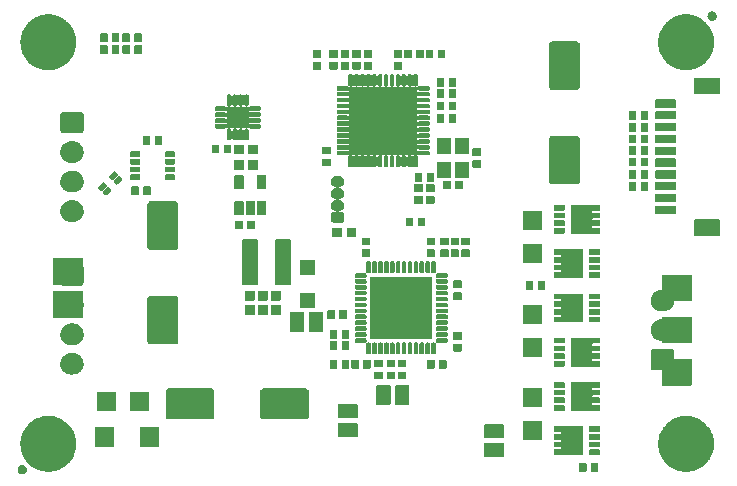
<source format=gbr>
G04 #@! TF.GenerationSoftware,KiCad,Pcbnew,7.0.2*
G04 #@! TF.CreationDate,2023-08-30T11:59:43+08:00*
G04 #@! TF.ProjectId,bldc_driver,626c6463-5f64-4726-9976-65722e6b6963,rev?*
G04 #@! TF.SameCoordinates,PX58b1140PY3750280*
G04 #@! TF.FileFunction,Soldermask,Top*
G04 #@! TF.FilePolarity,Negative*
%FSLAX46Y46*%
G04 Gerber Fmt 4.6, Leading zero omitted, Abs format (unit mm)*
G04 Created by KiCad (PCBNEW 7.0.2) date 2023-08-30 11:59:43*
%MOMM*%
%LPD*%
G01*
G04 APERTURE LIST*
G04 APERTURE END LIST*
G36*
X827958Y-38804428D02*
G01*
X856876Y-38804428D01*
X890743Y-38814372D01*
X923607Y-38819577D01*
X944190Y-38830065D01*
X966015Y-38836473D01*
X1001406Y-38859218D01*
X1035114Y-38876393D01*
X1047673Y-38888952D01*
X1061708Y-38897972D01*
X1094257Y-38935536D01*
X1123607Y-38964886D01*
X1129199Y-38975862D01*
X1136198Y-38983939D01*
X1161111Y-39038492D01*
X1180423Y-39076393D01*
X1181486Y-39083107D01*
X1183450Y-39087407D01*
X1196083Y-39175269D01*
X1200000Y-39200000D01*
X1196082Y-39224732D01*
X1183450Y-39312592D01*
X1181486Y-39316891D01*
X1180423Y-39323607D01*
X1161107Y-39361516D01*
X1136198Y-39416060D01*
X1129201Y-39424134D01*
X1123607Y-39435114D01*
X1094250Y-39464470D01*
X1061708Y-39502027D01*
X1047676Y-39511044D01*
X1035114Y-39523607D01*
X1001399Y-39540785D01*
X966015Y-39563526D01*
X944194Y-39569933D01*
X923607Y-39580423D01*
X890741Y-39585628D01*
X856876Y-39595572D01*
X827958Y-39595572D01*
X800000Y-39600000D01*
X772042Y-39595572D01*
X743124Y-39595572D01*
X709258Y-39585628D01*
X676393Y-39580423D01*
X655806Y-39569933D01*
X633984Y-39563526D01*
X598596Y-39540783D01*
X564886Y-39523607D01*
X552325Y-39511046D01*
X538291Y-39502027D01*
X505741Y-39464462D01*
X476393Y-39435114D01*
X470800Y-39424137D01*
X463801Y-39416060D01*
X438883Y-39361497D01*
X419577Y-39323607D01*
X418513Y-39316894D01*
X416549Y-39312592D01*
X403906Y-39224663D01*
X400000Y-39200000D01*
X403905Y-39175338D01*
X416549Y-39087407D01*
X418514Y-39083103D01*
X419577Y-39076393D01*
X438878Y-39038511D01*
X463801Y-38983939D01*
X470801Y-38975859D01*
X476393Y-38964886D01*
X505735Y-38935543D01*
X538291Y-38897972D01*
X552328Y-38888950D01*
X564886Y-38876393D01*
X598588Y-38859220D01*
X633984Y-38836473D01*
X655810Y-38830064D01*
X676393Y-38819577D01*
X709255Y-38814372D01*
X743124Y-38804428D01*
X772042Y-38804428D01*
X800000Y-38800000D01*
X827958Y-38804428D01*
G37*
G36*
X3072409Y-34634746D02*
G01*
X3148810Y-34634746D01*
X3231196Y-34645153D01*
X3309347Y-34650276D01*
X3374790Y-34663293D01*
X3444083Y-34672047D01*
X3531033Y-34694372D01*
X3613401Y-34710756D01*
X3671014Y-34730313D01*
X3732348Y-34746061D01*
X3822160Y-34781620D01*
X3906960Y-34810406D01*
X3956221Y-34834699D01*
X4009064Y-34855621D01*
X4099817Y-34905512D01*
X4185000Y-34947520D01*
X4225713Y-34974723D01*
X4269872Y-34999000D01*
X4359471Y-35064098D01*
X4442765Y-35119753D01*
X4475082Y-35148094D01*
X4510654Y-35173939D01*
X4596840Y-35254873D01*
X4675843Y-35324157D01*
X4700220Y-35351953D01*
X4727604Y-35377669D01*
X4808027Y-35474884D01*
X4880247Y-35557235D01*
X4897438Y-35582964D01*
X4917312Y-35606987D01*
X4989588Y-35720876D01*
X5052480Y-35815000D01*
X5063489Y-35837325D01*
X5076786Y-35858277D01*
X5138555Y-35989544D01*
X5189594Y-36093040D01*
X5195644Y-36110865D01*
X5203506Y-36127571D01*
X5252474Y-36278278D01*
X5289244Y-36386599D01*
X5291729Y-36399092D01*
X5295475Y-36410621D01*
X5329470Y-36588831D01*
X5349724Y-36690653D01*
X5350158Y-36697281D01*
X5351243Y-36702967D01*
X5368257Y-36973407D01*
X5370000Y-37000000D01*
X5368256Y-37026594D01*
X5351243Y-37297032D01*
X5350158Y-37302716D01*
X5349724Y-37309347D01*
X5329465Y-37411191D01*
X5295475Y-37589378D01*
X5291729Y-37600905D01*
X5289244Y-37613401D01*
X5252466Y-37721743D01*
X5203506Y-37872428D01*
X5195646Y-37889131D01*
X5189594Y-37906960D01*
X5138545Y-38010476D01*
X5076786Y-38141722D01*
X5063491Y-38162670D01*
X5052480Y-38185000D01*
X4989576Y-38279142D01*
X4917312Y-38393012D01*
X4897442Y-38417030D01*
X4880247Y-38442765D01*
X4808012Y-38525132D01*
X4727604Y-38622330D01*
X4700225Y-38648040D01*
X4675843Y-38675843D01*
X4596823Y-38745140D01*
X4510654Y-38826060D01*
X4475089Y-38851899D01*
X4442765Y-38880247D01*
X4359454Y-38935913D01*
X4269872Y-39000999D01*
X4225722Y-39025270D01*
X4185000Y-39052480D01*
X4099800Y-39094495D01*
X4009064Y-39144378D01*
X3956232Y-39165295D01*
X3906960Y-39189594D01*
X3822142Y-39218385D01*
X3732348Y-39253938D01*
X3671026Y-39269682D01*
X3613401Y-39289244D01*
X3531015Y-39305631D01*
X3444083Y-39327952D01*
X3374800Y-39336704D01*
X3309347Y-39349724D01*
X3231192Y-39354846D01*
X3148810Y-39365254D01*
X3072409Y-39365254D01*
X3000000Y-39370000D01*
X2927591Y-39365254D01*
X2851190Y-39365254D01*
X2768807Y-39354846D01*
X2690653Y-39349724D01*
X2625200Y-39336704D01*
X2555916Y-39327952D01*
X2468979Y-39305630D01*
X2386599Y-39289244D01*
X2328976Y-39269683D01*
X2267651Y-39253938D01*
X2177850Y-39218383D01*
X2093040Y-39189594D01*
X2043771Y-39165297D01*
X1990935Y-39144378D01*
X1900190Y-39094491D01*
X1815000Y-39052480D01*
X1774282Y-39025273D01*
X1730127Y-39000999D01*
X1640533Y-38935905D01*
X1557235Y-38880247D01*
X1524915Y-38851903D01*
X1489345Y-38826060D01*
X1403160Y-38745127D01*
X1324157Y-38675843D01*
X1299779Y-38648045D01*
X1272395Y-38622330D01*
X1191969Y-38525112D01*
X1119753Y-38442765D01*
X1102561Y-38417036D01*
X1082687Y-38393012D01*
X1010404Y-38279112D01*
X947520Y-38185000D01*
X936511Y-38162677D01*
X923213Y-38141722D01*
X861432Y-38010431D01*
X810406Y-37906960D01*
X804356Y-37889138D01*
X796493Y-37872428D01*
X747510Y-37721675D01*
X710756Y-37613401D01*
X708272Y-37600913D01*
X704524Y-37589378D01*
X670509Y-37411068D01*
X650276Y-37309347D01*
X649841Y-37302724D01*
X648756Y-37297032D01*
X631718Y-37026214D01*
X630000Y-37000000D01*
X631718Y-36973787D01*
X648756Y-36702967D01*
X649842Y-36697273D01*
X650276Y-36690653D01*
X670505Y-36588954D01*
X704524Y-36410621D01*
X708272Y-36399084D01*
X710756Y-36386599D01*
X747502Y-36278347D01*
X796493Y-36127571D01*
X804357Y-36110857D01*
X810406Y-36093040D01*
X861422Y-35989588D01*
X923213Y-35858277D01*
X936513Y-35837318D01*
X947520Y-35815000D01*
X1010391Y-35720906D01*
X1082687Y-35606987D01*
X1102565Y-35582958D01*
X1119753Y-35557235D01*
X1191955Y-35474904D01*
X1272395Y-35377669D01*
X1299784Y-35351948D01*
X1324157Y-35324157D01*
X1403144Y-35254886D01*
X1489345Y-35173939D01*
X1524922Y-35148090D01*
X1557235Y-35119753D01*
X1640516Y-35064106D01*
X1730127Y-34999000D01*
X1774290Y-34974720D01*
X1815000Y-34947520D01*
X1900172Y-34905517D01*
X1990935Y-34855621D01*
X2043782Y-34834697D01*
X2093040Y-34810406D01*
X2177832Y-34781622D01*
X2267651Y-34746061D01*
X2328988Y-34730312D01*
X2386599Y-34710756D01*
X2468962Y-34694372D01*
X2555916Y-34672047D01*
X2625211Y-34663293D01*
X2690653Y-34650276D01*
X2768802Y-34645153D01*
X2851190Y-34634746D01*
X2927591Y-34634746D01*
X3000000Y-34630000D01*
X3072409Y-34634746D01*
G37*
G36*
X48526788Y-38635328D02*
G01*
X48549497Y-38650503D01*
X48564672Y-38673212D01*
X48570000Y-38700000D01*
X48570000Y-39300000D01*
X48564672Y-39326788D01*
X48549497Y-39349497D01*
X48526788Y-39364672D01*
X48500000Y-39370000D01*
X48000000Y-39370000D01*
X47973212Y-39364672D01*
X47950503Y-39349497D01*
X47935328Y-39326788D01*
X47930000Y-39300000D01*
X47930000Y-38700000D01*
X47935328Y-38673212D01*
X47950503Y-38650503D01*
X47973212Y-38635328D01*
X48000000Y-38630000D01*
X48500000Y-38630000D01*
X48526788Y-38635328D01*
G37*
G36*
X49526788Y-38635328D02*
G01*
X49549497Y-38650503D01*
X49564672Y-38673212D01*
X49570000Y-38700000D01*
X49570000Y-39300000D01*
X49564672Y-39326788D01*
X49549497Y-39349497D01*
X49526788Y-39364672D01*
X49500000Y-39370000D01*
X49000000Y-39370000D01*
X48973212Y-39364672D01*
X48950503Y-39349497D01*
X48935328Y-39326788D01*
X48930000Y-39300000D01*
X48930000Y-38700000D01*
X48935328Y-38673212D01*
X48950503Y-38650503D01*
X48973212Y-38635328D01*
X49000000Y-38630000D01*
X49500000Y-38630000D01*
X49526788Y-38635328D01*
G37*
G36*
X16832822Y-32315904D02*
G01*
X16837599Y-32318131D01*
X16840833Y-32318603D01*
X16886766Y-32341058D01*
X16933544Y-32362871D01*
X16935609Y-32364936D01*
X16935664Y-32364963D01*
X17010036Y-32439335D01*
X17010062Y-32439389D01*
X17012129Y-32441456D01*
X17033952Y-32488256D01*
X17056396Y-32534166D01*
X17056866Y-32537397D01*
X17059096Y-32542178D01*
X17070000Y-32625000D01*
X17070000Y-34625000D01*
X17059096Y-34707822D01*
X17056866Y-34712603D01*
X17056396Y-34715833D01*
X17033962Y-34761722D01*
X17012129Y-34808544D01*
X17010061Y-34810611D01*
X17010036Y-34810664D01*
X16935664Y-34885036D01*
X16935611Y-34885061D01*
X16933544Y-34887129D01*
X16886722Y-34908962D01*
X16840833Y-34931396D01*
X16837603Y-34931866D01*
X16832822Y-34934096D01*
X16750000Y-34945000D01*
X13250000Y-34945000D01*
X13167178Y-34934096D01*
X13162397Y-34931866D01*
X13159166Y-34931396D01*
X13113256Y-34908952D01*
X13066456Y-34887129D01*
X13064389Y-34885062D01*
X13064335Y-34885036D01*
X12989963Y-34810664D01*
X12989936Y-34810609D01*
X12987871Y-34808544D01*
X12966058Y-34761766D01*
X12943603Y-34715833D01*
X12943131Y-34712599D01*
X12940904Y-34707822D01*
X12930000Y-34625000D01*
X12930000Y-32625000D01*
X12940904Y-32542178D01*
X12943131Y-32537400D01*
X12943603Y-32534166D01*
X12966068Y-32488211D01*
X12987871Y-32441456D01*
X12989935Y-32439391D01*
X12989963Y-32439335D01*
X13064335Y-32364963D01*
X13064391Y-32364935D01*
X13066456Y-32362871D01*
X13113211Y-32341068D01*
X13159166Y-32318603D01*
X13162400Y-32318131D01*
X13167178Y-32315904D01*
X13250000Y-32305000D01*
X16750000Y-32305000D01*
X16832822Y-32315904D01*
G37*
G36*
X24832822Y-32315904D02*
G01*
X24837599Y-32318131D01*
X24840833Y-32318603D01*
X24886766Y-32341058D01*
X24933544Y-32362871D01*
X24935609Y-32364936D01*
X24935664Y-32364963D01*
X25010036Y-32439335D01*
X25010062Y-32439389D01*
X25012129Y-32441456D01*
X25033952Y-32488256D01*
X25056396Y-32534166D01*
X25056866Y-32537397D01*
X25059096Y-32542178D01*
X25070000Y-32625000D01*
X25070000Y-34625000D01*
X25059096Y-34707822D01*
X25056866Y-34712603D01*
X25056396Y-34715833D01*
X25033962Y-34761722D01*
X25012129Y-34808544D01*
X25010061Y-34810611D01*
X25010036Y-34810664D01*
X24935664Y-34885036D01*
X24935611Y-34885061D01*
X24933544Y-34887129D01*
X24886722Y-34908962D01*
X24840833Y-34931396D01*
X24837603Y-34931866D01*
X24832822Y-34934096D01*
X24750000Y-34945000D01*
X21250000Y-34945000D01*
X21167178Y-34934096D01*
X21162397Y-34931866D01*
X21159166Y-34931396D01*
X21113256Y-34908952D01*
X21066456Y-34887129D01*
X21064389Y-34885062D01*
X21064335Y-34885036D01*
X20989963Y-34810664D01*
X20989936Y-34810609D01*
X20987871Y-34808544D01*
X20966058Y-34761766D01*
X20943603Y-34715833D01*
X20943131Y-34712599D01*
X20940904Y-34707822D01*
X20930000Y-34625000D01*
X20930000Y-32625000D01*
X20940904Y-32542178D01*
X20943131Y-32537400D01*
X20943603Y-32534166D01*
X20966068Y-32488211D01*
X20987871Y-32441456D01*
X20989935Y-32439391D01*
X20989963Y-32439335D01*
X21064335Y-32364963D01*
X21064391Y-32364935D01*
X21066456Y-32362871D01*
X21113211Y-32341068D01*
X21159166Y-32318603D01*
X21162400Y-32318131D01*
X21167178Y-32315904D01*
X21250000Y-32305000D01*
X24750000Y-32305000D01*
X24832822Y-32315904D01*
G37*
G36*
X29138268Y-33657612D02*
G01*
X29170711Y-33679289D01*
X29192388Y-33711732D01*
X29200000Y-33750000D01*
X29200000Y-34750000D01*
X29192388Y-34788268D01*
X29170711Y-34820711D01*
X29138268Y-34842388D01*
X29100000Y-34850000D01*
X27600000Y-34850000D01*
X27561732Y-34842388D01*
X27529289Y-34820711D01*
X27507612Y-34788268D01*
X27500000Y-34750000D01*
X27500000Y-33750000D01*
X27507612Y-33711732D01*
X27529289Y-33679289D01*
X27561732Y-33657612D01*
X27600000Y-33650000D01*
X29100000Y-33650000D01*
X29138268Y-33657612D01*
G37*
G36*
X57072409Y-34634746D02*
G01*
X57148810Y-34634746D01*
X57231196Y-34645153D01*
X57309347Y-34650276D01*
X57374790Y-34663293D01*
X57444083Y-34672047D01*
X57531033Y-34694372D01*
X57613401Y-34710756D01*
X57671014Y-34730313D01*
X57732348Y-34746061D01*
X57822160Y-34781620D01*
X57906960Y-34810406D01*
X57956221Y-34834699D01*
X58009064Y-34855621D01*
X58099817Y-34905512D01*
X58185000Y-34947520D01*
X58225713Y-34974723D01*
X58269872Y-34999000D01*
X58359471Y-35064098D01*
X58442765Y-35119753D01*
X58475082Y-35148094D01*
X58510654Y-35173939D01*
X58596840Y-35254873D01*
X58675843Y-35324157D01*
X58700220Y-35351953D01*
X58727604Y-35377669D01*
X58808027Y-35474884D01*
X58880247Y-35557235D01*
X58897438Y-35582964D01*
X58917312Y-35606987D01*
X58989588Y-35720876D01*
X59052480Y-35815000D01*
X59063489Y-35837325D01*
X59076786Y-35858277D01*
X59138555Y-35989544D01*
X59189594Y-36093040D01*
X59195644Y-36110865D01*
X59203506Y-36127571D01*
X59252474Y-36278278D01*
X59289244Y-36386599D01*
X59291729Y-36399092D01*
X59295475Y-36410621D01*
X59329470Y-36588831D01*
X59349724Y-36690653D01*
X59350158Y-36697281D01*
X59351243Y-36702967D01*
X59368258Y-36973429D01*
X59370000Y-37000000D01*
X59368255Y-37026616D01*
X59351243Y-37297032D01*
X59350158Y-37302716D01*
X59349724Y-37309347D01*
X59329465Y-37411191D01*
X59295475Y-37589378D01*
X59291729Y-37600905D01*
X59289244Y-37613401D01*
X59252466Y-37721743D01*
X59203506Y-37872428D01*
X59195646Y-37889131D01*
X59189594Y-37906960D01*
X59138545Y-38010476D01*
X59076786Y-38141722D01*
X59063491Y-38162670D01*
X59052480Y-38185000D01*
X58989576Y-38279142D01*
X58917312Y-38393012D01*
X58897442Y-38417030D01*
X58880247Y-38442765D01*
X58808012Y-38525132D01*
X58727604Y-38622330D01*
X58700225Y-38648040D01*
X58675843Y-38675843D01*
X58596823Y-38745140D01*
X58510654Y-38826060D01*
X58475089Y-38851899D01*
X58442765Y-38880247D01*
X58359454Y-38935913D01*
X58269872Y-39000999D01*
X58225722Y-39025270D01*
X58185000Y-39052480D01*
X58099800Y-39094495D01*
X58009064Y-39144378D01*
X57956232Y-39165295D01*
X57906960Y-39189594D01*
X57822142Y-39218385D01*
X57732348Y-39253938D01*
X57671026Y-39269682D01*
X57613401Y-39289244D01*
X57531015Y-39305631D01*
X57444083Y-39327952D01*
X57374800Y-39336704D01*
X57309347Y-39349724D01*
X57231192Y-39354846D01*
X57148810Y-39365254D01*
X57072409Y-39365254D01*
X57000000Y-39370000D01*
X56927591Y-39365254D01*
X56851190Y-39365254D01*
X56768807Y-39354846D01*
X56690653Y-39349724D01*
X56625200Y-39336704D01*
X56555916Y-39327952D01*
X56468979Y-39305630D01*
X56386599Y-39289244D01*
X56328976Y-39269683D01*
X56267651Y-39253938D01*
X56177850Y-39218383D01*
X56093040Y-39189594D01*
X56043771Y-39165297D01*
X55990935Y-39144378D01*
X55900190Y-39094491D01*
X55815000Y-39052480D01*
X55774282Y-39025273D01*
X55730127Y-39000999D01*
X55640533Y-38935905D01*
X55557235Y-38880247D01*
X55524915Y-38851903D01*
X55489345Y-38826060D01*
X55403160Y-38745127D01*
X55324157Y-38675843D01*
X55299779Y-38648045D01*
X55272395Y-38622330D01*
X55191969Y-38525112D01*
X55119753Y-38442765D01*
X55102561Y-38417036D01*
X55082687Y-38393012D01*
X55010404Y-38279112D01*
X54947520Y-38185000D01*
X54936511Y-38162677D01*
X54923213Y-38141722D01*
X54861432Y-38010431D01*
X54810406Y-37906960D01*
X54804356Y-37889138D01*
X54796493Y-37872428D01*
X54747510Y-37721675D01*
X54710756Y-37613401D01*
X54708272Y-37600913D01*
X54704524Y-37589378D01*
X54670509Y-37411068D01*
X54650276Y-37309347D01*
X54649841Y-37302724D01*
X54648756Y-37297032D01*
X54631718Y-37026214D01*
X54630000Y-37000000D01*
X54631718Y-36973787D01*
X54648756Y-36702967D01*
X54649842Y-36697273D01*
X54650276Y-36690653D01*
X54670505Y-36588954D01*
X54704524Y-36410621D01*
X54708272Y-36399084D01*
X54710756Y-36386599D01*
X54747502Y-36278347D01*
X54796493Y-36127571D01*
X54804357Y-36110857D01*
X54810406Y-36093040D01*
X54861422Y-35989588D01*
X54923213Y-35858277D01*
X54936513Y-35837318D01*
X54947520Y-35815000D01*
X55010391Y-35720906D01*
X55082687Y-35606987D01*
X55102565Y-35582958D01*
X55119753Y-35557235D01*
X55191955Y-35474904D01*
X55272395Y-35377669D01*
X55299784Y-35351948D01*
X55324157Y-35324157D01*
X55403144Y-35254886D01*
X55489345Y-35173939D01*
X55524922Y-35148090D01*
X55557235Y-35119753D01*
X55640516Y-35064106D01*
X55730127Y-34999000D01*
X55774290Y-34974720D01*
X55815000Y-34947520D01*
X55900172Y-34905517D01*
X55990935Y-34855621D01*
X56043782Y-34834697D01*
X56093040Y-34810406D01*
X56177832Y-34781622D01*
X56267651Y-34746061D01*
X56328988Y-34730312D01*
X56386599Y-34710756D01*
X56468962Y-34694372D01*
X56555916Y-34672047D01*
X56625211Y-34663293D01*
X56690653Y-34650276D01*
X56768802Y-34645153D01*
X56851190Y-34634746D01*
X56927591Y-34634746D01*
X57000000Y-34630000D01*
X57072409Y-34634746D01*
G37*
G36*
X8558788Y-35623328D02*
G01*
X8581497Y-35638503D01*
X8596672Y-35661212D01*
X8602000Y-35688000D01*
X8602000Y-37212000D01*
X8596672Y-37238788D01*
X8581497Y-37261497D01*
X8558788Y-37276672D01*
X8532000Y-37282000D01*
X7008000Y-37282000D01*
X6981212Y-37276672D01*
X6958503Y-37261497D01*
X6943328Y-37238788D01*
X6938000Y-37212000D01*
X6938000Y-35688000D01*
X6943328Y-35661212D01*
X6958503Y-35638503D01*
X6981212Y-35623328D01*
X7008000Y-35618000D01*
X8532000Y-35618000D01*
X8558788Y-35623328D01*
G37*
G36*
X12368788Y-35623328D02*
G01*
X12391497Y-35638503D01*
X12406672Y-35661212D01*
X12412000Y-35688000D01*
X12412000Y-37212000D01*
X12406672Y-37238788D01*
X12391497Y-37261497D01*
X12368788Y-37276672D01*
X12342000Y-37282000D01*
X10818000Y-37282000D01*
X10791212Y-37276672D01*
X10768503Y-37261497D01*
X10753328Y-37238788D01*
X10748000Y-37212000D01*
X10748000Y-35688000D01*
X10753328Y-35661212D01*
X10768503Y-35638503D01*
X10791212Y-35623328D01*
X10818000Y-35618000D01*
X12342000Y-35618000D01*
X12368788Y-35623328D01*
G37*
G36*
X41538268Y-36957612D02*
G01*
X41570711Y-36979289D01*
X41592388Y-37011732D01*
X41600000Y-37050000D01*
X41600000Y-38050000D01*
X41592388Y-38088268D01*
X41570711Y-38120711D01*
X41538268Y-38142388D01*
X41500000Y-38150000D01*
X40000000Y-38150000D01*
X39961732Y-38142388D01*
X39929289Y-38120711D01*
X39907612Y-38088268D01*
X39900000Y-38050000D01*
X39900000Y-37050000D01*
X39907612Y-37011732D01*
X39929289Y-36979289D01*
X39961732Y-36957612D01*
X40000000Y-36950000D01*
X41500000Y-36950000D01*
X41538268Y-36957612D01*
G37*
G36*
X44776788Y-35082328D02*
G01*
X44799497Y-35097503D01*
X44814672Y-35120212D01*
X44820000Y-35147000D01*
X44820000Y-36647000D01*
X44814672Y-36673788D01*
X44799497Y-36696497D01*
X44776788Y-36711672D01*
X44750000Y-36717000D01*
X43250000Y-36717000D01*
X43223212Y-36711672D01*
X43200503Y-36696497D01*
X43185328Y-36673788D01*
X43180000Y-36647000D01*
X43180000Y-35147000D01*
X43185328Y-35120212D01*
X43200503Y-35097503D01*
X43223212Y-35082328D01*
X43250000Y-35077000D01*
X44750000Y-35077000D01*
X44776788Y-35082328D01*
G37*
G36*
X48231788Y-35540328D02*
G01*
X48254497Y-35555503D01*
X48269672Y-35578212D01*
X48275000Y-35605000D01*
X48275000Y-37895000D01*
X48269672Y-37921788D01*
X48254497Y-37944497D01*
X48231788Y-37959672D01*
X48205000Y-37965000D01*
X46495000Y-37965000D01*
X45850000Y-37965000D01*
X45823212Y-37959672D01*
X45800503Y-37944497D01*
X45785328Y-37921788D01*
X45780000Y-37895000D01*
X45780000Y-37555000D01*
X45785328Y-37528212D01*
X45800503Y-37505503D01*
X45823212Y-37490328D01*
X45850000Y-37485000D01*
X46404498Y-37485000D01*
X46425000Y-37464498D01*
X46425000Y-37335501D01*
X46404499Y-37315000D01*
X45850000Y-37315000D01*
X45823212Y-37309672D01*
X45800503Y-37294497D01*
X45785328Y-37271788D01*
X45780000Y-37245000D01*
X45780000Y-36905000D01*
X45785328Y-36878212D01*
X45800503Y-36855503D01*
X45823212Y-36840328D01*
X45850000Y-36835000D01*
X46404498Y-36835000D01*
X46425000Y-36814498D01*
X46425000Y-36685501D01*
X46404499Y-36665000D01*
X45850000Y-36665000D01*
X45823212Y-36659672D01*
X45800503Y-36644497D01*
X45785328Y-36621788D01*
X45780000Y-36595000D01*
X45780000Y-36255000D01*
X45785328Y-36228212D01*
X45800503Y-36205503D01*
X45823212Y-36190328D01*
X45850000Y-36185000D01*
X46404498Y-36185000D01*
X46425000Y-36164498D01*
X46425000Y-36035501D01*
X46404499Y-36015000D01*
X45850000Y-36015000D01*
X45823212Y-36009672D01*
X45800503Y-35994497D01*
X45785328Y-35971788D01*
X45780000Y-35945000D01*
X45780000Y-35605000D01*
X45785328Y-35578212D01*
X45800503Y-35555503D01*
X45823212Y-35540328D01*
X45850000Y-35535000D01*
X46500000Y-35535000D01*
X48201555Y-35535000D01*
X48205000Y-35535000D01*
X48231788Y-35540328D01*
G37*
G36*
X49676788Y-37490328D02*
G01*
X49699497Y-37505503D01*
X49714672Y-37528212D01*
X49720000Y-37555000D01*
X49720000Y-37895000D01*
X49714672Y-37921788D01*
X49699497Y-37944497D01*
X49676788Y-37959672D01*
X49650000Y-37965000D01*
X48850000Y-37965000D01*
X48823212Y-37959672D01*
X48800503Y-37944497D01*
X48785328Y-37921788D01*
X48780000Y-37895000D01*
X48780000Y-37555000D01*
X48785328Y-37528212D01*
X48800503Y-37505503D01*
X48823212Y-37490328D01*
X48850000Y-37485000D01*
X49650000Y-37485000D01*
X49676788Y-37490328D01*
G37*
G36*
X49676788Y-36840328D02*
G01*
X49699497Y-36855503D01*
X49714672Y-36878212D01*
X49720000Y-36905000D01*
X49720000Y-37245000D01*
X49714672Y-37271788D01*
X49699497Y-37294497D01*
X49676788Y-37309672D01*
X49650000Y-37315000D01*
X48850000Y-37315000D01*
X48823212Y-37309672D01*
X48800503Y-37294497D01*
X48785328Y-37271788D01*
X48780000Y-37245000D01*
X48780000Y-36905000D01*
X48785328Y-36878212D01*
X48800503Y-36855503D01*
X48823212Y-36840328D01*
X48850000Y-36835000D01*
X49650000Y-36835000D01*
X49676788Y-36840328D01*
G37*
G36*
X49676788Y-36190328D02*
G01*
X49699497Y-36205503D01*
X49714672Y-36228212D01*
X49720000Y-36255000D01*
X49720000Y-36595000D01*
X49714672Y-36621788D01*
X49699497Y-36644497D01*
X49676788Y-36659672D01*
X49650000Y-36665000D01*
X48850000Y-36665000D01*
X48823212Y-36659672D01*
X48800503Y-36644497D01*
X48785328Y-36621788D01*
X48780000Y-36595000D01*
X48780000Y-36255000D01*
X48785328Y-36228212D01*
X48800503Y-36205503D01*
X48823212Y-36190328D01*
X48850000Y-36185000D01*
X49650000Y-36185000D01*
X49676788Y-36190328D01*
G37*
G36*
X29138268Y-35257612D02*
G01*
X29170711Y-35279289D01*
X29192388Y-35311732D01*
X29200000Y-35350000D01*
X29200000Y-36350000D01*
X29192388Y-36388268D01*
X29170711Y-36420711D01*
X29138268Y-36442388D01*
X29100000Y-36450000D01*
X27600000Y-36450000D01*
X27561732Y-36442388D01*
X27529289Y-36420711D01*
X27507612Y-36388268D01*
X27500000Y-36350000D01*
X27500000Y-35350000D01*
X27507612Y-35311732D01*
X27529289Y-35279289D01*
X27561732Y-35257612D01*
X27600000Y-35250000D01*
X29100000Y-35250000D01*
X29138268Y-35257612D01*
G37*
G36*
X41538268Y-35357612D02*
G01*
X41570711Y-35379289D01*
X41592388Y-35411732D01*
X41600000Y-35450000D01*
X41600000Y-36450000D01*
X41592388Y-36488268D01*
X41570711Y-36520711D01*
X41538268Y-36542388D01*
X41500000Y-36550000D01*
X40000000Y-36550000D01*
X39961732Y-36542388D01*
X39929289Y-36520711D01*
X39907612Y-36488268D01*
X39900000Y-36450000D01*
X39900000Y-35450000D01*
X39907612Y-35411732D01*
X39929289Y-35379289D01*
X39961732Y-35357612D01*
X40000000Y-35350000D01*
X41500000Y-35350000D01*
X41538268Y-35357612D01*
G37*
G36*
X49676788Y-35540328D02*
G01*
X49699497Y-35555503D01*
X49714672Y-35578212D01*
X49720000Y-35605000D01*
X49720000Y-35945000D01*
X49714672Y-35971788D01*
X49699497Y-35994497D01*
X49676788Y-36009672D01*
X49650000Y-36015000D01*
X48850000Y-36015000D01*
X48823212Y-36009672D01*
X48800503Y-35994497D01*
X48785328Y-35971788D01*
X48780000Y-35945000D01*
X48780000Y-35605000D01*
X48785328Y-35578212D01*
X48800503Y-35555503D01*
X48823212Y-35540328D01*
X48850000Y-35535000D01*
X49650000Y-35535000D01*
X49676788Y-35540328D01*
G37*
G36*
X8704788Y-32610328D02*
G01*
X8727497Y-32625503D01*
X8742672Y-32648212D01*
X8748000Y-32675000D01*
X8748000Y-34175000D01*
X8742672Y-34201788D01*
X8727497Y-34224497D01*
X8704788Y-34239672D01*
X8678000Y-34245000D01*
X7178000Y-34245000D01*
X7151212Y-34239672D01*
X7128503Y-34224497D01*
X7113328Y-34201788D01*
X7108000Y-34175000D01*
X7108000Y-32675000D01*
X7113328Y-32648212D01*
X7128503Y-32625503D01*
X7151212Y-32610328D01*
X7178000Y-32605000D01*
X8678000Y-32605000D01*
X8704788Y-32610328D01*
G37*
G36*
X11498788Y-32610328D02*
G01*
X11521497Y-32625503D01*
X11536672Y-32648212D01*
X11542000Y-32675000D01*
X11542000Y-34175000D01*
X11536672Y-34201788D01*
X11521497Y-34224497D01*
X11498788Y-34239672D01*
X11472000Y-34245000D01*
X9972000Y-34245000D01*
X9945212Y-34239672D01*
X9922503Y-34224497D01*
X9907328Y-34201788D01*
X9902000Y-34175000D01*
X9902000Y-32675000D01*
X9907328Y-32648212D01*
X9922503Y-32625503D01*
X9945212Y-32610328D01*
X9972000Y-32605000D01*
X11472000Y-32605000D01*
X11498788Y-32610328D01*
G37*
G36*
X31913268Y-32032612D02*
G01*
X31945711Y-32054289D01*
X31967388Y-32086732D01*
X31975000Y-32125000D01*
X31975000Y-33625000D01*
X31967388Y-33663268D01*
X31945711Y-33695711D01*
X31913268Y-33717388D01*
X31875000Y-33725000D01*
X30875000Y-33725000D01*
X30836732Y-33717388D01*
X30804289Y-33695711D01*
X30782612Y-33663268D01*
X30775000Y-33625000D01*
X30775000Y-32125000D01*
X30782612Y-32086732D01*
X30804289Y-32054289D01*
X30836732Y-32032612D01*
X30875000Y-32025000D01*
X31875000Y-32025000D01*
X31913268Y-32032612D01*
G37*
G36*
X33513268Y-32032612D02*
G01*
X33545711Y-32054289D01*
X33567388Y-32086732D01*
X33575000Y-32125000D01*
X33575000Y-33625000D01*
X33567388Y-33663268D01*
X33545711Y-33695711D01*
X33513268Y-33717388D01*
X33475000Y-33725000D01*
X32475000Y-33725000D01*
X32436732Y-33717388D01*
X32404289Y-33695711D01*
X32382612Y-33663268D01*
X32375000Y-33625000D01*
X32375000Y-32125000D01*
X32382612Y-32086732D01*
X32404289Y-32054289D01*
X32436732Y-32032612D01*
X32475000Y-32025000D01*
X33475000Y-32025000D01*
X33513268Y-32032612D01*
G37*
G36*
X44776788Y-32288328D02*
G01*
X44799497Y-32303503D01*
X44814672Y-32326212D01*
X44820000Y-32353000D01*
X44820000Y-33853000D01*
X44814672Y-33879788D01*
X44799497Y-33902497D01*
X44776788Y-33917672D01*
X44750000Y-33923000D01*
X43250000Y-33923000D01*
X43223212Y-33917672D01*
X43200503Y-33902497D01*
X43185328Y-33879788D01*
X43180000Y-33853000D01*
X43180000Y-32353000D01*
X43185328Y-32326212D01*
X43200503Y-32303503D01*
X43223212Y-32288328D01*
X43250000Y-32283000D01*
X44750000Y-32283000D01*
X44776788Y-32288328D01*
G37*
G36*
X46676788Y-33740328D02*
G01*
X46699497Y-33755503D01*
X46714672Y-33778212D01*
X46720000Y-33805000D01*
X46720000Y-34145000D01*
X46714672Y-34171788D01*
X46699497Y-34194497D01*
X46676788Y-34209672D01*
X46650000Y-34215000D01*
X45850000Y-34215000D01*
X45823212Y-34209672D01*
X45800503Y-34194497D01*
X45785328Y-34171788D01*
X45780000Y-34145000D01*
X45780000Y-33805000D01*
X45785328Y-33778212D01*
X45800503Y-33755503D01*
X45823212Y-33740328D01*
X45850000Y-33735000D01*
X46650000Y-33735000D01*
X46676788Y-33740328D01*
G37*
G36*
X46676788Y-31790328D02*
G01*
X46699497Y-31805503D01*
X46714672Y-31828212D01*
X46720000Y-31855000D01*
X46720000Y-32195000D01*
X46714672Y-32221788D01*
X46699497Y-32244497D01*
X46676788Y-32259672D01*
X46650000Y-32265000D01*
X45850000Y-32265000D01*
X45823212Y-32259672D01*
X45800503Y-32244497D01*
X45785328Y-32221788D01*
X45780000Y-32195000D01*
X45780000Y-31855000D01*
X45785328Y-31828212D01*
X45800503Y-31805503D01*
X45823212Y-31790328D01*
X45850000Y-31785000D01*
X46650000Y-31785000D01*
X46676788Y-31790328D01*
G37*
G36*
X49676788Y-31790328D02*
G01*
X49699497Y-31805503D01*
X49714672Y-31828212D01*
X49720000Y-31855000D01*
X49720000Y-32195000D01*
X49714672Y-32221788D01*
X49699497Y-32244497D01*
X49676788Y-32259672D01*
X49650000Y-32265000D01*
X49095500Y-32265000D01*
X49075000Y-32285500D01*
X49075000Y-32414499D01*
X49095501Y-32435000D01*
X49650000Y-32435000D01*
X49676788Y-32440328D01*
X49699497Y-32455503D01*
X49714672Y-32478212D01*
X49720000Y-32505000D01*
X49720000Y-32845000D01*
X49714672Y-32871788D01*
X49699497Y-32894497D01*
X49676788Y-32909672D01*
X49650000Y-32915000D01*
X49095500Y-32915000D01*
X49075000Y-32935500D01*
X49075000Y-33064499D01*
X49095501Y-33085000D01*
X49650000Y-33085000D01*
X49676788Y-33090328D01*
X49699497Y-33105503D01*
X49714672Y-33128212D01*
X49720000Y-33155000D01*
X49720000Y-33495000D01*
X49714672Y-33521788D01*
X49699497Y-33544497D01*
X49676788Y-33559672D01*
X49650000Y-33565000D01*
X49095500Y-33565000D01*
X49075000Y-33585500D01*
X49075000Y-33714499D01*
X49095501Y-33735000D01*
X49650000Y-33735000D01*
X49676788Y-33740328D01*
X49699497Y-33755503D01*
X49714672Y-33778212D01*
X49720000Y-33805000D01*
X49720000Y-34145000D01*
X49714672Y-34171788D01*
X49699497Y-34194497D01*
X49676788Y-34209672D01*
X49650000Y-34215000D01*
X49000000Y-34215000D01*
X47295000Y-34215000D01*
X47268212Y-34209672D01*
X47245503Y-34194497D01*
X47230328Y-34171788D01*
X47225000Y-34145000D01*
X47225000Y-31855000D01*
X47230328Y-31828212D01*
X47245503Y-31805503D01*
X47268212Y-31790328D01*
X47295000Y-31785000D01*
X49005000Y-31785000D01*
X49646555Y-31785000D01*
X49650000Y-31785000D01*
X49676788Y-31790328D01*
G37*
G36*
X46676788Y-33090328D02*
G01*
X46699497Y-33105503D01*
X46714672Y-33128212D01*
X46720000Y-33155000D01*
X46720000Y-33495000D01*
X46714672Y-33521788D01*
X46699497Y-33544497D01*
X46676788Y-33559672D01*
X46650000Y-33565000D01*
X45850000Y-33565000D01*
X45823212Y-33559672D01*
X45800503Y-33544497D01*
X45785328Y-33521788D01*
X45780000Y-33495000D01*
X45780000Y-33155000D01*
X45785328Y-33128212D01*
X45800503Y-33105503D01*
X45823212Y-33090328D01*
X45850000Y-33085000D01*
X46650000Y-33085000D01*
X46676788Y-33090328D01*
G37*
G36*
X46676788Y-32440328D02*
G01*
X46699497Y-32455503D01*
X46714672Y-32478212D01*
X46720000Y-32505000D01*
X46720000Y-32845000D01*
X46714672Y-32871788D01*
X46699497Y-32894497D01*
X46676788Y-32909672D01*
X46650000Y-32915000D01*
X45850000Y-32915000D01*
X45823212Y-32909672D01*
X45800503Y-32894497D01*
X45785328Y-32871788D01*
X45780000Y-32845000D01*
X45780000Y-32505000D01*
X45785328Y-32478212D01*
X45800503Y-32455503D01*
X45823212Y-32440328D01*
X45850000Y-32435000D01*
X46650000Y-32435000D01*
X46676788Y-32440328D01*
G37*
G36*
X5075825Y-16380086D02*
G01*
X5167178Y-16384719D01*
X5216669Y-16394889D01*
X5266279Y-16400104D01*
X5307991Y-16413657D01*
X5350359Y-16422364D01*
X5398906Y-16443197D01*
X5449198Y-16459538D01*
X5484558Y-16479953D01*
X5521390Y-16495759D01*
X5567394Y-16527778D01*
X5615762Y-16555704D01*
X5643844Y-16580989D01*
X5674146Y-16602080D01*
X5715002Y-16645060D01*
X5758693Y-16684400D01*
X5779110Y-16712501D01*
X5802370Y-16736971D01*
X5835465Y-16790068D01*
X5871743Y-16840000D01*
X5884632Y-16868949D01*
X5900819Y-16894919D01*
X5923693Y-16956681D01*
X5949972Y-17015704D01*
X5955924Y-17043707D01*
X5965456Y-17069444D01*
X5975936Y-17137857D01*
X5989960Y-17203834D01*
X5989960Y-17229400D01*
X5993638Y-17253410D01*
X5989960Y-17325937D01*
X5989960Y-17396166D01*
X5985282Y-17418171D01*
X5984212Y-17439283D01*
X5965130Y-17512981D01*
X5949972Y-17584296D01*
X5942071Y-17602041D01*
X5937561Y-17619461D01*
X5902412Y-17691116D01*
X5871743Y-17760000D01*
X5862138Y-17773219D01*
X5855599Y-17786551D01*
X5804338Y-17852774D01*
X5758693Y-17915600D01*
X5748842Y-17924469D01*
X5741679Y-17933724D01*
X5674801Y-17991136D01*
X5615762Y-18044296D01*
X5606955Y-18049380D01*
X5600463Y-18054954D01*
X5518640Y-18100369D01*
X5449198Y-18140462D01*
X5442467Y-18142648D01*
X5437736Y-18145275D01*
X5340247Y-18175862D01*
X5266279Y-18199896D01*
X5262319Y-18200312D01*
X5260156Y-18200991D01*
X5127800Y-18214450D01*
X5075000Y-18220000D01*
X5073229Y-18220000D01*
X4925886Y-18220000D01*
X4925000Y-18220000D01*
X4924173Y-18219913D01*
X4832821Y-18215280D01*
X4783338Y-18205110D01*
X4733721Y-18199896D01*
X4692002Y-18186340D01*
X4649640Y-18177635D01*
X4601099Y-18156804D01*
X4550802Y-18140462D01*
X4515437Y-18120044D01*
X4478609Y-18104240D01*
X4432608Y-18072222D01*
X4384238Y-18044296D01*
X4356154Y-18019009D01*
X4325853Y-17997919D01*
X4284997Y-17954939D01*
X4241307Y-17915600D01*
X4220890Y-17887498D01*
X4197629Y-17863028D01*
X4164531Y-17809927D01*
X4128257Y-17760000D01*
X4115368Y-17731052D01*
X4099180Y-17705080D01*
X4076302Y-17643309D01*
X4050028Y-17584296D01*
X4044076Y-17556296D01*
X4034543Y-17530555D01*
X4024060Y-17462128D01*
X4010040Y-17396166D01*
X4010040Y-17370604D01*
X4006361Y-17346589D01*
X4010040Y-17274042D01*
X4010040Y-17203834D01*
X4014716Y-17181834D01*
X4015787Y-17160716D01*
X4034875Y-17086991D01*
X4050028Y-17015704D01*
X4057925Y-16997965D01*
X4062438Y-16980538D01*
X4097602Y-16908850D01*
X4128257Y-16840000D01*
X4137857Y-16826786D01*
X4144400Y-16813448D01*
X4195688Y-16747188D01*
X4241307Y-16684400D01*
X4251151Y-16675535D01*
X4258320Y-16666275D01*
X4325243Y-16608823D01*
X4384238Y-16555704D01*
X4393038Y-16550623D01*
X4399536Y-16545045D01*
X4481429Y-16499590D01*
X4550802Y-16459538D01*
X4557526Y-16457353D01*
X4562263Y-16454724D01*
X4659869Y-16424099D01*
X4733721Y-16400104D01*
X4737673Y-16399688D01*
X4739843Y-16399008D01*
X4872293Y-16385539D01*
X4925000Y-16380000D01*
X5075000Y-16380000D01*
X5075825Y-16380086D01*
G37*
G36*
X13782822Y-16465904D02*
G01*
X13787599Y-16468131D01*
X13790833Y-16468603D01*
X13836766Y-16491058D01*
X13883544Y-16512871D01*
X13885609Y-16514936D01*
X13885664Y-16514963D01*
X13960036Y-16589335D01*
X13960062Y-16589389D01*
X13962129Y-16591456D01*
X13983952Y-16638256D01*
X14006396Y-16684166D01*
X14006866Y-16687397D01*
X14009096Y-16692178D01*
X14020000Y-16775000D01*
X14020000Y-20275000D01*
X14009096Y-20357822D01*
X14006866Y-20362603D01*
X14006396Y-20365833D01*
X13983962Y-20411722D01*
X13962129Y-20458544D01*
X13960061Y-20460611D01*
X13960036Y-20460664D01*
X13885664Y-20535036D01*
X13885611Y-20535061D01*
X13883544Y-20537129D01*
X13836722Y-20558962D01*
X13790833Y-20581396D01*
X13787603Y-20581866D01*
X13782822Y-20584096D01*
X13700000Y-20595000D01*
X11700000Y-20595000D01*
X11617178Y-20584096D01*
X11612397Y-20581866D01*
X11609166Y-20581396D01*
X11563256Y-20558952D01*
X11516456Y-20537129D01*
X11514389Y-20535062D01*
X11514335Y-20535036D01*
X11439963Y-20460664D01*
X11439936Y-20460609D01*
X11437871Y-20458544D01*
X11416058Y-20411766D01*
X11393603Y-20365833D01*
X11393131Y-20362599D01*
X11390904Y-20357822D01*
X11380000Y-20275000D01*
X11380000Y-16775000D01*
X11390904Y-16692178D01*
X11393131Y-16687400D01*
X11393603Y-16684166D01*
X11416068Y-16638211D01*
X11437871Y-16591456D01*
X11439935Y-16589391D01*
X11439963Y-16589335D01*
X11514335Y-16514963D01*
X11514391Y-16514935D01*
X11516456Y-16512871D01*
X11563211Y-16491068D01*
X11609166Y-16468603D01*
X11612400Y-16468131D01*
X11617178Y-16465904D01*
X11700000Y-16455000D01*
X13700000Y-16455000D01*
X13782822Y-16465904D01*
G37*
G36*
X20701788Y-19710328D02*
G01*
X20724497Y-19725503D01*
X20739672Y-19748212D01*
X20745000Y-19775000D01*
X20745000Y-23475000D01*
X20739672Y-23501788D01*
X20724497Y-23524497D01*
X20701788Y-23539672D01*
X20675000Y-23545000D01*
X19475000Y-23545000D01*
X19448212Y-23539672D01*
X19425503Y-23524497D01*
X19410328Y-23501788D01*
X19405000Y-23475000D01*
X19405000Y-19775000D01*
X19410328Y-19748212D01*
X19425503Y-19725503D01*
X19448212Y-19710328D01*
X19475000Y-19705000D01*
X20675000Y-19705000D01*
X20701788Y-19710328D01*
G37*
G36*
X23501788Y-19710328D02*
G01*
X23524497Y-19725503D01*
X23539672Y-19748212D01*
X23545000Y-19775000D01*
X23545000Y-23475000D01*
X23539672Y-23501788D01*
X23524497Y-23524497D01*
X23501788Y-23539672D01*
X23475000Y-23545000D01*
X22275000Y-23545000D01*
X22248212Y-23539672D01*
X22225503Y-23524497D01*
X22210328Y-23501788D01*
X22205000Y-23475000D01*
X22205000Y-19775000D01*
X22210328Y-19748212D01*
X22225503Y-19725503D01*
X22248212Y-19710328D01*
X22275000Y-19705000D01*
X23475000Y-19705000D01*
X23501788Y-19710328D01*
G37*
G36*
X25526788Y-21460328D02*
G01*
X25549497Y-21475503D01*
X25564672Y-21498212D01*
X25570000Y-21525000D01*
X25570000Y-22625000D01*
X25564672Y-22651788D01*
X25549497Y-22674497D01*
X25526788Y-22689672D01*
X25500000Y-22695000D01*
X24400000Y-22695000D01*
X24373212Y-22689672D01*
X24350503Y-22674497D01*
X24335328Y-22651788D01*
X24330000Y-22625000D01*
X24330000Y-21525000D01*
X24335328Y-21498212D01*
X24350503Y-21475503D01*
X24373212Y-21460328D01*
X24400000Y-21455000D01*
X25500000Y-21455000D01*
X25526788Y-21460328D01*
G37*
G36*
X29863206Y-22565086D02*
G01*
X29906192Y-22593808D01*
X29934914Y-22636794D01*
X29945000Y-22687500D01*
X29945000Y-22812500D01*
X29934914Y-22863206D01*
X29906192Y-22906192D01*
X29863206Y-22934914D01*
X29812500Y-22945000D01*
X29062500Y-22945000D01*
X29011794Y-22934914D01*
X28968808Y-22906192D01*
X28940086Y-22863206D01*
X28930000Y-22812500D01*
X28930000Y-22687500D01*
X28940086Y-22636794D01*
X28968808Y-22593808D01*
X29011794Y-22565086D01*
X29062500Y-22555000D01*
X29812500Y-22555000D01*
X29863206Y-22565086D01*
G37*
G36*
X35476788Y-22860328D02*
G01*
X35499497Y-22875503D01*
X35514672Y-22898212D01*
X35520000Y-22925000D01*
X35520000Y-28075000D01*
X35514672Y-28101788D01*
X35499497Y-28124497D01*
X35476788Y-28139672D01*
X35450000Y-28145000D01*
X30300000Y-28145000D01*
X30273212Y-28139672D01*
X30250503Y-28124497D01*
X30235328Y-28101788D01*
X30230000Y-28075000D01*
X30230000Y-22925000D01*
X30235328Y-22898212D01*
X30250503Y-22875503D01*
X30273212Y-22860328D01*
X30300000Y-22855000D01*
X35450000Y-22855000D01*
X35476788Y-22860328D01*
G37*
G36*
X36738206Y-27565086D02*
G01*
X36781192Y-27593808D01*
X36809914Y-27636794D01*
X36820000Y-27687500D01*
X36820000Y-27812500D01*
X36809914Y-27863206D01*
X36781192Y-27906192D01*
X36738206Y-27934914D01*
X36687500Y-27945000D01*
X35937500Y-27945000D01*
X35886794Y-27934914D01*
X35843808Y-27906192D01*
X35815086Y-27863206D01*
X35805000Y-27812500D01*
X35805000Y-27687500D01*
X35815086Y-27636794D01*
X35843808Y-27593808D01*
X35886794Y-27565086D01*
X35937500Y-27555000D01*
X36687500Y-27555000D01*
X36738206Y-27565086D01*
G37*
G36*
X37976788Y-27560328D02*
G01*
X37999497Y-27575503D01*
X38014672Y-27598212D01*
X38020000Y-27625000D01*
X38020000Y-28125000D01*
X38014672Y-28151788D01*
X37999497Y-28174497D01*
X37976788Y-28189672D01*
X37950000Y-28195000D01*
X37350000Y-28195000D01*
X37323212Y-28189672D01*
X37300503Y-28174497D01*
X37285328Y-28151788D01*
X37280000Y-28125000D01*
X37280000Y-27625000D01*
X37285328Y-27598212D01*
X37300503Y-27575503D01*
X37323212Y-27560328D01*
X37350000Y-27555000D01*
X37950000Y-27555000D01*
X37976788Y-27560328D01*
G37*
G36*
X46676788Y-28040328D02*
G01*
X46699497Y-28055503D01*
X46714672Y-28078212D01*
X46720000Y-28105000D01*
X46720000Y-28445000D01*
X46714672Y-28471788D01*
X46699497Y-28494497D01*
X46676788Y-28509672D01*
X46650000Y-28515000D01*
X45850000Y-28515000D01*
X45823212Y-28509672D01*
X45800503Y-28494497D01*
X45785328Y-28471788D01*
X45780000Y-28445000D01*
X45780000Y-28105000D01*
X45785328Y-28078212D01*
X45800503Y-28055503D01*
X45823212Y-28040328D01*
X45850000Y-28035000D01*
X46650000Y-28035000D01*
X46676788Y-28040328D01*
G37*
G36*
X49676788Y-28040328D02*
G01*
X49699497Y-28055503D01*
X49714672Y-28078212D01*
X49720000Y-28105000D01*
X49720000Y-28445000D01*
X49714672Y-28471788D01*
X49699497Y-28494497D01*
X49676788Y-28509672D01*
X49650000Y-28515000D01*
X49095500Y-28515000D01*
X49075000Y-28535500D01*
X49075000Y-28664499D01*
X49095501Y-28685000D01*
X49650000Y-28685000D01*
X49676788Y-28690328D01*
X49699497Y-28705503D01*
X49714672Y-28728212D01*
X49720000Y-28755000D01*
X49720000Y-29095000D01*
X49714672Y-29121788D01*
X49699497Y-29144497D01*
X49676788Y-29159672D01*
X49650000Y-29165000D01*
X49095500Y-29165000D01*
X49075000Y-29185500D01*
X49075000Y-29314499D01*
X49095501Y-29335000D01*
X49650000Y-29335000D01*
X49676788Y-29340328D01*
X49699497Y-29355503D01*
X49714672Y-29378212D01*
X49720000Y-29405000D01*
X49720000Y-29745000D01*
X49714672Y-29771788D01*
X49699497Y-29794497D01*
X49676788Y-29809672D01*
X49650000Y-29815000D01*
X49095500Y-29815000D01*
X49075000Y-29835500D01*
X49075000Y-29964499D01*
X49095501Y-29985000D01*
X49650000Y-29985000D01*
X49676788Y-29990328D01*
X49699497Y-30005503D01*
X49714672Y-30028212D01*
X49720000Y-30055000D01*
X49720000Y-30395000D01*
X49714672Y-30421788D01*
X49699497Y-30444497D01*
X49676788Y-30459672D01*
X49650000Y-30465000D01*
X49000000Y-30465000D01*
X47295000Y-30465000D01*
X47268212Y-30459672D01*
X47245503Y-30444497D01*
X47230328Y-30421788D01*
X47225000Y-30395000D01*
X47225000Y-28105000D01*
X47230328Y-28078212D01*
X47245503Y-28055503D01*
X47268212Y-28040328D01*
X47295000Y-28035000D01*
X49005000Y-28035000D01*
X49646555Y-28035000D01*
X49650000Y-28035000D01*
X49676788Y-28040328D01*
G37*
G36*
X55757822Y-28965904D02*
G01*
X55762599Y-28968131D01*
X55765833Y-28968603D01*
X55811766Y-28991058D01*
X55858544Y-29012871D01*
X55860609Y-29014936D01*
X55860664Y-29014963D01*
X55935036Y-29089335D01*
X55935062Y-29089389D01*
X55937129Y-29091456D01*
X55958952Y-29138256D01*
X55981396Y-29184166D01*
X55981866Y-29187397D01*
X55984096Y-29192178D01*
X55995000Y-29275000D01*
X55995000Y-29804499D01*
X56015501Y-29825000D01*
X57425000Y-29825000D01*
X57427268Y-29825939D01*
X57430874Y-29826575D01*
X57438756Y-29827965D01*
X57445188Y-29833362D01*
X57460355Y-29839645D01*
X57463093Y-29846256D01*
X57466306Y-29850843D01*
X57467278Y-29856358D01*
X57475000Y-29875000D01*
X57475000Y-32025000D01*
X57474059Y-32027270D01*
X57473425Y-32030868D01*
X57473423Y-32030872D01*
X57472033Y-32038758D01*
X57466638Y-32045186D01*
X57460355Y-32060355D01*
X57453740Y-32063094D01*
X57449154Y-32066306D01*
X57443642Y-32067277D01*
X57425000Y-32075000D01*
X57418827Y-32075000D01*
X55003061Y-32075000D01*
X55000000Y-32075000D01*
X54997729Y-32074059D01*
X54994127Y-32073424D01*
X54994125Y-32073423D01*
X54986241Y-32072033D01*
X54979810Y-32066636D01*
X54964645Y-32060355D01*
X54961907Y-32053746D01*
X54958693Y-32049155D01*
X54957719Y-32043636D01*
X54950000Y-32025000D01*
X54950000Y-32024999D01*
X54950000Y-30815501D01*
X54929499Y-30795000D01*
X54325000Y-30795000D01*
X54242178Y-30784096D01*
X54237397Y-30781866D01*
X54234166Y-30781396D01*
X54188256Y-30758952D01*
X54141456Y-30737129D01*
X54139389Y-30735062D01*
X54139335Y-30735036D01*
X54064963Y-30660664D01*
X54064936Y-30660609D01*
X54062871Y-30658544D01*
X54041058Y-30611766D01*
X54018603Y-30565833D01*
X54018131Y-30562599D01*
X54015904Y-30557822D01*
X54005000Y-30475000D01*
X54005000Y-29275000D01*
X54015904Y-29192178D01*
X54018131Y-29187400D01*
X54018603Y-29184166D01*
X54041068Y-29138211D01*
X54062871Y-29091456D01*
X54064935Y-29089391D01*
X54064963Y-29089335D01*
X54139335Y-29014963D01*
X54139391Y-29014935D01*
X54141456Y-29012871D01*
X54188211Y-28991068D01*
X54234166Y-28968603D01*
X54237400Y-28968131D01*
X54242178Y-28965904D01*
X54325000Y-28955000D01*
X55675000Y-28955000D01*
X55757822Y-28965904D01*
G37*
G36*
X5075825Y-29305086D02*
G01*
X5167178Y-29309719D01*
X5216669Y-29319889D01*
X5266279Y-29325104D01*
X5307991Y-29338657D01*
X5350359Y-29347364D01*
X5398906Y-29368197D01*
X5449198Y-29384538D01*
X5484558Y-29404953D01*
X5521390Y-29420759D01*
X5567394Y-29452778D01*
X5615762Y-29480704D01*
X5643844Y-29505989D01*
X5674146Y-29527080D01*
X5715002Y-29570060D01*
X5758693Y-29609400D01*
X5779110Y-29637501D01*
X5802370Y-29661971D01*
X5835465Y-29715068D01*
X5871743Y-29765000D01*
X5884632Y-29793949D01*
X5900819Y-29819919D01*
X5923693Y-29881681D01*
X5949972Y-29940704D01*
X5955924Y-29968707D01*
X5965456Y-29994444D01*
X5975936Y-30062857D01*
X5989960Y-30128834D01*
X5989960Y-30154400D01*
X5993638Y-30178410D01*
X5989960Y-30250937D01*
X5989960Y-30321166D01*
X5985282Y-30343171D01*
X5984212Y-30364283D01*
X5965130Y-30437981D01*
X5949972Y-30509296D01*
X5942071Y-30527041D01*
X5937561Y-30544461D01*
X5902412Y-30616116D01*
X5871743Y-30685000D01*
X5862138Y-30698219D01*
X5855599Y-30711551D01*
X5804338Y-30777774D01*
X5758693Y-30840600D01*
X5748842Y-30849469D01*
X5741679Y-30858724D01*
X5674801Y-30916136D01*
X5615762Y-30969296D01*
X5606955Y-30974380D01*
X5600463Y-30979954D01*
X5518640Y-31025369D01*
X5449198Y-31065462D01*
X5442467Y-31067648D01*
X5437736Y-31070275D01*
X5340247Y-31100862D01*
X5266279Y-31124896D01*
X5262319Y-31125312D01*
X5260156Y-31125991D01*
X5127800Y-31139450D01*
X5075000Y-31145000D01*
X5073229Y-31145000D01*
X4925886Y-31145000D01*
X4925000Y-31145000D01*
X4924173Y-31144913D01*
X4832821Y-31140280D01*
X4783338Y-31130110D01*
X4733721Y-31124896D01*
X4692002Y-31111340D01*
X4649640Y-31102635D01*
X4601099Y-31081804D01*
X4550802Y-31065462D01*
X4515437Y-31045044D01*
X4478609Y-31029240D01*
X4432608Y-30997222D01*
X4384238Y-30969296D01*
X4356154Y-30944009D01*
X4325853Y-30922919D01*
X4284997Y-30879939D01*
X4241307Y-30840600D01*
X4220890Y-30812498D01*
X4197629Y-30788028D01*
X4164531Y-30734927D01*
X4128257Y-30685000D01*
X4115368Y-30656052D01*
X4099180Y-30630080D01*
X4076302Y-30568309D01*
X4050028Y-30509296D01*
X4044076Y-30481296D01*
X4034543Y-30455555D01*
X4024060Y-30387128D01*
X4010040Y-30321166D01*
X4010040Y-30295604D01*
X4006361Y-30271589D01*
X4010040Y-30199042D01*
X4010040Y-30128834D01*
X4014716Y-30106834D01*
X4015787Y-30085716D01*
X4034875Y-30011991D01*
X4050028Y-29940704D01*
X4057925Y-29922965D01*
X4062438Y-29905538D01*
X4097602Y-29833850D01*
X4128257Y-29765000D01*
X4137857Y-29751786D01*
X4144400Y-29738448D01*
X4195688Y-29672188D01*
X4241307Y-29609400D01*
X4251151Y-29600535D01*
X4258320Y-29591275D01*
X4325243Y-29533823D01*
X4384238Y-29480704D01*
X4393038Y-29475623D01*
X4399536Y-29470045D01*
X4481429Y-29424590D01*
X4550802Y-29384538D01*
X4557526Y-29382353D01*
X4562263Y-29379724D01*
X4659869Y-29349099D01*
X4733721Y-29325104D01*
X4737673Y-29324688D01*
X4739843Y-29324008D01*
X4872293Y-29310539D01*
X4925000Y-29305000D01*
X5075000Y-29305000D01*
X5075825Y-29305086D01*
G37*
G36*
X31276788Y-30910328D02*
G01*
X31299497Y-30925503D01*
X31314672Y-30948212D01*
X31320000Y-30975000D01*
X31320000Y-31475000D01*
X31314672Y-31501788D01*
X31299497Y-31524497D01*
X31276788Y-31539672D01*
X31250000Y-31545000D01*
X30650000Y-31545000D01*
X30623212Y-31539672D01*
X30600503Y-31524497D01*
X30585328Y-31501788D01*
X30580000Y-31475000D01*
X30580000Y-30975000D01*
X30585328Y-30948212D01*
X30600503Y-30925503D01*
X30623212Y-30910328D01*
X30650000Y-30905000D01*
X31250000Y-30905000D01*
X31276788Y-30910328D01*
G37*
G36*
X32351788Y-30910328D02*
G01*
X32374497Y-30925503D01*
X32389672Y-30948212D01*
X32395000Y-30975000D01*
X32395000Y-31475000D01*
X32389672Y-31501788D01*
X32374497Y-31524497D01*
X32351788Y-31539672D01*
X32325000Y-31545000D01*
X31725000Y-31545000D01*
X31698212Y-31539672D01*
X31675503Y-31524497D01*
X31660328Y-31501788D01*
X31655000Y-31475000D01*
X31655000Y-30975000D01*
X31660328Y-30948212D01*
X31675503Y-30925503D01*
X31698212Y-30910328D01*
X31725000Y-30905000D01*
X32325000Y-30905000D01*
X32351788Y-30910328D01*
G37*
G36*
X33276788Y-30910328D02*
G01*
X33299497Y-30925503D01*
X33314672Y-30948212D01*
X33320000Y-30975000D01*
X33320000Y-31475000D01*
X33314672Y-31501788D01*
X33299497Y-31524497D01*
X33276788Y-31539672D01*
X33250000Y-31545000D01*
X32650000Y-31545000D01*
X32623212Y-31539672D01*
X32600503Y-31524497D01*
X32585328Y-31501788D01*
X32580000Y-31475000D01*
X32580000Y-30975000D01*
X32585328Y-30948212D01*
X32600503Y-30925503D01*
X32623212Y-30910328D01*
X32650000Y-30905000D01*
X33250000Y-30905000D01*
X33276788Y-30910328D01*
G37*
G36*
X27426788Y-29910328D02*
G01*
X27449497Y-29925503D01*
X27464672Y-29948212D01*
X27470000Y-29975000D01*
X27470000Y-30575000D01*
X27464672Y-30601788D01*
X27449497Y-30624497D01*
X27426788Y-30639672D01*
X27400000Y-30645000D01*
X26900000Y-30645000D01*
X26873212Y-30639672D01*
X26850503Y-30624497D01*
X26835328Y-30601788D01*
X26830000Y-30575000D01*
X26830000Y-29975000D01*
X26835328Y-29948212D01*
X26850503Y-29925503D01*
X26873212Y-29910328D01*
X26900000Y-29905000D01*
X27400000Y-29905000D01*
X27426788Y-29910328D01*
G37*
G36*
X28426788Y-29910328D02*
G01*
X28449497Y-29925503D01*
X28464672Y-29948212D01*
X28470000Y-29975000D01*
X28470000Y-30575000D01*
X28464672Y-30601788D01*
X28449497Y-30624497D01*
X28426788Y-30639672D01*
X28400000Y-30645000D01*
X27900000Y-30645000D01*
X27873212Y-30639672D01*
X27850503Y-30624497D01*
X27835328Y-30601788D01*
X27830000Y-30575000D01*
X27830000Y-29975000D01*
X27835328Y-29948212D01*
X27850503Y-29925503D01*
X27873212Y-29910328D01*
X27900000Y-29905000D01*
X28400000Y-29905000D01*
X28426788Y-29910328D01*
G37*
G36*
X29251788Y-29910328D02*
G01*
X29274497Y-29925503D01*
X29289672Y-29948212D01*
X29295000Y-29975000D01*
X29295000Y-30575000D01*
X29289672Y-30601788D01*
X29274497Y-30624497D01*
X29251788Y-30639672D01*
X29225000Y-30645000D01*
X28725000Y-30645000D01*
X28698212Y-30639672D01*
X28675503Y-30624497D01*
X28660328Y-30601788D01*
X28655000Y-30575000D01*
X28655000Y-29975000D01*
X28660328Y-29948212D01*
X28675503Y-29925503D01*
X28698212Y-29910328D01*
X28725000Y-29905000D01*
X29225000Y-29905000D01*
X29251788Y-29910328D01*
G37*
G36*
X30251788Y-29910328D02*
G01*
X30274497Y-29925503D01*
X30289672Y-29948212D01*
X30295000Y-29975000D01*
X30295000Y-30575000D01*
X30289672Y-30601788D01*
X30274497Y-30624497D01*
X30251788Y-30639672D01*
X30225000Y-30645000D01*
X29725000Y-30645000D01*
X29698212Y-30639672D01*
X29675503Y-30624497D01*
X29660328Y-30601788D01*
X29655000Y-30575000D01*
X29655000Y-29975000D01*
X29660328Y-29948212D01*
X29675503Y-29925503D01*
X29698212Y-29910328D01*
X29725000Y-29905000D01*
X30225000Y-29905000D01*
X30251788Y-29910328D01*
G37*
G36*
X31276788Y-29910328D02*
G01*
X31299497Y-29925503D01*
X31314672Y-29948212D01*
X31320000Y-29975000D01*
X31320000Y-30475000D01*
X31314672Y-30501788D01*
X31299497Y-30524497D01*
X31276788Y-30539672D01*
X31250000Y-30545000D01*
X30650000Y-30545000D01*
X30623212Y-30539672D01*
X30600503Y-30524497D01*
X30585328Y-30501788D01*
X30580000Y-30475000D01*
X30580000Y-29975000D01*
X30585328Y-29948212D01*
X30600503Y-29925503D01*
X30623212Y-29910328D01*
X30650000Y-29905000D01*
X31250000Y-29905000D01*
X31276788Y-29910328D01*
G37*
G36*
X32351788Y-29910328D02*
G01*
X32374497Y-29925503D01*
X32389672Y-29948212D01*
X32395000Y-29975000D01*
X32395000Y-30475000D01*
X32389672Y-30501788D01*
X32374497Y-30524497D01*
X32351788Y-30539672D01*
X32325000Y-30545000D01*
X31725000Y-30545000D01*
X31698212Y-30539672D01*
X31675503Y-30524497D01*
X31660328Y-30501788D01*
X31655000Y-30475000D01*
X31655000Y-29975000D01*
X31660328Y-29948212D01*
X31675503Y-29925503D01*
X31698212Y-29910328D01*
X31725000Y-29905000D01*
X32325000Y-29905000D01*
X32351788Y-29910328D01*
G37*
G36*
X33276788Y-29910328D02*
G01*
X33299497Y-29925503D01*
X33314672Y-29948212D01*
X33320000Y-29975000D01*
X33320000Y-30475000D01*
X33314672Y-30501788D01*
X33299497Y-30524497D01*
X33276788Y-30539672D01*
X33250000Y-30545000D01*
X32650000Y-30545000D01*
X32623212Y-30539672D01*
X32600503Y-30524497D01*
X32585328Y-30501788D01*
X32580000Y-30475000D01*
X32580000Y-29975000D01*
X32585328Y-29948212D01*
X32600503Y-29925503D01*
X32623212Y-29910328D01*
X32650000Y-29905000D01*
X33250000Y-29905000D01*
X33276788Y-29910328D01*
G37*
G36*
X35676788Y-29910328D02*
G01*
X35699497Y-29925503D01*
X35714672Y-29948212D01*
X35720000Y-29975000D01*
X35720000Y-30575000D01*
X35714672Y-30601788D01*
X35699497Y-30624497D01*
X35676788Y-30639672D01*
X35650000Y-30645000D01*
X35150000Y-30645000D01*
X35123212Y-30639672D01*
X35100503Y-30624497D01*
X35085328Y-30601788D01*
X35080000Y-30575000D01*
X35080000Y-29975000D01*
X35085328Y-29948212D01*
X35100503Y-29925503D01*
X35123212Y-29910328D01*
X35150000Y-29905000D01*
X35650000Y-29905000D01*
X35676788Y-29910328D01*
G37*
G36*
X36676788Y-29910328D02*
G01*
X36699497Y-29925503D01*
X36714672Y-29948212D01*
X36720000Y-29975000D01*
X36720000Y-30575000D01*
X36714672Y-30601788D01*
X36699497Y-30624497D01*
X36676788Y-30639672D01*
X36650000Y-30645000D01*
X36150000Y-30645000D01*
X36123212Y-30639672D01*
X36100503Y-30624497D01*
X36085328Y-30601788D01*
X36080000Y-30575000D01*
X36080000Y-29975000D01*
X36085328Y-29948212D01*
X36100503Y-29925503D01*
X36123212Y-29910328D01*
X36150000Y-29905000D01*
X36650000Y-29905000D01*
X36676788Y-29910328D01*
G37*
G36*
X46676788Y-29990328D02*
G01*
X46699497Y-30005503D01*
X46714672Y-30028212D01*
X46720000Y-30055000D01*
X46720000Y-30395000D01*
X46714672Y-30421788D01*
X46699497Y-30444497D01*
X46676788Y-30459672D01*
X46650000Y-30465000D01*
X45850000Y-30465000D01*
X45823212Y-30459672D01*
X45800503Y-30444497D01*
X45785328Y-30421788D01*
X45780000Y-30395000D01*
X45780000Y-30055000D01*
X45785328Y-30028212D01*
X45800503Y-30005503D01*
X45823212Y-29990328D01*
X45850000Y-29985000D01*
X46650000Y-29985000D01*
X46676788Y-29990328D01*
G37*
G36*
X44773788Y-28057328D02*
G01*
X44796497Y-28072503D01*
X44811672Y-28095212D01*
X44817000Y-28122000D01*
X44817000Y-29622000D01*
X44811672Y-29648788D01*
X44796497Y-29671497D01*
X44773788Y-29686672D01*
X44747000Y-29692000D01*
X43247000Y-29692000D01*
X43220212Y-29686672D01*
X43197503Y-29671497D01*
X43182328Y-29648788D01*
X43177000Y-29622000D01*
X43177000Y-28122000D01*
X43182328Y-28095212D01*
X43197503Y-28072503D01*
X43220212Y-28057328D01*
X43247000Y-28052000D01*
X44747000Y-28052000D01*
X44773788Y-28057328D01*
G37*
G36*
X46676788Y-29340328D02*
G01*
X46699497Y-29355503D01*
X46714672Y-29378212D01*
X46720000Y-29405000D01*
X46720000Y-29745000D01*
X46714672Y-29771788D01*
X46699497Y-29794497D01*
X46676788Y-29809672D01*
X46650000Y-29815000D01*
X45850000Y-29815000D01*
X45823212Y-29809672D01*
X45800503Y-29794497D01*
X45785328Y-29771788D01*
X45780000Y-29745000D01*
X45780000Y-29405000D01*
X45785328Y-29378212D01*
X45800503Y-29355503D01*
X45823212Y-29340328D01*
X45850000Y-29335000D01*
X46650000Y-29335000D01*
X46676788Y-29340328D01*
G37*
G36*
X5889768Y-24075939D02*
G01*
X5893374Y-24076575D01*
X5901256Y-24077965D01*
X5907688Y-24083362D01*
X5922855Y-24089645D01*
X5925593Y-24096256D01*
X5928806Y-24100843D01*
X5929778Y-24106358D01*
X5937500Y-24125000D01*
X5937500Y-24131172D01*
X5937500Y-24912691D01*
X5949972Y-24940704D01*
X5955924Y-24968707D01*
X5965456Y-24994444D01*
X5975936Y-25062857D01*
X5989960Y-25128834D01*
X5989960Y-25154400D01*
X5993638Y-25178410D01*
X5989960Y-25250937D01*
X5989960Y-25321166D01*
X5985282Y-25343171D01*
X5984212Y-25364283D01*
X5965131Y-25437975D01*
X5949972Y-25509296D01*
X5942069Y-25527044D01*
X5937500Y-25544694D01*
X5937500Y-26275000D01*
X5936558Y-26277272D01*
X5935925Y-26280868D01*
X5935923Y-26280872D01*
X5934533Y-26288758D01*
X5929138Y-26295186D01*
X5922855Y-26310355D01*
X5916240Y-26313094D01*
X5911654Y-26316306D01*
X5906142Y-26317277D01*
X5887500Y-26325000D01*
X5881327Y-26325000D01*
X3465561Y-26325000D01*
X3462500Y-26325000D01*
X3460229Y-26324059D01*
X3456627Y-26323424D01*
X3456625Y-26323423D01*
X3448741Y-26322033D01*
X3442310Y-26316636D01*
X3427145Y-26310355D01*
X3424407Y-26303746D01*
X3421193Y-26299155D01*
X3420219Y-26293636D01*
X3412500Y-26275000D01*
X3412500Y-24125000D01*
X3413438Y-24122733D01*
X3414075Y-24119123D01*
X3414076Y-24119122D01*
X3415465Y-24111242D01*
X3420864Y-24104807D01*
X3427145Y-24089645D01*
X3433748Y-24086909D01*
X3438343Y-24083692D01*
X3443866Y-24082718D01*
X3462500Y-24075000D01*
X5887500Y-24075000D01*
X5889768Y-24075939D01*
G37*
G36*
X13782822Y-24465904D02*
G01*
X13787599Y-24468131D01*
X13790833Y-24468603D01*
X13836766Y-24491058D01*
X13883544Y-24512871D01*
X13885609Y-24514936D01*
X13885664Y-24514963D01*
X13960036Y-24589335D01*
X13960062Y-24589389D01*
X13962129Y-24591456D01*
X13983952Y-24638256D01*
X14006396Y-24684166D01*
X14006866Y-24687397D01*
X14009096Y-24692178D01*
X14020000Y-24775000D01*
X14020000Y-28275000D01*
X14009096Y-28357822D01*
X14006866Y-28362603D01*
X14006396Y-28365833D01*
X13983962Y-28411722D01*
X13962129Y-28458544D01*
X13960061Y-28460611D01*
X13960036Y-28460664D01*
X13885664Y-28535036D01*
X13885611Y-28535061D01*
X13883544Y-28537129D01*
X13836722Y-28558962D01*
X13790833Y-28581396D01*
X13787603Y-28581866D01*
X13782822Y-28584096D01*
X13700000Y-28595000D01*
X11700000Y-28595000D01*
X11617178Y-28584096D01*
X11612397Y-28581866D01*
X11609166Y-28581396D01*
X11563256Y-28558952D01*
X11516456Y-28537129D01*
X11514389Y-28535062D01*
X11514335Y-28535036D01*
X11439963Y-28460664D01*
X11439936Y-28460609D01*
X11437871Y-28458544D01*
X11416058Y-28411766D01*
X11393603Y-28365833D01*
X11393131Y-28362599D01*
X11390904Y-28357822D01*
X11380000Y-28275000D01*
X11380000Y-24775000D01*
X11390904Y-24692178D01*
X11393131Y-24687400D01*
X11393603Y-24684166D01*
X11416068Y-24638211D01*
X11437871Y-24591456D01*
X11439935Y-24589391D01*
X11439963Y-24589335D01*
X11514335Y-24514963D01*
X11514391Y-24514935D01*
X11516456Y-24512871D01*
X11563211Y-24491068D01*
X11609166Y-24468603D01*
X11612400Y-24468131D01*
X11617178Y-24465904D01*
X11700000Y-24455000D01*
X13700000Y-24455000D01*
X13782822Y-24465904D01*
G37*
G36*
X20436788Y-25260328D02*
G01*
X20459497Y-25275503D01*
X20474672Y-25298212D01*
X20480000Y-25325000D01*
X20480000Y-26025000D01*
X20474672Y-26051788D01*
X20459497Y-26074497D01*
X20436788Y-26089672D01*
X20410000Y-26095000D01*
X19740000Y-26095000D01*
X19713212Y-26089672D01*
X19690503Y-26074497D01*
X19675328Y-26051788D01*
X19670000Y-26025000D01*
X19670000Y-25325000D01*
X19675328Y-25298212D01*
X19690503Y-25275503D01*
X19713212Y-25260328D01*
X19740000Y-25255000D01*
X20410000Y-25255000D01*
X20436788Y-25260328D01*
G37*
G36*
X21536788Y-25260328D02*
G01*
X21559497Y-25275503D01*
X21574672Y-25298212D01*
X21580000Y-25325000D01*
X21580000Y-26025000D01*
X21574672Y-26051788D01*
X21559497Y-26074497D01*
X21536788Y-26089672D01*
X21510000Y-26095000D01*
X20840000Y-26095000D01*
X20813212Y-26089672D01*
X20790503Y-26074497D01*
X20775328Y-26051788D01*
X20770000Y-26025000D01*
X20770000Y-25325000D01*
X20775328Y-25298212D01*
X20790503Y-25275503D01*
X20813212Y-25260328D01*
X20840000Y-25255000D01*
X21510000Y-25255000D01*
X21536788Y-25260328D01*
G37*
G36*
X22636788Y-25260328D02*
G01*
X22659497Y-25275503D01*
X22674672Y-25298212D01*
X22680000Y-25325000D01*
X22680000Y-26025000D01*
X22674672Y-26051788D01*
X22659497Y-26074497D01*
X22636788Y-26089672D01*
X22610000Y-26095000D01*
X21940000Y-26095000D01*
X21913212Y-26089672D01*
X21890503Y-26074497D01*
X21875328Y-26051788D01*
X21870000Y-26025000D01*
X21870000Y-25325000D01*
X21875328Y-25298212D01*
X21890503Y-25275503D01*
X21913212Y-25260328D01*
X21940000Y-25255000D01*
X22610000Y-25255000D01*
X22636788Y-25260328D01*
G37*
G36*
X24613268Y-25832612D02*
G01*
X24645711Y-25854289D01*
X24667388Y-25886732D01*
X24675000Y-25925000D01*
X24675000Y-27425000D01*
X24667388Y-27463268D01*
X24645711Y-27495711D01*
X24613268Y-27517388D01*
X24575000Y-27525000D01*
X23575000Y-27525000D01*
X23536732Y-27517388D01*
X23504289Y-27495711D01*
X23482612Y-27463268D01*
X23475000Y-27425000D01*
X23475000Y-25925000D01*
X23482612Y-25886732D01*
X23504289Y-25854289D01*
X23536732Y-25832612D01*
X23575000Y-25825000D01*
X24575000Y-25825000D01*
X24613268Y-25832612D01*
G37*
G36*
X26213268Y-25832612D02*
G01*
X26245711Y-25854289D01*
X26267388Y-25886732D01*
X26275000Y-25925000D01*
X26275000Y-27425000D01*
X26267388Y-27463268D01*
X26245711Y-27495711D01*
X26213268Y-27517388D01*
X26175000Y-27525000D01*
X25175000Y-27525000D01*
X25136732Y-27517388D01*
X25104289Y-27495711D01*
X25082612Y-27463268D01*
X25075000Y-27425000D01*
X25075000Y-25925000D01*
X25082612Y-25886732D01*
X25104289Y-25854289D01*
X25136732Y-25832612D01*
X25175000Y-25825000D01*
X26175000Y-25825000D01*
X26213268Y-25832612D01*
G37*
G36*
X27426788Y-27385328D02*
G01*
X27449497Y-27400503D01*
X27464672Y-27423212D01*
X27470000Y-27450000D01*
X27470000Y-28050000D01*
X27464672Y-28076788D01*
X27449497Y-28099497D01*
X27426788Y-28114672D01*
X27400000Y-28120000D01*
X26900000Y-28120000D01*
X26873212Y-28114672D01*
X26850503Y-28099497D01*
X26835328Y-28076788D01*
X26830000Y-28050000D01*
X26830000Y-27450000D01*
X26835328Y-27423212D01*
X26850503Y-27400503D01*
X26873212Y-27385328D01*
X26900000Y-27380000D01*
X27400000Y-27380000D01*
X27426788Y-27385328D01*
G37*
G36*
X28426788Y-27385328D02*
G01*
X28449497Y-27400503D01*
X28464672Y-27423212D01*
X28470000Y-27450000D01*
X28470000Y-28050000D01*
X28464672Y-28076788D01*
X28449497Y-28099497D01*
X28426788Y-28114672D01*
X28400000Y-28120000D01*
X27900000Y-28120000D01*
X27873212Y-28114672D01*
X27850503Y-28099497D01*
X27835328Y-28076788D01*
X27830000Y-28050000D01*
X27830000Y-27450000D01*
X27835328Y-27423212D01*
X27850503Y-27400503D01*
X27873212Y-27385328D01*
X27900000Y-27380000D01*
X28400000Y-27380000D01*
X28426788Y-27385328D01*
G37*
G36*
X29863206Y-28065086D02*
G01*
X29906192Y-28093808D01*
X29934914Y-28136794D01*
X29945000Y-28187500D01*
X29945000Y-28312500D01*
X29934914Y-28363206D01*
X29906192Y-28406192D01*
X29863206Y-28434914D01*
X29812500Y-28445000D01*
X29062500Y-28445000D01*
X29011794Y-28434914D01*
X28968808Y-28406192D01*
X28940086Y-28363206D01*
X28930000Y-28312500D01*
X28930000Y-28187500D01*
X28940086Y-28136794D01*
X28968808Y-28093808D01*
X29011794Y-28065086D01*
X29062500Y-28055000D01*
X29812500Y-28055000D01*
X29863206Y-28065086D01*
G37*
G36*
X30238206Y-28440086D02*
G01*
X30281192Y-28468808D01*
X30309914Y-28511794D01*
X30320000Y-28562500D01*
X30320000Y-29312500D01*
X30309914Y-29363206D01*
X30281192Y-29406192D01*
X30238206Y-29434914D01*
X30187500Y-29445000D01*
X30062500Y-29445000D01*
X30011794Y-29434914D01*
X29968808Y-29406192D01*
X29940086Y-29363206D01*
X29930000Y-29312500D01*
X29930000Y-28562500D01*
X29940086Y-28511794D01*
X29968808Y-28468808D01*
X30011794Y-28440086D01*
X30062500Y-28430000D01*
X30187500Y-28430000D01*
X30238206Y-28440086D01*
G37*
G36*
X30738206Y-28440086D02*
G01*
X30781192Y-28468808D01*
X30809914Y-28511794D01*
X30820000Y-28562500D01*
X30820000Y-29312500D01*
X30809914Y-29363206D01*
X30781192Y-29406192D01*
X30738206Y-29434914D01*
X30687500Y-29445000D01*
X30562500Y-29445000D01*
X30511794Y-29434914D01*
X30468808Y-29406192D01*
X30440086Y-29363206D01*
X30430000Y-29312500D01*
X30430000Y-28562500D01*
X30440086Y-28511794D01*
X30468808Y-28468808D01*
X30511794Y-28440086D01*
X30562500Y-28430000D01*
X30687500Y-28430000D01*
X30738206Y-28440086D01*
G37*
G36*
X31238206Y-28440086D02*
G01*
X31281192Y-28468808D01*
X31309914Y-28511794D01*
X31320000Y-28562500D01*
X31320000Y-29312500D01*
X31309914Y-29363206D01*
X31281192Y-29406192D01*
X31238206Y-29434914D01*
X31187500Y-29445000D01*
X31062500Y-29445000D01*
X31011794Y-29434914D01*
X30968808Y-29406192D01*
X30940086Y-29363206D01*
X30930000Y-29312500D01*
X30930000Y-28562500D01*
X30940086Y-28511794D01*
X30968808Y-28468808D01*
X31011794Y-28440086D01*
X31062500Y-28430000D01*
X31187500Y-28430000D01*
X31238206Y-28440086D01*
G37*
G36*
X31738206Y-28440086D02*
G01*
X31781192Y-28468808D01*
X31809914Y-28511794D01*
X31820000Y-28562500D01*
X31820000Y-29312500D01*
X31809914Y-29363206D01*
X31781192Y-29406192D01*
X31738206Y-29434914D01*
X31687500Y-29445000D01*
X31562500Y-29445000D01*
X31511794Y-29434914D01*
X31468808Y-29406192D01*
X31440086Y-29363206D01*
X31430000Y-29312500D01*
X31430000Y-28562500D01*
X31440086Y-28511794D01*
X31468808Y-28468808D01*
X31511794Y-28440086D01*
X31562500Y-28430000D01*
X31687500Y-28430000D01*
X31738206Y-28440086D01*
G37*
G36*
X32238206Y-28440086D02*
G01*
X32281192Y-28468808D01*
X32309914Y-28511794D01*
X32320000Y-28562500D01*
X32320000Y-29312500D01*
X32309914Y-29363206D01*
X32281192Y-29406192D01*
X32238206Y-29434914D01*
X32187500Y-29445000D01*
X32062500Y-29445000D01*
X32011794Y-29434914D01*
X31968808Y-29406192D01*
X31940086Y-29363206D01*
X31930000Y-29312500D01*
X31930000Y-28562500D01*
X31940086Y-28511794D01*
X31968808Y-28468808D01*
X32011794Y-28440086D01*
X32062500Y-28430000D01*
X32187500Y-28430000D01*
X32238206Y-28440086D01*
G37*
G36*
X32738206Y-28440086D02*
G01*
X32781192Y-28468808D01*
X32809914Y-28511794D01*
X32820000Y-28562500D01*
X32820000Y-29312500D01*
X32809914Y-29363206D01*
X32781192Y-29406192D01*
X32738206Y-29434914D01*
X32687500Y-29445000D01*
X32562500Y-29445000D01*
X32511794Y-29434914D01*
X32468808Y-29406192D01*
X32440086Y-29363206D01*
X32430000Y-29312500D01*
X32430000Y-28562500D01*
X32440086Y-28511794D01*
X32468808Y-28468808D01*
X32511794Y-28440086D01*
X32562500Y-28430000D01*
X32687500Y-28430000D01*
X32738206Y-28440086D01*
G37*
G36*
X33238206Y-28440086D02*
G01*
X33281192Y-28468808D01*
X33309914Y-28511794D01*
X33320000Y-28562500D01*
X33320000Y-29312500D01*
X33309914Y-29363206D01*
X33281192Y-29406192D01*
X33238206Y-29434914D01*
X33187500Y-29445000D01*
X33062500Y-29445000D01*
X33011794Y-29434914D01*
X32968808Y-29406192D01*
X32940086Y-29363206D01*
X32930000Y-29312500D01*
X32930000Y-28562500D01*
X32940086Y-28511794D01*
X32968808Y-28468808D01*
X33011794Y-28440086D01*
X33062500Y-28430000D01*
X33187500Y-28430000D01*
X33238206Y-28440086D01*
G37*
G36*
X33738206Y-28440086D02*
G01*
X33781192Y-28468808D01*
X33809914Y-28511794D01*
X33820000Y-28562500D01*
X33820000Y-29312500D01*
X33809914Y-29363206D01*
X33781192Y-29406192D01*
X33738206Y-29434914D01*
X33687500Y-29445000D01*
X33562500Y-29445000D01*
X33511794Y-29434914D01*
X33468808Y-29406192D01*
X33440086Y-29363206D01*
X33430000Y-29312500D01*
X33430000Y-28562500D01*
X33440086Y-28511794D01*
X33468808Y-28468808D01*
X33511794Y-28440086D01*
X33562500Y-28430000D01*
X33687500Y-28430000D01*
X33738206Y-28440086D01*
G37*
G36*
X34238206Y-28440086D02*
G01*
X34281192Y-28468808D01*
X34309914Y-28511794D01*
X34320000Y-28562500D01*
X34320000Y-29312500D01*
X34309914Y-29363206D01*
X34281192Y-29406192D01*
X34238206Y-29434914D01*
X34187500Y-29445000D01*
X34062500Y-29445000D01*
X34011794Y-29434914D01*
X33968808Y-29406192D01*
X33940086Y-29363206D01*
X33930000Y-29312500D01*
X33930000Y-28562500D01*
X33940086Y-28511794D01*
X33968808Y-28468808D01*
X34011794Y-28440086D01*
X34062500Y-28430000D01*
X34187500Y-28430000D01*
X34238206Y-28440086D01*
G37*
G36*
X34738206Y-28440086D02*
G01*
X34781192Y-28468808D01*
X34809914Y-28511794D01*
X34820000Y-28562500D01*
X34820000Y-29312500D01*
X34809914Y-29363206D01*
X34781192Y-29406192D01*
X34738206Y-29434914D01*
X34687500Y-29445000D01*
X34562500Y-29445000D01*
X34511794Y-29434914D01*
X34468808Y-29406192D01*
X34440086Y-29363206D01*
X34430000Y-29312500D01*
X34430000Y-28562500D01*
X34440086Y-28511794D01*
X34468808Y-28468808D01*
X34511794Y-28440086D01*
X34562500Y-28430000D01*
X34687500Y-28430000D01*
X34738206Y-28440086D01*
G37*
G36*
X35238206Y-28440086D02*
G01*
X35281192Y-28468808D01*
X35309914Y-28511794D01*
X35320000Y-28562500D01*
X35320000Y-29312500D01*
X35309914Y-29363206D01*
X35281192Y-29406192D01*
X35238206Y-29434914D01*
X35187500Y-29445000D01*
X35062500Y-29445000D01*
X35011794Y-29434914D01*
X34968808Y-29406192D01*
X34940086Y-29363206D01*
X34930000Y-29312500D01*
X34930000Y-28562500D01*
X34940086Y-28511794D01*
X34968808Y-28468808D01*
X35011794Y-28440086D01*
X35062500Y-28430000D01*
X35187500Y-28430000D01*
X35238206Y-28440086D01*
G37*
G36*
X35738206Y-28440086D02*
G01*
X35781192Y-28468808D01*
X35809914Y-28511794D01*
X35820000Y-28562500D01*
X35820000Y-29312500D01*
X35809914Y-29363206D01*
X35781192Y-29406192D01*
X35738206Y-29434914D01*
X35687500Y-29445000D01*
X35562500Y-29445000D01*
X35511794Y-29434914D01*
X35468808Y-29406192D01*
X35440086Y-29363206D01*
X35430000Y-29312500D01*
X35430000Y-28562500D01*
X35440086Y-28511794D01*
X35468808Y-28468808D01*
X35511794Y-28440086D01*
X35562500Y-28430000D01*
X35687500Y-28430000D01*
X35738206Y-28440086D01*
G37*
G36*
X37976788Y-28560328D02*
G01*
X37999497Y-28575503D01*
X38014672Y-28598212D01*
X38020000Y-28625000D01*
X38020000Y-29125000D01*
X38014672Y-29151788D01*
X37999497Y-29174497D01*
X37976788Y-29189672D01*
X37950000Y-29195000D01*
X37350000Y-29195000D01*
X37323212Y-29189672D01*
X37300503Y-29174497D01*
X37285328Y-29151788D01*
X37280000Y-29125000D01*
X37280000Y-28625000D01*
X37285328Y-28598212D01*
X37300503Y-28575503D01*
X37323212Y-28560328D01*
X37350000Y-28555000D01*
X37950000Y-28555000D01*
X37976788Y-28560328D01*
G37*
G36*
X46676788Y-28690328D02*
G01*
X46699497Y-28705503D01*
X46714672Y-28728212D01*
X46720000Y-28755000D01*
X46720000Y-29095000D01*
X46714672Y-29121788D01*
X46699497Y-29144497D01*
X46676788Y-29159672D01*
X46650000Y-29165000D01*
X45850000Y-29165000D01*
X45823212Y-29159672D01*
X45800503Y-29144497D01*
X45785328Y-29121788D01*
X45780000Y-29095000D01*
X45780000Y-28755000D01*
X45785328Y-28728212D01*
X45800503Y-28705503D01*
X45823212Y-28690328D01*
X45850000Y-28685000D01*
X46650000Y-28685000D01*
X46676788Y-28690328D01*
G37*
G36*
X27426788Y-28310328D02*
G01*
X27449497Y-28325503D01*
X27464672Y-28348212D01*
X27470000Y-28375000D01*
X27470000Y-28975000D01*
X27464672Y-29001788D01*
X27449497Y-29024497D01*
X27426788Y-29039672D01*
X27400000Y-29045000D01*
X26900000Y-29045000D01*
X26873212Y-29039672D01*
X26850503Y-29024497D01*
X26835328Y-29001788D01*
X26830000Y-28975000D01*
X26830000Y-28375000D01*
X26835328Y-28348212D01*
X26850503Y-28325503D01*
X26873212Y-28310328D01*
X26900000Y-28305000D01*
X27400000Y-28305000D01*
X27426788Y-28310328D01*
G37*
G36*
X28426788Y-28310328D02*
G01*
X28449497Y-28325503D01*
X28464672Y-28348212D01*
X28470000Y-28375000D01*
X28470000Y-28975000D01*
X28464672Y-29001788D01*
X28449497Y-29024497D01*
X28426788Y-29039672D01*
X28400000Y-29045000D01*
X27900000Y-29045000D01*
X27873212Y-29039672D01*
X27850503Y-29024497D01*
X27835328Y-29001788D01*
X27830000Y-28975000D01*
X27830000Y-28375000D01*
X27835328Y-28348212D01*
X27850503Y-28325503D01*
X27873212Y-28310328D01*
X27900000Y-28305000D01*
X28400000Y-28305000D01*
X28426788Y-28310328D01*
G37*
G36*
X5075825Y-26805086D02*
G01*
X5167178Y-26809719D01*
X5216669Y-26819889D01*
X5266279Y-26825104D01*
X5307991Y-26838657D01*
X5350359Y-26847364D01*
X5398906Y-26868197D01*
X5449198Y-26884538D01*
X5484558Y-26904953D01*
X5521390Y-26920759D01*
X5567394Y-26952778D01*
X5615762Y-26980704D01*
X5643844Y-27005989D01*
X5674146Y-27027080D01*
X5715002Y-27070060D01*
X5758693Y-27109400D01*
X5779110Y-27137501D01*
X5802370Y-27161971D01*
X5835465Y-27215068D01*
X5871743Y-27265000D01*
X5884632Y-27293949D01*
X5900819Y-27319919D01*
X5923693Y-27381681D01*
X5949972Y-27440704D01*
X5955924Y-27468707D01*
X5965456Y-27494444D01*
X5975936Y-27562857D01*
X5989960Y-27628834D01*
X5989960Y-27654400D01*
X5993638Y-27678410D01*
X5989960Y-27750937D01*
X5989960Y-27821166D01*
X5985282Y-27843171D01*
X5984212Y-27864283D01*
X5965130Y-27937981D01*
X5949972Y-28009296D01*
X5942071Y-28027041D01*
X5937561Y-28044461D01*
X5902412Y-28116116D01*
X5871743Y-28185000D01*
X5862138Y-28198219D01*
X5855599Y-28211551D01*
X5804338Y-28277774D01*
X5758693Y-28340600D01*
X5748842Y-28349469D01*
X5741679Y-28358724D01*
X5674801Y-28416136D01*
X5615762Y-28469296D01*
X5606955Y-28474380D01*
X5600463Y-28479954D01*
X5518640Y-28525369D01*
X5449198Y-28565462D01*
X5442467Y-28567648D01*
X5437736Y-28570275D01*
X5340247Y-28600862D01*
X5266279Y-28624896D01*
X5262319Y-28625312D01*
X5260156Y-28625991D01*
X5127800Y-28639450D01*
X5075000Y-28645000D01*
X5073229Y-28645000D01*
X4925886Y-28645000D01*
X4925000Y-28645000D01*
X4924173Y-28644913D01*
X4832821Y-28640280D01*
X4783338Y-28630110D01*
X4733721Y-28624896D01*
X4692002Y-28611340D01*
X4649640Y-28602635D01*
X4601099Y-28581804D01*
X4550802Y-28565462D01*
X4515437Y-28545044D01*
X4478609Y-28529240D01*
X4432608Y-28497222D01*
X4384238Y-28469296D01*
X4356154Y-28444009D01*
X4325853Y-28422919D01*
X4284997Y-28379939D01*
X4241307Y-28340600D01*
X4220890Y-28312498D01*
X4197629Y-28288028D01*
X4164531Y-28234927D01*
X4128257Y-28185000D01*
X4115368Y-28156052D01*
X4099180Y-28130080D01*
X4076302Y-28068309D01*
X4050028Y-28009296D01*
X4044076Y-27981296D01*
X4034543Y-27955555D01*
X4024060Y-27887128D01*
X4010040Y-27821166D01*
X4010040Y-27795604D01*
X4006361Y-27771589D01*
X4010040Y-27699042D01*
X4010040Y-27628834D01*
X4014716Y-27606834D01*
X4015787Y-27585716D01*
X4034875Y-27511991D01*
X4050028Y-27440704D01*
X4057925Y-27422965D01*
X4062438Y-27405538D01*
X4097602Y-27333850D01*
X4128257Y-27265000D01*
X4137857Y-27251786D01*
X4144400Y-27238448D01*
X4195688Y-27172188D01*
X4241307Y-27109400D01*
X4251151Y-27100535D01*
X4258320Y-27091275D01*
X4325243Y-27033823D01*
X4384238Y-26980704D01*
X4393038Y-26975623D01*
X4399536Y-26970045D01*
X4481429Y-26924590D01*
X4550802Y-26884538D01*
X4557526Y-26882353D01*
X4562263Y-26879724D01*
X4659869Y-26849099D01*
X4733721Y-26825104D01*
X4737673Y-26824688D01*
X4739843Y-26824008D01*
X4872293Y-26810539D01*
X4925000Y-26805000D01*
X5075000Y-26805000D01*
X5075825Y-26805086D01*
G37*
G36*
X36738206Y-24065086D02*
G01*
X36781192Y-24093808D01*
X36809914Y-24136794D01*
X36820000Y-24187500D01*
X36820000Y-24312500D01*
X36809914Y-24363206D01*
X36781192Y-24406192D01*
X36738206Y-24434914D01*
X36687500Y-24445000D01*
X35937500Y-24445000D01*
X35886794Y-24434914D01*
X35843808Y-24406192D01*
X35815086Y-24363206D01*
X35805000Y-24312500D01*
X35805000Y-24187500D01*
X35815086Y-24136794D01*
X35843808Y-24093808D01*
X35886794Y-24065086D01*
X35937500Y-24055000D01*
X36687500Y-24055000D01*
X36738206Y-24065086D01*
G37*
G36*
X37976788Y-24185328D02*
G01*
X37999497Y-24200503D01*
X38014672Y-24223212D01*
X38020000Y-24250000D01*
X38020000Y-24750000D01*
X38014672Y-24776788D01*
X37999497Y-24799497D01*
X37976788Y-24814672D01*
X37950000Y-24820000D01*
X37350000Y-24820000D01*
X37323212Y-24814672D01*
X37300503Y-24799497D01*
X37285328Y-24776788D01*
X37280000Y-24750000D01*
X37280000Y-24250000D01*
X37285328Y-24223212D01*
X37300503Y-24200503D01*
X37323212Y-24185328D01*
X37350000Y-24180000D01*
X37950000Y-24180000D01*
X37976788Y-24185328D01*
G37*
G36*
X48231788Y-24290328D02*
G01*
X48254497Y-24305503D01*
X48269672Y-24328212D01*
X48275000Y-24355000D01*
X48275000Y-26645000D01*
X48269672Y-26671788D01*
X48254497Y-26694497D01*
X48231788Y-26709672D01*
X48205000Y-26715000D01*
X46495000Y-26715000D01*
X45850000Y-26715000D01*
X45823212Y-26709672D01*
X45800503Y-26694497D01*
X45785328Y-26671788D01*
X45780000Y-26645000D01*
X45780000Y-26305000D01*
X45785328Y-26278212D01*
X45800503Y-26255503D01*
X45823212Y-26240328D01*
X45850000Y-26235000D01*
X46404498Y-26235000D01*
X46425000Y-26214498D01*
X46425000Y-26085501D01*
X46404499Y-26065000D01*
X45850000Y-26065000D01*
X45823212Y-26059672D01*
X45800503Y-26044497D01*
X45785328Y-26021788D01*
X45780000Y-25995000D01*
X45780000Y-25655000D01*
X45785328Y-25628212D01*
X45800503Y-25605503D01*
X45823212Y-25590328D01*
X45850000Y-25585000D01*
X46404498Y-25585000D01*
X46425000Y-25564498D01*
X46425000Y-25435501D01*
X46404499Y-25415000D01*
X45850000Y-25415000D01*
X45823212Y-25409672D01*
X45800503Y-25394497D01*
X45785328Y-25371788D01*
X45780000Y-25345000D01*
X45780000Y-25005000D01*
X45785328Y-24978212D01*
X45800503Y-24955503D01*
X45823212Y-24940328D01*
X45850000Y-24935000D01*
X46404498Y-24935000D01*
X46425000Y-24914498D01*
X46425000Y-24785501D01*
X46404499Y-24765000D01*
X45850000Y-24765000D01*
X45823212Y-24759672D01*
X45800503Y-24744497D01*
X45785328Y-24721788D01*
X45780000Y-24695000D01*
X45780000Y-24355000D01*
X45785328Y-24328212D01*
X45800503Y-24305503D01*
X45823212Y-24290328D01*
X45850000Y-24285000D01*
X46500000Y-24285000D01*
X48201555Y-24285000D01*
X48205000Y-24285000D01*
X48231788Y-24290328D01*
G37*
G36*
X49676788Y-26240328D02*
G01*
X49699497Y-26255503D01*
X49714672Y-26278212D01*
X49720000Y-26305000D01*
X49720000Y-26645000D01*
X49714672Y-26671788D01*
X49699497Y-26694497D01*
X49676788Y-26709672D01*
X49650000Y-26715000D01*
X48850000Y-26715000D01*
X48823212Y-26709672D01*
X48800503Y-26694497D01*
X48785328Y-26671788D01*
X48780000Y-26645000D01*
X48780000Y-26305000D01*
X48785328Y-26278212D01*
X48800503Y-26255503D01*
X48823212Y-26240328D01*
X48850000Y-26235000D01*
X49650000Y-26235000D01*
X49676788Y-26240328D01*
G37*
G36*
X57427268Y-26250939D02*
G01*
X57430874Y-26251575D01*
X57438756Y-26252965D01*
X57445188Y-26258362D01*
X57460355Y-26264645D01*
X57463093Y-26271256D01*
X57466306Y-26275843D01*
X57467278Y-26281358D01*
X57475000Y-26300000D01*
X57475000Y-28450000D01*
X57474059Y-28452270D01*
X57473425Y-28455868D01*
X57473423Y-28455872D01*
X57472033Y-28463758D01*
X57466638Y-28470186D01*
X57460355Y-28485355D01*
X57453740Y-28488094D01*
X57449154Y-28491306D01*
X57443642Y-28492277D01*
X57425000Y-28500000D01*
X57418827Y-28500000D01*
X55003061Y-28500000D01*
X55000000Y-28500000D01*
X54997729Y-28499059D01*
X54994127Y-28498424D01*
X54994125Y-28498423D01*
X54986241Y-28497033D01*
X54979810Y-28491636D01*
X54964645Y-28485355D01*
X54961907Y-28478746D01*
X54958693Y-28474155D01*
X54957719Y-28468636D01*
X54950000Y-28450000D01*
X54950000Y-28449999D01*
X54950000Y-28315511D01*
X54930736Y-28295245D01*
X54925904Y-28295000D01*
X54925000Y-28295000D01*
X54924156Y-28294911D01*
X54832821Y-28290280D01*
X54783338Y-28280110D01*
X54733721Y-28274896D01*
X54692002Y-28261340D01*
X54649640Y-28252635D01*
X54601099Y-28231804D01*
X54550802Y-28215462D01*
X54515437Y-28195044D01*
X54478609Y-28179240D01*
X54432608Y-28147222D01*
X54384238Y-28119296D01*
X54356154Y-28094009D01*
X54325853Y-28072919D01*
X54284997Y-28029939D01*
X54241307Y-27990600D01*
X54220890Y-27962498D01*
X54197629Y-27938028D01*
X54164531Y-27884927D01*
X54128257Y-27835000D01*
X54115368Y-27806052D01*
X54099180Y-27780080D01*
X54076302Y-27718309D01*
X54050028Y-27659296D01*
X54044076Y-27631296D01*
X54034543Y-27605555D01*
X54024060Y-27537128D01*
X54010040Y-27471166D01*
X54010040Y-27445604D01*
X54006361Y-27421589D01*
X54010040Y-27349042D01*
X54010040Y-27278834D01*
X54014716Y-27256834D01*
X54015787Y-27235716D01*
X54034875Y-27161991D01*
X54050028Y-27090704D01*
X54057925Y-27072965D01*
X54062438Y-27055538D01*
X54097602Y-26983850D01*
X54128257Y-26915000D01*
X54137857Y-26901786D01*
X54144400Y-26888448D01*
X54195688Y-26822188D01*
X54241307Y-26759400D01*
X54251151Y-26750535D01*
X54258320Y-26741275D01*
X54325243Y-26683823D01*
X54384238Y-26630704D01*
X54393038Y-26625623D01*
X54399536Y-26620045D01*
X54481429Y-26574590D01*
X54550802Y-26534538D01*
X54557526Y-26532353D01*
X54562263Y-26529724D01*
X54659869Y-26499099D01*
X54733721Y-26475104D01*
X54737673Y-26474688D01*
X54739843Y-26474008D01*
X54872330Y-26460535D01*
X54925000Y-26455000D01*
X54926769Y-26455000D01*
X54931942Y-26454474D01*
X54950000Y-26434486D01*
X54950000Y-26303061D01*
X54950000Y-26300000D01*
X54950938Y-26297733D01*
X54951575Y-26294123D01*
X54951576Y-26294122D01*
X54952965Y-26286242D01*
X54958364Y-26279807D01*
X54964645Y-26264645D01*
X54971248Y-26261909D01*
X54975843Y-26258692D01*
X54981366Y-26257718D01*
X55000000Y-26250000D01*
X57425000Y-26250000D01*
X57427268Y-26250939D01*
G37*
G36*
X36738206Y-28065086D02*
G01*
X36781192Y-28093808D01*
X36809914Y-28136794D01*
X36820000Y-28187500D01*
X36820000Y-28312500D01*
X36809914Y-28363206D01*
X36781192Y-28406192D01*
X36738206Y-28434914D01*
X36687500Y-28445000D01*
X35937500Y-28445000D01*
X35886794Y-28434914D01*
X35843808Y-28406192D01*
X35815086Y-28363206D01*
X35805000Y-28312500D01*
X35805000Y-28187500D01*
X35815086Y-28136794D01*
X35843808Y-28093808D01*
X35886794Y-28065086D01*
X35937500Y-28055000D01*
X36687500Y-28055000D01*
X36738206Y-28065086D01*
G37*
G36*
X29863206Y-27565086D02*
G01*
X29906192Y-27593808D01*
X29934914Y-27636794D01*
X29945000Y-27687500D01*
X29945000Y-27812500D01*
X29934914Y-27863206D01*
X29906192Y-27906192D01*
X29863206Y-27934914D01*
X29812500Y-27945000D01*
X29062500Y-27945000D01*
X29011794Y-27934914D01*
X28968808Y-27906192D01*
X28940086Y-27863206D01*
X28930000Y-27812500D01*
X28930000Y-27687500D01*
X28940086Y-27636794D01*
X28968808Y-27593808D01*
X29011794Y-27565086D01*
X29062500Y-27555000D01*
X29812500Y-27555000D01*
X29863206Y-27565086D01*
G37*
G36*
X29863206Y-27065086D02*
G01*
X29906192Y-27093808D01*
X29934914Y-27136794D01*
X29945000Y-27187500D01*
X29945000Y-27312500D01*
X29934914Y-27363206D01*
X29906192Y-27406192D01*
X29863206Y-27434914D01*
X29812500Y-27445000D01*
X29062500Y-27445000D01*
X29011794Y-27434914D01*
X28968808Y-27406192D01*
X28940086Y-27363206D01*
X28930000Y-27312500D01*
X28930000Y-27187500D01*
X28940086Y-27136794D01*
X28968808Y-27093808D01*
X29011794Y-27065086D01*
X29062500Y-27055000D01*
X29812500Y-27055000D01*
X29863206Y-27065086D01*
G37*
G36*
X36738206Y-27065086D02*
G01*
X36781192Y-27093808D01*
X36809914Y-27136794D01*
X36820000Y-27187500D01*
X36820000Y-27312500D01*
X36809914Y-27363206D01*
X36781192Y-27406192D01*
X36738206Y-27434914D01*
X36687500Y-27445000D01*
X35937500Y-27445000D01*
X35886794Y-27434914D01*
X35843808Y-27406192D01*
X35815086Y-27363206D01*
X35805000Y-27312500D01*
X35805000Y-27187500D01*
X35815086Y-27136794D01*
X35843808Y-27093808D01*
X35886794Y-27065086D01*
X35937500Y-27055000D01*
X36687500Y-27055000D01*
X36738206Y-27065086D01*
G37*
G36*
X29863206Y-26565086D02*
G01*
X29906192Y-26593808D01*
X29934914Y-26636794D01*
X29945000Y-26687500D01*
X29945000Y-26812500D01*
X29934914Y-26863206D01*
X29906192Y-26906192D01*
X29863206Y-26934914D01*
X29812500Y-26945000D01*
X29062500Y-26945000D01*
X29011794Y-26934914D01*
X28968808Y-26906192D01*
X28940086Y-26863206D01*
X28930000Y-26812500D01*
X28930000Y-26687500D01*
X28940086Y-26636794D01*
X28968808Y-26593808D01*
X29011794Y-26565086D01*
X29062500Y-26555000D01*
X29812500Y-26555000D01*
X29863206Y-26565086D01*
G37*
G36*
X36738206Y-26565086D02*
G01*
X36781192Y-26593808D01*
X36809914Y-26636794D01*
X36820000Y-26687500D01*
X36820000Y-26812500D01*
X36809914Y-26863206D01*
X36781192Y-26906192D01*
X36738206Y-26934914D01*
X36687500Y-26945000D01*
X35937500Y-26945000D01*
X35886794Y-26934914D01*
X35843808Y-26906192D01*
X35815086Y-26863206D01*
X35805000Y-26812500D01*
X35805000Y-26687500D01*
X35815086Y-26636794D01*
X35843808Y-26593808D01*
X35886794Y-26565086D01*
X35937500Y-26555000D01*
X36687500Y-26555000D01*
X36738206Y-26565086D01*
G37*
G36*
X36738206Y-25065086D02*
G01*
X36781192Y-25093808D01*
X36809914Y-25136794D01*
X36820000Y-25187500D01*
X36820000Y-25312500D01*
X36809914Y-25363206D01*
X36781192Y-25406192D01*
X36738206Y-25434914D01*
X36687500Y-25445000D01*
X35937500Y-25445000D01*
X35886794Y-25434914D01*
X35843808Y-25406192D01*
X35815086Y-25363206D01*
X35805000Y-25312500D01*
X35805000Y-25187500D01*
X35815086Y-25136794D01*
X35843808Y-25093808D01*
X35886794Y-25065086D01*
X35937500Y-25055000D01*
X36687500Y-25055000D01*
X36738206Y-25065086D01*
G37*
G36*
X44773788Y-25263328D02*
G01*
X44796497Y-25278503D01*
X44811672Y-25301212D01*
X44817000Y-25328000D01*
X44817000Y-26828000D01*
X44811672Y-26854788D01*
X44796497Y-26877497D01*
X44773788Y-26892672D01*
X44747000Y-26898000D01*
X43247000Y-26898000D01*
X43220212Y-26892672D01*
X43197503Y-26877497D01*
X43182328Y-26854788D01*
X43177000Y-26828000D01*
X43177000Y-25328000D01*
X43182328Y-25301212D01*
X43197503Y-25278503D01*
X43220212Y-25263328D01*
X43247000Y-25258000D01*
X44747000Y-25258000D01*
X44773788Y-25263328D01*
G37*
G36*
X27226788Y-25685328D02*
G01*
X27249497Y-25700503D01*
X27264672Y-25723212D01*
X27270000Y-25750000D01*
X27270000Y-26350000D01*
X27264672Y-26376788D01*
X27249497Y-26399497D01*
X27226788Y-26414672D01*
X27200000Y-26420000D01*
X26700000Y-26420000D01*
X26673212Y-26414672D01*
X26650503Y-26399497D01*
X26635328Y-26376788D01*
X26630000Y-26350000D01*
X26630000Y-25750000D01*
X26635328Y-25723212D01*
X26650503Y-25700503D01*
X26673212Y-25685328D01*
X26700000Y-25680000D01*
X27200000Y-25680000D01*
X27226788Y-25685328D01*
G37*
G36*
X28226788Y-25685328D02*
G01*
X28249497Y-25700503D01*
X28264672Y-25723212D01*
X28270000Y-25750000D01*
X28270000Y-26350000D01*
X28264672Y-26376788D01*
X28249497Y-26399497D01*
X28226788Y-26414672D01*
X28200000Y-26420000D01*
X27700000Y-26420000D01*
X27673212Y-26414672D01*
X27650503Y-26399497D01*
X27635328Y-26376788D01*
X27630000Y-26350000D01*
X27630000Y-25750000D01*
X27635328Y-25723212D01*
X27650503Y-25700503D01*
X27673212Y-25685328D01*
X27700000Y-25680000D01*
X28200000Y-25680000D01*
X28226788Y-25685328D01*
G37*
G36*
X29863206Y-26065086D02*
G01*
X29906192Y-26093808D01*
X29934914Y-26136794D01*
X29945000Y-26187500D01*
X29945000Y-26312500D01*
X29934914Y-26363206D01*
X29906192Y-26406192D01*
X29863206Y-26434914D01*
X29812500Y-26445000D01*
X29062500Y-26445000D01*
X29011794Y-26434914D01*
X28968808Y-26406192D01*
X28940086Y-26363206D01*
X28930000Y-26312500D01*
X28930000Y-26187500D01*
X28940086Y-26136794D01*
X28968808Y-26093808D01*
X29011794Y-26065086D01*
X29062500Y-26055000D01*
X29812500Y-26055000D01*
X29863206Y-26065086D01*
G37*
G36*
X36738206Y-26065086D02*
G01*
X36781192Y-26093808D01*
X36809914Y-26136794D01*
X36820000Y-26187500D01*
X36820000Y-26312500D01*
X36809914Y-26363206D01*
X36781192Y-26406192D01*
X36738206Y-26434914D01*
X36687500Y-26445000D01*
X35937500Y-26445000D01*
X35886794Y-26434914D01*
X35843808Y-26406192D01*
X35815086Y-26363206D01*
X35805000Y-26312500D01*
X35805000Y-26187500D01*
X35815086Y-26136794D01*
X35843808Y-26093808D01*
X35886794Y-26065086D01*
X35937500Y-26055000D01*
X36687500Y-26055000D01*
X36738206Y-26065086D01*
G37*
G36*
X49676788Y-25590328D02*
G01*
X49699497Y-25605503D01*
X49714672Y-25628212D01*
X49720000Y-25655000D01*
X49720000Y-25995000D01*
X49714672Y-26021788D01*
X49699497Y-26044497D01*
X49676788Y-26059672D01*
X49650000Y-26065000D01*
X48850000Y-26065000D01*
X48823212Y-26059672D01*
X48800503Y-26044497D01*
X48785328Y-26021788D01*
X48780000Y-25995000D01*
X48780000Y-25655000D01*
X48785328Y-25628212D01*
X48800503Y-25605503D01*
X48823212Y-25590328D01*
X48850000Y-25585000D01*
X49650000Y-25585000D01*
X49676788Y-25590328D01*
G37*
G36*
X29863206Y-25565086D02*
G01*
X29906192Y-25593808D01*
X29934914Y-25636794D01*
X29945000Y-25687500D01*
X29945000Y-25812500D01*
X29934914Y-25863206D01*
X29906192Y-25906192D01*
X29863206Y-25934914D01*
X29812500Y-25945000D01*
X29062500Y-25945000D01*
X29011794Y-25934914D01*
X28968808Y-25906192D01*
X28940086Y-25863206D01*
X28930000Y-25812500D01*
X28930000Y-25687500D01*
X28940086Y-25636794D01*
X28968808Y-25593808D01*
X29011794Y-25565086D01*
X29062500Y-25555000D01*
X29812500Y-25555000D01*
X29863206Y-25565086D01*
G37*
G36*
X36738206Y-25565086D02*
G01*
X36781192Y-25593808D01*
X36809914Y-25636794D01*
X36820000Y-25687500D01*
X36820000Y-25812500D01*
X36809914Y-25863206D01*
X36781192Y-25906192D01*
X36738206Y-25934914D01*
X36687500Y-25945000D01*
X35937500Y-25945000D01*
X35886794Y-25934914D01*
X35843808Y-25906192D01*
X35815086Y-25863206D01*
X35805000Y-25812500D01*
X35805000Y-25687500D01*
X35815086Y-25636794D01*
X35843808Y-25593808D01*
X35886794Y-25565086D01*
X35937500Y-25555000D01*
X36687500Y-25555000D01*
X36738206Y-25565086D01*
G37*
G36*
X30226788Y-19560328D02*
G01*
X30249497Y-19575503D01*
X30264672Y-19598212D01*
X30270000Y-19625000D01*
X30270000Y-20125000D01*
X30264672Y-20151788D01*
X30249497Y-20174497D01*
X30226788Y-20189672D01*
X30200000Y-20195000D01*
X29600000Y-20195000D01*
X29573212Y-20189672D01*
X29550503Y-20174497D01*
X29535328Y-20151788D01*
X29530000Y-20125000D01*
X29530000Y-19625000D01*
X29535328Y-19598212D01*
X29550503Y-19575503D01*
X29573212Y-19560328D01*
X29600000Y-19555000D01*
X30200000Y-19555000D01*
X30226788Y-19560328D01*
G37*
G36*
X35726788Y-19560328D02*
G01*
X35749497Y-19575503D01*
X35764672Y-19598212D01*
X35770000Y-19625000D01*
X35770000Y-20125000D01*
X35764672Y-20151788D01*
X35749497Y-20174497D01*
X35726788Y-20189672D01*
X35700000Y-20195000D01*
X35100000Y-20195000D01*
X35073212Y-20189672D01*
X35050503Y-20174497D01*
X35035328Y-20151788D01*
X35030000Y-20125000D01*
X35030000Y-19625000D01*
X35035328Y-19598212D01*
X35050503Y-19575503D01*
X35073212Y-19560328D01*
X35100000Y-19555000D01*
X35700000Y-19555000D01*
X35726788Y-19560328D01*
G37*
G36*
X36851788Y-19560328D02*
G01*
X36874497Y-19575503D01*
X36889672Y-19598212D01*
X36895000Y-19625000D01*
X36895000Y-20125000D01*
X36889672Y-20151788D01*
X36874497Y-20174497D01*
X36851788Y-20189672D01*
X36825000Y-20195000D01*
X36225000Y-20195000D01*
X36198212Y-20189672D01*
X36175503Y-20174497D01*
X36160328Y-20151788D01*
X36155000Y-20125000D01*
X36155000Y-19625000D01*
X36160328Y-19598212D01*
X36175503Y-19575503D01*
X36198212Y-19560328D01*
X36225000Y-19555000D01*
X36825000Y-19555000D01*
X36851788Y-19560328D01*
G37*
G36*
X37751788Y-19560328D02*
G01*
X37774497Y-19575503D01*
X37789672Y-19598212D01*
X37795000Y-19625000D01*
X37795000Y-20125000D01*
X37789672Y-20151788D01*
X37774497Y-20174497D01*
X37751788Y-20189672D01*
X37725000Y-20195000D01*
X37125000Y-20195000D01*
X37098212Y-20189672D01*
X37075503Y-20174497D01*
X37060328Y-20151788D01*
X37055000Y-20125000D01*
X37055000Y-19625000D01*
X37060328Y-19598212D01*
X37075503Y-19575503D01*
X37098212Y-19560328D01*
X37125000Y-19555000D01*
X37725000Y-19555000D01*
X37751788Y-19560328D01*
G37*
G36*
X38651788Y-19560328D02*
G01*
X38674497Y-19575503D01*
X38689672Y-19598212D01*
X38695000Y-19625000D01*
X38695000Y-20125000D01*
X38689672Y-20151788D01*
X38674497Y-20174497D01*
X38651788Y-20189672D01*
X38625000Y-20195000D01*
X38025000Y-20195000D01*
X37998212Y-20189672D01*
X37975503Y-20174497D01*
X37960328Y-20151788D01*
X37955000Y-20125000D01*
X37955000Y-19625000D01*
X37960328Y-19598212D01*
X37975503Y-19575503D01*
X37998212Y-19560328D01*
X38025000Y-19555000D01*
X38625000Y-19555000D01*
X38651788Y-19560328D01*
G37*
G36*
X44776788Y-20082328D02*
G01*
X44799497Y-20097503D01*
X44814672Y-20120212D01*
X44820000Y-20147000D01*
X44820000Y-21647000D01*
X44814672Y-21673788D01*
X44799497Y-21696497D01*
X44776788Y-21711672D01*
X44750000Y-21717000D01*
X43250000Y-21717000D01*
X43223212Y-21711672D01*
X43200503Y-21696497D01*
X43185328Y-21673788D01*
X43180000Y-21647000D01*
X43180000Y-20147000D01*
X43185328Y-20120212D01*
X43200503Y-20097503D01*
X43223212Y-20082328D01*
X43250000Y-20077000D01*
X44750000Y-20077000D01*
X44776788Y-20082328D01*
G37*
G36*
X48231788Y-20540328D02*
G01*
X48254497Y-20555503D01*
X48269672Y-20578212D01*
X48275000Y-20605000D01*
X48275000Y-22895000D01*
X48269672Y-22921788D01*
X48254497Y-22944497D01*
X48231788Y-22959672D01*
X48205000Y-22965000D01*
X46495000Y-22965000D01*
X45850000Y-22965000D01*
X45823212Y-22959672D01*
X45800503Y-22944497D01*
X45785328Y-22921788D01*
X45780000Y-22895000D01*
X45780000Y-22555000D01*
X45785328Y-22528212D01*
X45800503Y-22505503D01*
X45823212Y-22490328D01*
X45850000Y-22485000D01*
X46404498Y-22485000D01*
X46425000Y-22464498D01*
X46425000Y-22335501D01*
X46404499Y-22315000D01*
X45850000Y-22315000D01*
X45823212Y-22309672D01*
X45800503Y-22294497D01*
X45785328Y-22271788D01*
X45780000Y-22245000D01*
X45780000Y-21905000D01*
X45785328Y-21878212D01*
X45800503Y-21855503D01*
X45823212Y-21840328D01*
X45850000Y-21835000D01*
X46404498Y-21835000D01*
X46425000Y-21814498D01*
X46425000Y-21685501D01*
X46404499Y-21665000D01*
X45850000Y-21665000D01*
X45823212Y-21659672D01*
X45800503Y-21644497D01*
X45785328Y-21621788D01*
X45780000Y-21595000D01*
X45780000Y-21255000D01*
X45785328Y-21228212D01*
X45800503Y-21205503D01*
X45823212Y-21190328D01*
X45850000Y-21185000D01*
X46404498Y-21185000D01*
X46425000Y-21164498D01*
X46425000Y-21035501D01*
X46404499Y-21015000D01*
X45850000Y-21015000D01*
X45823212Y-21009672D01*
X45800503Y-20994497D01*
X45785328Y-20971788D01*
X45780000Y-20945000D01*
X45780000Y-20605000D01*
X45785328Y-20578212D01*
X45800503Y-20555503D01*
X45823212Y-20540328D01*
X45850000Y-20535000D01*
X46500000Y-20535000D01*
X48201555Y-20535000D01*
X48205000Y-20535000D01*
X48231788Y-20540328D01*
G37*
G36*
X49676788Y-22490328D02*
G01*
X49699497Y-22505503D01*
X49714672Y-22528212D01*
X49720000Y-22555000D01*
X49720000Y-22895000D01*
X49714672Y-22921788D01*
X49699497Y-22944497D01*
X49676788Y-22959672D01*
X49650000Y-22965000D01*
X48850000Y-22965000D01*
X48823212Y-22959672D01*
X48800503Y-22944497D01*
X48785328Y-22921788D01*
X48780000Y-22895000D01*
X48780000Y-22555000D01*
X48785328Y-22528212D01*
X48800503Y-22505503D01*
X48823212Y-22490328D01*
X48850000Y-22485000D01*
X49650000Y-22485000D01*
X49676788Y-22490328D01*
G37*
G36*
X57427268Y-22675939D02*
G01*
X57430874Y-22676575D01*
X57438756Y-22677965D01*
X57445188Y-22683362D01*
X57460355Y-22689645D01*
X57463093Y-22696256D01*
X57466306Y-22700843D01*
X57467278Y-22706358D01*
X57475000Y-22725000D01*
X57475000Y-24875000D01*
X57474059Y-24877270D01*
X57473425Y-24880868D01*
X57473423Y-24880872D01*
X57472033Y-24888758D01*
X57466638Y-24895186D01*
X57460355Y-24910355D01*
X57453740Y-24913094D01*
X57449154Y-24916306D01*
X57443642Y-24917277D01*
X57425000Y-24925000D01*
X57418827Y-24925000D01*
X56008029Y-24925000D01*
X55989960Y-24942175D01*
X55989960Y-24971166D01*
X55985282Y-24993171D01*
X55984212Y-25014283D01*
X55965130Y-25087981D01*
X55949972Y-25159296D01*
X55942071Y-25177041D01*
X55937561Y-25194461D01*
X55902412Y-25266116D01*
X55871743Y-25335000D01*
X55862138Y-25348219D01*
X55855599Y-25361551D01*
X55804338Y-25427774D01*
X55758693Y-25490600D01*
X55748842Y-25499469D01*
X55741679Y-25508724D01*
X55674801Y-25566136D01*
X55615762Y-25619296D01*
X55606955Y-25624380D01*
X55600463Y-25629954D01*
X55518640Y-25675369D01*
X55449198Y-25715462D01*
X55442467Y-25717648D01*
X55437736Y-25720275D01*
X55340247Y-25750862D01*
X55266279Y-25774896D01*
X55262319Y-25775312D01*
X55260156Y-25775991D01*
X55127800Y-25789450D01*
X55075000Y-25795000D01*
X55073229Y-25795000D01*
X54925886Y-25795000D01*
X54925000Y-25795000D01*
X54924173Y-25794913D01*
X54832821Y-25790280D01*
X54783338Y-25780110D01*
X54733721Y-25774896D01*
X54692002Y-25761340D01*
X54649640Y-25752635D01*
X54601099Y-25731804D01*
X54550802Y-25715462D01*
X54515437Y-25695044D01*
X54478609Y-25679240D01*
X54432608Y-25647222D01*
X54384238Y-25619296D01*
X54356154Y-25594009D01*
X54325853Y-25572919D01*
X54284997Y-25529939D01*
X54241307Y-25490600D01*
X54220890Y-25462498D01*
X54197629Y-25438028D01*
X54164531Y-25384927D01*
X54128257Y-25335000D01*
X54115368Y-25306052D01*
X54099180Y-25280080D01*
X54076302Y-25218309D01*
X54050028Y-25159296D01*
X54044076Y-25131296D01*
X54034543Y-25105555D01*
X54024060Y-25037128D01*
X54010040Y-24971166D01*
X54010040Y-24945604D01*
X54006361Y-24921589D01*
X54010040Y-24849042D01*
X54010040Y-24778834D01*
X54014716Y-24756834D01*
X54015787Y-24735716D01*
X54034875Y-24661991D01*
X54050028Y-24590704D01*
X54057925Y-24572965D01*
X54062438Y-24555538D01*
X54097602Y-24483850D01*
X54128257Y-24415000D01*
X54137857Y-24401786D01*
X54144400Y-24388448D01*
X54195688Y-24322188D01*
X54241307Y-24259400D01*
X54251151Y-24250535D01*
X54258320Y-24241275D01*
X54325243Y-24183823D01*
X54384238Y-24130704D01*
X54393038Y-24125623D01*
X54399536Y-24120045D01*
X54481429Y-24074590D01*
X54550802Y-24034538D01*
X54557526Y-24032353D01*
X54562263Y-24029724D01*
X54659869Y-23999099D01*
X54733721Y-23975104D01*
X54737673Y-23974688D01*
X54739843Y-23974008D01*
X54872330Y-23960535D01*
X54925000Y-23955000D01*
X54926769Y-23955000D01*
X54931942Y-23954474D01*
X54950000Y-23934486D01*
X54950000Y-22728061D01*
X54950000Y-22725000D01*
X54950938Y-22722733D01*
X54951575Y-22719123D01*
X54951576Y-22719122D01*
X54952965Y-22711242D01*
X54958364Y-22704807D01*
X54964645Y-22689645D01*
X54971248Y-22686909D01*
X54975843Y-22683692D01*
X54981366Y-22682718D01*
X55000000Y-22675000D01*
X57425000Y-22675000D01*
X57427268Y-22675939D01*
G37*
G36*
X20436788Y-24060328D02*
G01*
X20459497Y-24075503D01*
X20474672Y-24098212D01*
X20480000Y-24125000D01*
X20480000Y-24825000D01*
X20474672Y-24851788D01*
X20459497Y-24874497D01*
X20436788Y-24889672D01*
X20410000Y-24895000D01*
X19740000Y-24895000D01*
X19713212Y-24889672D01*
X19690503Y-24874497D01*
X19675328Y-24851788D01*
X19670000Y-24825000D01*
X19670000Y-24125000D01*
X19675328Y-24098212D01*
X19690503Y-24075503D01*
X19713212Y-24060328D01*
X19740000Y-24055000D01*
X20410000Y-24055000D01*
X20436788Y-24060328D01*
G37*
G36*
X21536788Y-24060328D02*
G01*
X21559497Y-24075503D01*
X21574672Y-24098212D01*
X21580000Y-24125000D01*
X21580000Y-24825000D01*
X21574672Y-24851788D01*
X21559497Y-24874497D01*
X21536788Y-24889672D01*
X21510000Y-24895000D01*
X20840000Y-24895000D01*
X20813212Y-24889672D01*
X20790503Y-24874497D01*
X20775328Y-24851788D01*
X20770000Y-24825000D01*
X20770000Y-24125000D01*
X20775328Y-24098212D01*
X20790503Y-24075503D01*
X20813212Y-24060328D01*
X20840000Y-24055000D01*
X21510000Y-24055000D01*
X21536788Y-24060328D01*
G37*
G36*
X22636788Y-24060328D02*
G01*
X22659497Y-24075503D01*
X22674672Y-24098212D01*
X22680000Y-24125000D01*
X22680000Y-24825000D01*
X22674672Y-24851788D01*
X22659497Y-24874497D01*
X22636788Y-24889672D01*
X22610000Y-24895000D01*
X21940000Y-24895000D01*
X21913212Y-24889672D01*
X21890503Y-24874497D01*
X21875328Y-24851788D01*
X21870000Y-24825000D01*
X21870000Y-24125000D01*
X21875328Y-24098212D01*
X21890503Y-24075503D01*
X21913212Y-24060328D01*
X21940000Y-24055000D01*
X22610000Y-24055000D01*
X22636788Y-24060328D01*
G37*
G36*
X25526788Y-24260328D02*
G01*
X25549497Y-24275503D01*
X25564672Y-24298212D01*
X25570000Y-24325000D01*
X25570000Y-25425000D01*
X25564672Y-25451788D01*
X25549497Y-25474497D01*
X25526788Y-25489672D01*
X25500000Y-25495000D01*
X24400000Y-25495000D01*
X24373212Y-25489672D01*
X24350503Y-25474497D01*
X24335328Y-25451788D01*
X24330000Y-25425000D01*
X24330000Y-24325000D01*
X24335328Y-24298212D01*
X24350503Y-24275503D01*
X24373212Y-24260328D01*
X24400000Y-24255000D01*
X25500000Y-24255000D01*
X25526788Y-24260328D01*
G37*
G36*
X29863206Y-25065086D02*
G01*
X29906192Y-25093808D01*
X29934914Y-25136794D01*
X29945000Y-25187500D01*
X29945000Y-25312500D01*
X29934914Y-25363206D01*
X29906192Y-25406192D01*
X29863206Y-25434914D01*
X29812500Y-25445000D01*
X29062500Y-25445000D01*
X29011794Y-25434914D01*
X28968808Y-25406192D01*
X28940086Y-25363206D01*
X28930000Y-25312500D01*
X28930000Y-25187500D01*
X28940086Y-25136794D01*
X28968808Y-25093808D01*
X29011794Y-25065086D01*
X29062500Y-25055000D01*
X29812500Y-25055000D01*
X29863206Y-25065086D01*
G37*
G36*
X49676788Y-24940328D02*
G01*
X49699497Y-24955503D01*
X49714672Y-24978212D01*
X49720000Y-25005000D01*
X49720000Y-25345000D01*
X49714672Y-25371788D01*
X49699497Y-25394497D01*
X49676788Y-25409672D01*
X49650000Y-25415000D01*
X48850000Y-25415000D01*
X48823212Y-25409672D01*
X48800503Y-25394497D01*
X48785328Y-25371788D01*
X48780000Y-25345000D01*
X48780000Y-25005000D01*
X48785328Y-24978212D01*
X48800503Y-24955503D01*
X48823212Y-24940328D01*
X48850000Y-24935000D01*
X49650000Y-24935000D01*
X49676788Y-24940328D01*
G37*
G36*
X29863206Y-24565086D02*
G01*
X29906192Y-24593808D01*
X29934914Y-24636794D01*
X29945000Y-24687500D01*
X29945000Y-24812500D01*
X29934914Y-24863206D01*
X29906192Y-24906192D01*
X29863206Y-24934914D01*
X29812500Y-24945000D01*
X29062500Y-24945000D01*
X29011794Y-24934914D01*
X28968808Y-24906192D01*
X28940086Y-24863206D01*
X28930000Y-24812500D01*
X28930000Y-24687500D01*
X28940086Y-24636794D01*
X28968808Y-24593808D01*
X29011794Y-24565086D01*
X29062500Y-24555000D01*
X29812500Y-24555000D01*
X29863206Y-24565086D01*
G37*
G36*
X36738206Y-24565086D02*
G01*
X36781192Y-24593808D01*
X36809914Y-24636794D01*
X36820000Y-24687500D01*
X36820000Y-24812500D01*
X36809914Y-24863206D01*
X36781192Y-24906192D01*
X36738206Y-24934914D01*
X36687500Y-24945000D01*
X35937500Y-24945000D01*
X35886794Y-24934914D01*
X35843808Y-24906192D01*
X35815086Y-24863206D01*
X35805000Y-24812500D01*
X35805000Y-24687500D01*
X35815086Y-24636794D01*
X35843808Y-24593808D01*
X35886794Y-24565086D01*
X35937500Y-24555000D01*
X36687500Y-24555000D01*
X36738206Y-24565086D01*
G37*
G36*
X49676788Y-24290328D02*
G01*
X49699497Y-24305503D01*
X49714672Y-24328212D01*
X49720000Y-24355000D01*
X49720000Y-24695000D01*
X49714672Y-24721788D01*
X49699497Y-24744497D01*
X49676788Y-24759672D01*
X49650000Y-24765000D01*
X48850000Y-24765000D01*
X48823212Y-24759672D01*
X48800503Y-24744497D01*
X48785328Y-24721788D01*
X48780000Y-24695000D01*
X48780000Y-24355000D01*
X48785328Y-24328212D01*
X48800503Y-24305503D01*
X48823212Y-24290328D01*
X48850000Y-24285000D01*
X49650000Y-24285000D01*
X49676788Y-24290328D01*
G37*
G36*
X29863206Y-24065086D02*
G01*
X29906192Y-24093808D01*
X29934914Y-24136794D01*
X29945000Y-24187500D01*
X29945000Y-24312500D01*
X29934914Y-24363206D01*
X29906192Y-24406192D01*
X29863206Y-24434914D01*
X29812500Y-24445000D01*
X29062500Y-24445000D01*
X29011794Y-24434914D01*
X28968808Y-24406192D01*
X28940086Y-24363206D01*
X28930000Y-24312500D01*
X28930000Y-24187500D01*
X28940086Y-24136794D01*
X28968808Y-24093808D01*
X29011794Y-24065086D01*
X29062500Y-24055000D01*
X29812500Y-24055000D01*
X29863206Y-24065086D01*
G37*
G36*
X36738206Y-23065086D02*
G01*
X36781192Y-23093808D01*
X36809914Y-23136794D01*
X36820000Y-23187500D01*
X36820000Y-23312500D01*
X36809914Y-23363206D01*
X36781192Y-23406192D01*
X36738206Y-23434914D01*
X36687500Y-23445000D01*
X35937500Y-23445000D01*
X35886794Y-23434914D01*
X35843808Y-23406192D01*
X35815086Y-23363206D01*
X35805000Y-23312500D01*
X35805000Y-23187500D01*
X35815086Y-23136794D01*
X35843808Y-23093808D01*
X35886794Y-23065086D01*
X35937500Y-23055000D01*
X36687500Y-23055000D01*
X36738206Y-23065086D01*
G37*
G36*
X37976788Y-23185328D02*
G01*
X37999497Y-23200503D01*
X38014672Y-23223212D01*
X38020000Y-23250000D01*
X38020000Y-23750000D01*
X38014672Y-23776788D01*
X37999497Y-23799497D01*
X37976788Y-23814672D01*
X37950000Y-23820000D01*
X37350000Y-23820000D01*
X37323212Y-23814672D01*
X37300503Y-23799497D01*
X37285328Y-23776788D01*
X37280000Y-23750000D01*
X37280000Y-23250000D01*
X37285328Y-23223212D01*
X37300503Y-23200503D01*
X37323212Y-23185328D01*
X37350000Y-23180000D01*
X37950000Y-23180000D01*
X37976788Y-23185328D01*
G37*
G36*
X44026788Y-23260328D02*
G01*
X44049497Y-23275503D01*
X44064672Y-23298212D01*
X44070000Y-23325000D01*
X44070000Y-23925000D01*
X44064672Y-23951788D01*
X44049497Y-23974497D01*
X44026788Y-23989672D01*
X44000000Y-23995000D01*
X43500000Y-23995000D01*
X43473212Y-23989672D01*
X43450503Y-23974497D01*
X43435328Y-23951788D01*
X43430000Y-23925000D01*
X43430000Y-23325000D01*
X43435328Y-23298212D01*
X43450503Y-23275503D01*
X43473212Y-23260328D01*
X43500000Y-23255000D01*
X44000000Y-23255000D01*
X44026788Y-23260328D01*
G37*
G36*
X45026788Y-23260328D02*
G01*
X45049497Y-23275503D01*
X45064672Y-23298212D01*
X45070000Y-23325000D01*
X45070000Y-23925000D01*
X45064672Y-23951788D01*
X45049497Y-23974497D01*
X45026788Y-23989672D01*
X45000000Y-23995000D01*
X44500000Y-23995000D01*
X44473212Y-23989672D01*
X44450503Y-23974497D01*
X44435328Y-23951788D01*
X44430000Y-23925000D01*
X44430000Y-23325000D01*
X44435328Y-23298212D01*
X44450503Y-23275503D01*
X44473212Y-23260328D01*
X44500000Y-23255000D01*
X45000000Y-23255000D01*
X45026788Y-23260328D01*
G37*
G36*
X5889768Y-21300939D02*
G01*
X5893374Y-21301575D01*
X5901256Y-21302965D01*
X5907688Y-21308362D01*
X5922855Y-21314645D01*
X5925593Y-21321256D01*
X5928806Y-21325843D01*
X5929778Y-21331358D01*
X5937500Y-21350000D01*
X5937500Y-21940276D01*
X5938406Y-21944195D01*
X5958956Y-21988265D01*
X5981396Y-22034166D01*
X5981866Y-22037397D01*
X5984096Y-22042178D01*
X5995000Y-22125000D01*
X5995000Y-23325000D01*
X5984096Y-23407822D01*
X5981866Y-23412603D01*
X5981396Y-23415833D01*
X5958951Y-23461744D01*
X5937129Y-23508544D01*
X5935094Y-23510578D01*
X5934534Y-23513756D01*
X5929138Y-23520185D01*
X5922855Y-23535355D01*
X5916239Y-23538095D01*
X5911653Y-23541306D01*
X5908402Y-23541880D01*
X5898845Y-23546855D01*
X5860664Y-23585036D01*
X5860611Y-23585061D01*
X5858544Y-23587129D01*
X5811722Y-23608962D01*
X5765833Y-23631396D01*
X5762603Y-23631866D01*
X5757822Y-23634096D01*
X5675000Y-23645000D01*
X4325000Y-23645000D01*
X4242178Y-23634096D01*
X4237397Y-23631866D01*
X4234166Y-23631396D01*
X4188256Y-23608952D01*
X4141456Y-23587129D01*
X4139389Y-23585062D01*
X4139335Y-23585036D01*
X4109627Y-23555328D01*
X4096764Y-23550000D01*
X3465561Y-23550000D01*
X3462500Y-23550000D01*
X3460229Y-23549059D01*
X3456627Y-23548424D01*
X3456625Y-23548423D01*
X3448741Y-23547033D01*
X3442310Y-23541636D01*
X3427145Y-23535355D01*
X3424407Y-23528746D01*
X3421193Y-23524155D01*
X3420219Y-23518636D01*
X3412500Y-23500000D01*
X3412500Y-21350000D01*
X3413438Y-21347733D01*
X3414075Y-21344123D01*
X3414076Y-21344122D01*
X3415465Y-21336242D01*
X3420864Y-21329807D01*
X3427145Y-21314645D01*
X3433748Y-21311909D01*
X3438343Y-21308692D01*
X3443866Y-21307718D01*
X3462500Y-21300000D01*
X5887500Y-21300000D01*
X5889768Y-21300939D01*
G37*
G36*
X29863206Y-23565086D02*
G01*
X29906192Y-23593808D01*
X29934914Y-23636794D01*
X29945000Y-23687500D01*
X29945000Y-23812500D01*
X29934914Y-23863206D01*
X29906192Y-23906192D01*
X29863206Y-23934914D01*
X29812500Y-23945000D01*
X29062500Y-23945000D01*
X29011794Y-23934914D01*
X28968808Y-23906192D01*
X28940086Y-23863206D01*
X28930000Y-23812500D01*
X28930000Y-23687500D01*
X28940086Y-23636794D01*
X28968808Y-23593808D01*
X29011794Y-23565086D01*
X29062500Y-23555000D01*
X29812500Y-23555000D01*
X29863206Y-23565086D01*
G37*
G36*
X36738206Y-23565086D02*
G01*
X36781192Y-23593808D01*
X36809914Y-23636794D01*
X36820000Y-23687500D01*
X36820000Y-23812500D01*
X36809914Y-23863206D01*
X36781192Y-23906192D01*
X36738206Y-23934914D01*
X36687500Y-23945000D01*
X35937500Y-23945000D01*
X35886794Y-23934914D01*
X35843808Y-23906192D01*
X35815086Y-23863206D01*
X35805000Y-23812500D01*
X35805000Y-23687500D01*
X35815086Y-23636794D01*
X35843808Y-23593808D01*
X35886794Y-23565086D01*
X35937500Y-23555000D01*
X36687500Y-23555000D01*
X36738206Y-23565086D01*
G37*
G36*
X29863206Y-23065086D02*
G01*
X29906192Y-23093808D01*
X29934914Y-23136794D01*
X29945000Y-23187500D01*
X29945000Y-23312500D01*
X29934914Y-23363206D01*
X29906192Y-23406192D01*
X29863206Y-23434914D01*
X29812500Y-23445000D01*
X29062500Y-23445000D01*
X29011794Y-23434914D01*
X28968808Y-23406192D01*
X28940086Y-23363206D01*
X28930000Y-23312500D01*
X28930000Y-23187500D01*
X28940086Y-23136794D01*
X28968808Y-23093808D01*
X29011794Y-23065086D01*
X29062500Y-23055000D01*
X29812500Y-23055000D01*
X29863206Y-23065086D01*
G37*
G36*
X30238206Y-21565086D02*
G01*
X30281192Y-21593808D01*
X30309914Y-21636794D01*
X30320000Y-21687500D01*
X30320000Y-22437500D01*
X30309914Y-22488206D01*
X30281192Y-22531192D01*
X30238206Y-22559914D01*
X30187500Y-22570000D01*
X30062500Y-22570000D01*
X30011794Y-22559914D01*
X29968808Y-22531192D01*
X29940086Y-22488206D01*
X29930000Y-22437500D01*
X29930000Y-21687500D01*
X29940086Y-21636794D01*
X29968808Y-21593808D01*
X30011794Y-21565086D01*
X30062500Y-21555000D01*
X30187500Y-21555000D01*
X30238206Y-21565086D01*
G37*
G36*
X30738206Y-21565086D02*
G01*
X30781192Y-21593808D01*
X30809914Y-21636794D01*
X30820000Y-21687500D01*
X30820000Y-22437500D01*
X30809914Y-22488206D01*
X30781192Y-22531192D01*
X30738206Y-22559914D01*
X30687500Y-22570000D01*
X30562500Y-22570000D01*
X30511794Y-22559914D01*
X30468808Y-22531192D01*
X30440086Y-22488206D01*
X30430000Y-22437500D01*
X30430000Y-21687500D01*
X30440086Y-21636794D01*
X30468808Y-21593808D01*
X30511794Y-21565086D01*
X30562500Y-21555000D01*
X30687500Y-21555000D01*
X30738206Y-21565086D01*
G37*
G36*
X31238206Y-21565086D02*
G01*
X31281192Y-21593808D01*
X31309914Y-21636794D01*
X31320000Y-21687500D01*
X31320000Y-22437500D01*
X31309914Y-22488206D01*
X31281192Y-22531192D01*
X31238206Y-22559914D01*
X31187500Y-22570000D01*
X31062500Y-22570000D01*
X31011794Y-22559914D01*
X30968808Y-22531192D01*
X30940086Y-22488206D01*
X30930000Y-22437500D01*
X30930000Y-21687500D01*
X30940086Y-21636794D01*
X30968808Y-21593808D01*
X31011794Y-21565086D01*
X31062500Y-21555000D01*
X31187500Y-21555000D01*
X31238206Y-21565086D01*
G37*
G36*
X31738206Y-21565086D02*
G01*
X31781192Y-21593808D01*
X31809914Y-21636794D01*
X31820000Y-21687500D01*
X31820000Y-22437500D01*
X31809914Y-22488206D01*
X31781192Y-22531192D01*
X31738206Y-22559914D01*
X31687500Y-22570000D01*
X31562500Y-22570000D01*
X31511794Y-22559914D01*
X31468808Y-22531192D01*
X31440086Y-22488206D01*
X31430000Y-22437500D01*
X31430000Y-21687500D01*
X31440086Y-21636794D01*
X31468808Y-21593808D01*
X31511794Y-21565086D01*
X31562500Y-21555000D01*
X31687500Y-21555000D01*
X31738206Y-21565086D01*
G37*
G36*
X32238206Y-21565086D02*
G01*
X32281192Y-21593808D01*
X32309914Y-21636794D01*
X32320000Y-21687500D01*
X32320000Y-22437500D01*
X32309914Y-22488206D01*
X32281192Y-22531192D01*
X32238206Y-22559914D01*
X32187500Y-22570000D01*
X32062500Y-22570000D01*
X32011794Y-22559914D01*
X31968808Y-22531192D01*
X31940086Y-22488206D01*
X31930000Y-22437500D01*
X31930000Y-21687500D01*
X31940086Y-21636794D01*
X31968808Y-21593808D01*
X32011794Y-21565086D01*
X32062500Y-21555000D01*
X32187500Y-21555000D01*
X32238206Y-21565086D01*
G37*
G36*
X32738206Y-21565086D02*
G01*
X32781192Y-21593808D01*
X32809914Y-21636794D01*
X32820000Y-21687500D01*
X32820000Y-22437500D01*
X32809914Y-22488206D01*
X32781192Y-22531192D01*
X32738206Y-22559914D01*
X32687500Y-22570000D01*
X32562500Y-22570000D01*
X32511794Y-22559914D01*
X32468808Y-22531192D01*
X32440086Y-22488206D01*
X32430000Y-22437500D01*
X32430000Y-21687500D01*
X32440086Y-21636794D01*
X32468808Y-21593808D01*
X32511794Y-21565086D01*
X32562500Y-21555000D01*
X32687500Y-21555000D01*
X32738206Y-21565086D01*
G37*
G36*
X33238206Y-21565086D02*
G01*
X33281192Y-21593808D01*
X33309914Y-21636794D01*
X33320000Y-21687500D01*
X33320000Y-22437500D01*
X33309914Y-22488206D01*
X33281192Y-22531192D01*
X33238206Y-22559914D01*
X33187500Y-22570000D01*
X33062500Y-22570000D01*
X33011794Y-22559914D01*
X32968808Y-22531192D01*
X32940086Y-22488206D01*
X32930000Y-22437500D01*
X32930000Y-21687500D01*
X32940086Y-21636794D01*
X32968808Y-21593808D01*
X33011794Y-21565086D01*
X33062500Y-21555000D01*
X33187500Y-21555000D01*
X33238206Y-21565086D01*
G37*
G36*
X33738206Y-21565086D02*
G01*
X33781192Y-21593808D01*
X33809914Y-21636794D01*
X33820000Y-21687500D01*
X33820000Y-22437500D01*
X33809914Y-22488206D01*
X33781192Y-22531192D01*
X33738206Y-22559914D01*
X33687500Y-22570000D01*
X33562500Y-22570000D01*
X33511794Y-22559914D01*
X33468808Y-22531192D01*
X33440086Y-22488206D01*
X33430000Y-22437500D01*
X33430000Y-21687500D01*
X33440086Y-21636794D01*
X33468808Y-21593808D01*
X33511794Y-21565086D01*
X33562500Y-21555000D01*
X33687500Y-21555000D01*
X33738206Y-21565086D01*
G37*
G36*
X34238206Y-21565086D02*
G01*
X34281192Y-21593808D01*
X34309914Y-21636794D01*
X34320000Y-21687500D01*
X34320000Y-22437500D01*
X34309914Y-22488206D01*
X34281192Y-22531192D01*
X34238206Y-22559914D01*
X34187500Y-22570000D01*
X34062500Y-22570000D01*
X34011794Y-22559914D01*
X33968808Y-22531192D01*
X33940086Y-22488206D01*
X33930000Y-22437500D01*
X33930000Y-21687500D01*
X33940086Y-21636794D01*
X33968808Y-21593808D01*
X34011794Y-21565086D01*
X34062500Y-21555000D01*
X34187500Y-21555000D01*
X34238206Y-21565086D01*
G37*
G36*
X34738206Y-21565086D02*
G01*
X34781192Y-21593808D01*
X34809914Y-21636794D01*
X34820000Y-21687500D01*
X34820000Y-22437500D01*
X34809914Y-22488206D01*
X34781192Y-22531192D01*
X34738206Y-22559914D01*
X34687500Y-22570000D01*
X34562500Y-22570000D01*
X34511794Y-22559914D01*
X34468808Y-22531192D01*
X34440086Y-22488206D01*
X34430000Y-22437500D01*
X34430000Y-21687500D01*
X34440086Y-21636794D01*
X34468808Y-21593808D01*
X34511794Y-21565086D01*
X34562500Y-21555000D01*
X34687500Y-21555000D01*
X34738206Y-21565086D01*
G37*
G36*
X35238206Y-21565086D02*
G01*
X35281192Y-21593808D01*
X35309914Y-21636794D01*
X35320000Y-21687500D01*
X35320000Y-22437500D01*
X35309914Y-22488206D01*
X35281192Y-22531192D01*
X35238206Y-22559914D01*
X35187500Y-22570000D01*
X35062500Y-22570000D01*
X35011794Y-22559914D01*
X34968808Y-22531192D01*
X34940086Y-22488206D01*
X34930000Y-22437500D01*
X34930000Y-21687500D01*
X34940086Y-21636794D01*
X34968808Y-21593808D01*
X35011794Y-21565086D01*
X35062500Y-21555000D01*
X35187500Y-21555000D01*
X35238206Y-21565086D01*
G37*
G36*
X35738206Y-21565086D02*
G01*
X35781192Y-21593808D01*
X35809914Y-21636794D01*
X35820000Y-21687500D01*
X35820000Y-22437500D01*
X35809914Y-22488206D01*
X35781192Y-22531192D01*
X35738206Y-22559914D01*
X35687500Y-22570000D01*
X35562500Y-22570000D01*
X35511794Y-22559914D01*
X35468808Y-22531192D01*
X35440086Y-22488206D01*
X35430000Y-22437500D01*
X35430000Y-21687500D01*
X35440086Y-21636794D01*
X35468808Y-21593808D01*
X35511794Y-21565086D01*
X35562500Y-21555000D01*
X35687500Y-21555000D01*
X35738206Y-21565086D01*
G37*
G36*
X36738206Y-22565086D02*
G01*
X36781192Y-22593808D01*
X36809914Y-22636794D01*
X36820000Y-22687500D01*
X36820000Y-22812500D01*
X36809914Y-22863206D01*
X36781192Y-22906192D01*
X36738206Y-22934914D01*
X36687500Y-22945000D01*
X35937500Y-22945000D01*
X35886794Y-22934914D01*
X35843808Y-22906192D01*
X35815086Y-22863206D01*
X35805000Y-22812500D01*
X35805000Y-22687500D01*
X35815086Y-22636794D01*
X35843808Y-22593808D01*
X35886794Y-22565086D01*
X35937500Y-22555000D01*
X36687500Y-22555000D01*
X36738206Y-22565086D01*
G37*
G36*
X49676788Y-21840328D02*
G01*
X49699497Y-21855503D01*
X49714672Y-21878212D01*
X49720000Y-21905000D01*
X49720000Y-22245000D01*
X49714672Y-22271788D01*
X49699497Y-22294497D01*
X49676788Y-22309672D01*
X49650000Y-22315000D01*
X48850000Y-22315000D01*
X48823212Y-22309672D01*
X48800503Y-22294497D01*
X48785328Y-22271788D01*
X48780000Y-22245000D01*
X48780000Y-21905000D01*
X48785328Y-21878212D01*
X48800503Y-21855503D01*
X48823212Y-21840328D01*
X48850000Y-21835000D01*
X49650000Y-21835000D01*
X49676788Y-21840328D01*
G37*
G36*
X49676788Y-21190328D02*
G01*
X49699497Y-21205503D01*
X49714672Y-21228212D01*
X49720000Y-21255000D01*
X49720000Y-21595000D01*
X49714672Y-21621788D01*
X49699497Y-21644497D01*
X49676788Y-21659672D01*
X49650000Y-21665000D01*
X48850000Y-21665000D01*
X48823212Y-21659672D01*
X48800503Y-21644497D01*
X48785328Y-21621788D01*
X48780000Y-21595000D01*
X48780000Y-21255000D01*
X48785328Y-21228212D01*
X48800503Y-21205503D01*
X48823212Y-21190328D01*
X48850000Y-21185000D01*
X49650000Y-21185000D01*
X49676788Y-21190328D01*
G37*
G36*
X30226788Y-20560328D02*
G01*
X30249497Y-20575503D01*
X30264672Y-20598212D01*
X30270000Y-20625000D01*
X30270000Y-21125000D01*
X30264672Y-21151788D01*
X30249497Y-21174497D01*
X30226788Y-21189672D01*
X30200000Y-21195000D01*
X29600000Y-21195000D01*
X29573212Y-21189672D01*
X29550503Y-21174497D01*
X29535328Y-21151788D01*
X29530000Y-21125000D01*
X29530000Y-20625000D01*
X29535328Y-20598212D01*
X29550503Y-20575503D01*
X29573212Y-20560328D01*
X29600000Y-20555000D01*
X30200000Y-20555000D01*
X30226788Y-20560328D01*
G37*
G36*
X35726788Y-20560328D02*
G01*
X35749497Y-20575503D01*
X35764672Y-20598212D01*
X35770000Y-20625000D01*
X35770000Y-21125000D01*
X35764672Y-21151788D01*
X35749497Y-21174497D01*
X35726788Y-21189672D01*
X35700000Y-21195000D01*
X35100000Y-21195000D01*
X35073212Y-21189672D01*
X35050503Y-21174497D01*
X35035328Y-21151788D01*
X35030000Y-21125000D01*
X35030000Y-20625000D01*
X35035328Y-20598212D01*
X35050503Y-20575503D01*
X35073212Y-20560328D01*
X35100000Y-20555000D01*
X35700000Y-20555000D01*
X35726788Y-20560328D01*
G37*
G36*
X36851788Y-20560328D02*
G01*
X36874497Y-20575503D01*
X36889672Y-20598212D01*
X36895000Y-20625000D01*
X36895000Y-21125000D01*
X36889672Y-21151788D01*
X36874497Y-21174497D01*
X36851788Y-21189672D01*
X36825000Y-21195000D01*
X36225000Y-21195000D01*
X36198212Y-21189672D01*
X36175503Y-21174497D01*
X36160328Y-21151788D01*
X36155000Y-21125000D01*
X36155000Y-20625000D01*
X36160328Y-20598212D01*
X36175503Y-20575503D01*
X36198212Y-20560328D01*
X36225000Y-20555000D01*
X36825000Y-20555000D01*
X36851788Y-20560328D01*
G37*
G36*
X37751788Y-20560328D02*
G01*
X37774497Y-20575503D01*
X37789672Y-20598212D01*
X37795000Y-20625000D01*
X37795000Y-21125000D01*
X37789672Y-21151788D01*
X37774497Y-21174497D01*
X37751788Y-21189672D01*
X37725000Y-21195000D01*
X37125000Y-21195000D01*
X37098212Y-21189672D01*
X37075503Y-21174497D01*
X37060328Y-21151788D01*
X37055000Y-21125000D01*
X37055000Y-20625000D01*
X37060328Y-20598212D01*
X37075503Y-20575503D01*
X37098212Y-20560328D01*
X37125000Y-20555000D01*
X37725000Y-20555000D01*
X37751788Y-20560328D01*
G37*
G36*
X38651788Y-20560328D02*
G01*
X38674497Y-20575503D01*
X38689672Y-20598212D01*
X38695000Y-20625000D01*
X38695000Y-21125000D01*
X38689672Y-21151788D01*
X38674497Y-21174497D01*
X38651788Y-21189672D01*
X38625000Y-21195000D01*
X38025000Y-21195000D01*
X37998212Y-21189672D01*
X37975503Y-21174497D01*
X37960328Y-21151788D01*
X37955000Y-21125000D01*
X37955000Y-20625000D01*
X37960328Y-20598212D01*
X37975503Y-20575503D01*
X37998212Y-20560328D01*
X38025000Y-20555000D01*
X38625000Y-20555000D01*
X38651788Y-20560328D01*
G37*
G36*
X49676788Y-20540328D02*
G01*
X49699497Y-20555503D01*
X49714672Y-20578212D01*
X49720000Y-20605000D01*
X49720000Y-20945000D01*
X49714672Y-20971788D01*
X49699497Y-20994497D01*
X49676788Y-21009672D01*
X49650000Y-21015000D01*
X48850000Y-21015000D01*
X48823212Y-21009672D01*
X48800503Y-20994497D01*
X48785328Y-20971788D01*
X48780000Y-20945000D01*
X48780000Y-20605000D01*
X48785328Y-20578212D01*
X48800503Y-20555503D01*
X48823212Y-20540328D01*
X48850000Y-20535000D01*
X49650000Y-20535000D01*
X49676788Y-20540328D01*
G37*
G36*
X19426787Y-18110328D02*
G01*
X19449496Y-18125503D01*
X19464671Y-18148212D01*
X19469999Y-18175000D01*
X19469999Y-18775000D01*
X19464671Y-18801788D01*
X19449496Y-18824497D01*
X19426787Y-18839672D01*
X19399999Y-18845000D01*
X18899999Y-18845000D01*
X18873211Y-18839672D01*
X18850502Y-18824497D01*
X18835327Y-18801788D01*
X18829999Y-18775000D01*
X18829999Y-18175000D01*
X18835327Y-18148212D01*
X18850502Y-18125503D01*
X18873211Y-18110328D01*
X18899999Y-18105000D01*
X19399999Y-18105000D01*
X19426787Y-18110328D01*
G37*
G36*
X20426787Y-18110328D02*
G01*
X20449496Y-18125503D01*
X20464671Y-18148212D01*
X20469999Y-18175000D01*
X20469999Y-18775000D01*
X20464671Y-18801788D01*
X20449496Y-18824497D01*
X20426787Y-18839672D01*
X20399999Y-18845000D01*
X19899999Y-18845000D01*
X19873211Y-18839672D01*
X19850502Y-18824497D01*
X19835327Y-18801788D01*
X19829999Y-18775000D01*
X19829999Y-18175000D01*
X19835327Y-18148212D01*
X19850502Y-18125503D01*
X19873211Y-18110328D01*
X19899999Y-18105000D01*
X20399999Y-18105000D01*
X20426787Y-18110328D01*
G37*
G36*
X27851788Y-18700328D02*
G01*
X27874497Y-18715503D01*
X27889672Y-18738212D01*
X27895000Y-18765000D01*
X27895000Y-19435000D01*
X27889672Y-19461788D01*
X27874497Y-19484497D01*
X27851788Y-19499672D01*
X27825000Y-19505000D01*
X27125000Y-19505000D01*
X27098212Y-19499672D01*
X27075503Y-19484497D01*
X27060328Y-19461788D01*
X27055000Y-19435000D01*
X27055000Y-18765000D01*
X27060328Y-18738212D01*
X27075503Y-18715503D01*
X27098212Y-18700328D01*
X27125000Y-18695000D01*
X27825000Y-18695000D01*
X27851788Y-18700328D01*
G37*
G36*
X29051788Y-18700328D02*
G01*
X29074497Y-18715503D01*
X29089672Y-18738212D01*
X29095000Y-18765000D01*
X29095000Y-19435000D01*
X29089672Y-19461788D01*
X29074497Y-19484497D01*
X29051788Y-19499672D01*
X29025000Y-19505000D01*
X28325000Y-19505000D01*
X28298212Y-19499672D01*
X28275503Y-19484497D01*
X28260328Y-19461788D01*
X28255000Y-19435000D01*
X28255000Y-18765000D01*
X28260328Y-18738212D01*
X28275503Y-18715503D01*
X28298212Y-18700328D01*
X28325000Y-18695000D01*
X29025000Y-18695000D01*
X29051788Y-18700328D01*
G37*
G36*
X5075825Y-13880086D02*
G01*
X5167178Y-13884719D01*
X5216669Y-13894889D01*
X5266279Y-13900104D01*
X5307991Y-13913657D01*
X5350359Y-13922364D01*
X5398906Y-13943197D01*
X5449198Y-13959538D01*
X5484558Y-13979953D01*
X5521390Y-13995759D01*
X5567394Y-14027778D01*
X5615762Y-14055704D01*
X5643844Y-14080989D01*
X5674146Y-14102080D01*
X5715002Y-14145060D01*
X5758693Y-14184400D01*
X5779110Y-14212501D01*
X5802370Y-14236971D01*
X5835465Y-14290068D01*
X5871743Y-14340000D01*
X5884632Y-14368949D01*
X5900819Y-14394919D01*
X5923693Y-14456681D01*
X5949972Y-14515704D01*
X5955924Y-14543707D01*
X5965456Y-14569444D01*
X5975936Y-14637857D01*
X5989960Y-14703834D01*
X5989960Y-14729400D01*
X5993638Y-14753410D01*
X5989960Y-14825937D01*
X5989960Y-14896166D01*
X5985282Y-14918171D01*
X5984212Y-14939283D01*
X5965130Y-15012981D01*
X5949972Y-15084296D01*
X5942071Y-15102041D01*
X5937561Y-15119461D01*
X5902412Y-15191116D01*
X5871743Y-15260000D01*
X5862138Y-15273219D01*
X5855599Y-15286551D01*
X5804338Y-15352774D01*
X5758693Y-15415600D01*
X5748842Y-15424469D01*
X5741679Y-15433724D01*
X5674801Y-15491136D01*
X5615762Y-15544296D01*
X5606955Y-15549380D01*
X5600463Y-15554954D01*
X5518640Y-15600369D01*
X5449198Y-15640462D01*
X5442467Y-15642648D01*
X5437736Y-15645275D01*
X5340247Y-15675862D01*
X5266279Y-15699896D01*
X5262319Y-15700312D01*
X5260156Y-15700991D01*
X5127800Y-15714450D01*
X5075000Y-15720000D01*
X5073229Y-15720000D01*
X4925886Y-15720000D01*
X4925000Y-15720000D01*
X4924173Y-15719913D01*
X4832821Y-15715280D01*
X4783338Y-15705110D01*
X4733721Y-15699896D01*
X4692002Y-15686340D01*
X4649640Y-15677635D01*
X4601099Y-15656804D01*
X4550802Y-15640462D01*
X4515437Y-15620044D01*
X4478609Y-15604240D01*
X4432608Y-15572222D01*
X4384238Y-15544296D01*
X4356154Y-15519009D01*
X4325853Y-15497919D01*
X4284997Y-15454939D01*
X4241307Y-15415600D01*
X4220890Y-15387498D01*
X4197629Y-15363028D01*
X4164531Y-15309927D01*
X4128257Y-15260000D01*
X4115368Y-15231052D01*
X4099180Y-15205080D01*
X4076302Y-15143309D01*
X4050028Y-15084296D01*
X4044076Y-15056296D01*
X4034543Y-15030555D01*
X4024060Y-14962128D01*
X4010040Y-14896166D01*
X4010040Y-14870604D01*
X4006361Y-14846589D01*
X4010040Y-14774042D01*
X4010040Y-14703834D01*
X4014716Y-14681834D01*
X4015787Y-14660716D01*
X4034875Y-14586991D01*
X4050028Y-14515704D01*
X4057925Y-14497965D01*
X4062438Y-14480538D01*
X4097602Y-14408850D01*
X4128257Y-14340000D01*
X4137857Y-14326786D01*
X4144400Y-14313448D01*
X4195688Y-14247188D01*
X4241307Y-14184400D01*
X4251151Y-14175535D01*
X4258320Y-14166275D01*
X4325243Y-14108823D01*
X4384238Y-14055704D01*
X4393038Y-14050623D01*
X4399536Y-14045045D01*
X4481429Y-13999590D01*
X4550802Y-13959538D01*
X4557526Y-13957353D01*
X4562263Y-13954724D01*
X4659869Y-13924099D01*
X4733721Y-13900104D01*
X4737673Y-13899688D01*
X4739843Y-13899008D01*
X4872293Y-13885539D01*
X4925000Y-13880000D01*
X5075000Y-13880000D01*
X5075825Y-13880086D01*
G37*
G36*
X8650224Y-13923947D02*
G01*
X8677800Y-13942373D01*
X8868719Y-14133292D01*
X8887145Y-14160868D01*
X8893615Y-14193396D01*
X8887145Y-14225924D01*
X8868719Y-14253500D01*
X8479810Y-14642409D01*
X8452234Y-14660835D01*
X8419706Y-14667305D01*
X8387178Y-14660835D01*
X8359602Y-14642409D01*
X8168683Y-14451490D01*
X8150257Y-14423914D01*
X8143787Y-14391386D01*
X8150257Y-14358858D01*
X8168683Y-14331282D01*
X8454920Y-14045045D01*
X8555155Y-13944809D01*
X8555158Y-13944806D01*
X8557592Y-13942373D01*
X8585168Y-13923947D01*
X8617696Y-13917477D01*
X8650224Y-13923947D01*
G37*
G36*
X10701788Y-14185328D02*
G01*
X10724497Y-14200503D01*
X10739672Y-14223212D01*
X10745000Y-14250000D01*
X10745000Y-14600000D01*
X10739672Y-14626788D01*
X10724497Y-14649497D01*
X10701788Y-14664672D01*
X10675000Y-14670000D01*
X10025000Y-14670000D01*
X9998212Y-14664672D01*
X9975503Y-14649497D01*
X9960328Y-14626788D01*
X9955000Y-14600000D01*
X9955000Y-14250000D01*
X9960328Y-14223212D01*
X9975503Y-14200503D01*
X9998212Y-14185328D01*
X10025000Y-14180000D01*
X10675000Y-14180000D01*
X10701788Y-14185328D01*
G37*
G36*
X13651788Y-14185328D02*
G01*
X13674497Y-14200503D01*
X13689672Y-14223212D01*
X13695000Y-14250000D01*
X13695000Y-14600000D01*
X13689672Y-14626788D01*
X13674497Y-14649497D01*
X13651788Y-14664672D01*
X13625000Y-14670000D01*
X12975000Y-14670000D01*
X12948212Y-14664672D01*
X12925503Y-14649497D01*
X12910328Y-14626788D01*
X12905000Y-14600000D01*
X12905000Y-14250000D01*
X12910328Y-14223212D01*
X12925503Y-14200503D01*
X12948212Y-14185328D01*
X12975000Y-14180000D01*
X13625000Y-14180000D01*
X13651788Y-14185328D01*
G37*
G36*
X19501788Y-14260328D02*
G01*
X19524497Y-14275503D01*
X19539672Y-14298212D01*
X19545000Y-14325000D01*
X19545000Y-15385000D01*
X19539672Y-15411788D01*
X19524497Y-15434497D01*
X19501788Y-15449672D01*
X19475000Y-15455000D01*
X18825000Y-15455000D01*
X18798212Y-15449672D01*
X18775503Y-15434497D01*
X18760328Y-15411788D01*
X18755000Y-15385000D01*
X18755000Y-14325000D01*
X18760328Y-14298212D01*
X18775503Y-14275503D01*
X18798212Y-14260328D01*
X18825000Y-14255000D01*
X19475000Y-14255000D01*
X19501788Y-14260328D01*
G37*
G36*
X21401788Y-14260328D02*
G01*
X21424497Y-14275503D01*
X21439672Y-14298212D01*
X21445000Y-14325000D01*
X21445000Y-15385000D01*
X21439672Y-15411788D01*
X21424497Y-15434497D01*
X21401788Y-15449672D01*
X21375000Y-15455000D01*
X20725000Y-15455000D01*
X20698212Y-15449672D01*
X20675503Y-15434497D01*
X20660328Y-15411788D01*
X20655000Y-15385000D01*
X20655000Y-14325000D01*
X20660328Y-14298212D01*
X20675503Y-14275503D01*
X20698212Y-14260328D01*
X20725000Y-14255000D01*
X21375000Y-14255000D01*
X21401788Y-14260328D01*
G37*
G36*
X27732414Y-14374038D02*
G01*
X27854101Y-14429611D01*
X27955202Y-14517215D01*
X28027527Y-14629755D01*
X28065216Y-14758112D01*
X28065216Y-14891888D01*
X28027527Y-15020245D01*
X27955202Y-15132785D01*
X27854101Y-15220389D01*
X27732414Y-15275962D01*
X27600000Y-15295000D01*
X27599769Y-15295000D01*
X27599769Y-15355000D01*
X27600000Y-15355000D01*
X27732414Y-15374038D01*
X27854101Y-15429611D01*
X27955202Y-15517215D01*
X28027527Y-15629755D01*
X28065216Y-15758112D01*
X28065216Y-15891888D01*
X28027527Y-16020245D01*
X27955202Y-16132785D01*
X27854101Y-16220389D01*
X27732414Y-16275962D01*
X27600000Y-16295000D01*
X27599769Y-16295000D01*
X27599769Y-16355000D01*
X27600000Y-16355000D01*
X27732414Y-16374038D01*
X27854101Y-16429611D01*
X27955202Y-16517215D01*
X28027527Y-16629755D01*
X28065216Y-16758112D01*
X28065216Y-16891888D01*
X28027527Y-17020245D01*
X27955202Y-17132785D01*
X27854101Y-17220389D01*
X27732414Y-17275962D01*
X27632327Y-17290352D01*
X27636951Y-17355000D01*
X27800000Y-17355000D01*
X27802832Y-17355563D01*
X27860536Y-17362257D01*
X27880255Y-17370964D01*
X27903325Y-17375553D01*
X27928025Y-17392057D01*
X27952244Y-17402751D01*
X27968783Y-17419290D01*
X27990919Y-17434081D01*
X28005709Y-17456216D01*
X28022248Y-17472755D01*
X28032941Y-17496971D01*
X28049447Y-17521675D01*
X28054036Y-17544747D01*
X28062742Y-17564463D01*
X28069434Y-17622155D01*
X28070000Y-17625000D01*
X28070000Y-18025000D01*
X28069434Y-18027844D01*
X28062742Y-18085536D01*
X28054036Y-18105250D01*
X28049447Y-18128325D01*
X28032939Y-18153029D01*
X28022248Y-18177244D01*
X28005711Y-18193780D01*
X27990919Y-18215919D01*
X27968780Y-18230711D01*
X27952244Y-18247248D01*
X27928029Y-18257939D01*
X27903325Y-18274447D01*
X27880250Y-18279036D01*
X27860536Y-18287742D01*
X27802846Y-18294433D01*
X27800000Y-18295000D01*
X27200000Y-18295000D01*
X27197156Y-18294434D01*
X27139463Y-18287742D01*
X27119747Y-18279036D01*
X27096675Y-18274447D01*
X27071971Y-18257941D01*
X27047755Y-18247248D01*
X27031216Y-18230709D01*
X27009081Y-18215919D01*
X26994290Y-18193783D01*
X26977751Y-18177244D01*
X26967057Y-18153025D01*
X26950553Y-18128325D01*
X26945964Y-18105255D01*
X26937257Y-18085536D01*
X26930563Y-18027834D01*
X26930000Y-18025000D01*
X26930000Y-17625000D01*
X26930563Y-17622168D01*
X26937257Y-17564463D01*
X26945964Y-17544743D01*
X26950553Y-17521675D01*
X26967055Y-17496976D01*
X26977751Y-17472755D01*
X26994292Y-17456213D01*
X27009081Y-17434081D01*
X27031213Y-17419292D01*
X27047755Y-17402751D01*
X27071976Y-17392055D01*
X27096675Y-17375553D01*
X27119743Y-17370964D01*
X27139463Y-17362257D01*
X27197167Y-17355563D01*
X27200000Y-17355000D01*
X27363053Y-17355000D01*
X27367675Y-17290352D01*
X27267586Y-17275962D01*
X27145899Y-17220389D01*
X27044798Y-17132785D01*
X26972473Y-17020245D01*
X26934784Y-16891888D01*
X26934784Y-16758112D01*
X26972473Y-16629755D01*
X27044798Y-16517215D01*
X27145899Y-16429611D01*
X27267586Y-16374038D01*
X27400000Y-16355000D01*
X27400230Y-16355000D01*
X27400230Y-16295000D01*
X27400000Y-16295000D01*
X27267586Y-16275962D01*
X27145899Y-16220389D01*
X27044798Y-16132785D01*
X26972473Y-16020245D01*
X26934784Y-15891888D01*
X26934784Y-15758112D01*
X26972473Y-15629755D01*
X27044798Y-15517215D01*
X27145899Y-15429611D01*
X27267586Y-15374038D01*
X27400000Y-15355000D01*
X27400230Y-15355000D01*
X27400230Y-15295000D01*
X27400000Y-15295000D01*
X27267586Y-15275962D01*
X27145899Y-15220389D01*
X27044798Y-15132785D01*
X26972473Y-15020245D01*
X26934784Y-14891888D01*
X26934784Y-14758112D01*
X26972473Y-14629755D01*
X27044798Y-14517215D01*
X27145899Y-14429611D01*
X27267586Y-14374038D01*
X27400000Y-14355000D01*
X27600000Y-14355000D01*
X27732414Y-14374038D01*
G37*
G36*
X46676788Y-16790328D02*
G01*
X46699497Y-16805503D01*
X46714672Y-16828212D01*
X46720000Y-16855000D01*
X46720000Y-17195000D01*
X46714672Y-17221788D01*
X46699497Y-17244497D01*
X46676788Y-17259672D01*
X46650000Y-17265000D01*
X45850000Y-17265000D01*
X45823212Y-17259672D01*
X45800503Y-17244497D01*
X45785328Y-17221788D01*
X45780000Y-17195000D01*
X45780000Y-16855000D01*
X45785328Y-16828212D01*
X45800503Y-16805503D01*
X45823212Y-16790328D01*
X45850000Y-16785000D01*
X46650000Y-16785000D01*
X46676788Y-16790328D01*
G37*
G36*
X49676788Y-16790328D02*
G01*
X49699497Y-16805503D01*
X49714672Y-16828212D01*
X49720000Y-16855000D01*
X49720000Y-17195000D01*
X49714672Y-17221788D01*
X49699497Y-17244497D01*
X49676788Y-17259672D01*
X49650000Y-17265000D01*
X49095500Y-17265000D01*
X49075000Y-17285500D01*
X49075000Y-17414499D01*
X49095501Y-17435000D01*
X49650000Y-17435000D01*
X49676788Y-17440328D01*
X49699497Y-17455503D01*
X49714672Y-17478212D01*
X49720000Y-17505000D01*
X49720000Y-17845000D01*
X49714672Y-17871788D01*
X49699497Y-17894497D01*
X49676788Y-17909672D01*
X49650000Y-17915000D01*
X49095500Y-17915000D01*
X49075000Y-17935500D01*
X49075000Y-18064499D01*
X49095501Y-18085000D01*
X49650000Y-18085000D01*
X49676788Y-18090328D01*
X49699497Y-18105503D01*
X49714672Y-18128212D01*
X49720000Y-18155000D01*
X49720000Y-18495000D01*
X49714672Y-18521788D01*
X49699497Y-18544497D01*
X49676788Y-18559672D01*
X49650000Y-18565000D01*
X49095500Y-18565000D01*
X49075000Y-18585500D01*
X49075000Y-18714499D01*
X49095501Y-18735000D01*
X49650000Y-18735000D01*
X49676788Y-18740328D01*
X49699497Y-18755503D01*
X49714672Y-18778212D01*
X49720000Y-18805000D01*
X49720000Y-19145000D01*
X49714672Y-19171788D01*
X49699497Y-19194497D01*
X49676788Y-19209672D01*
X49650000Y-19215000D01*
X49000000Y-19215000D01*
X47295000Y-19215000D01*
X47268212Y-19209672D01*
X47245503Y-19194497D01*
X47230328Y-19171788D01*
X47225000Y-19145000D01*
X47225000Y-16855000D01*
X47230328Y-16828212D01*
X47245503Y-16805503D01*
X47268212Y-16790328D01*
X47295000Y-16785000D01*
X49005000Y-16785000D01*
X49646555Y-16785000D01*
X49650000Y-16785000D01*
X49676788Y-16790328D01*
G37*
G36*
X59813268Y-18007612D02*
G01*
X59845711Y-18029289D01*
X59867388Y-18061732D01*
X59875000Y-18100000D01*
X59875000Y-19300000D01*
X59867388Y-19338268D01*
X59845711Y-19370711D01*
X59813268Y-19392388D01*
X59775000Y-19400000D01*
X57775000Y-19400000D01*
X57736732Y-19392388D01*
X57704289Y-19370711D01*
X57682612Y-19338268D01*
X57675000Y-19300000D01*
X57675000Y-18100000D01*
X57682612Y-18061732D01*
X57704289Y-18029289D01*
X57736732Y-18007612D01*
X57775000Y-18000000D01*
X59775000Y-18000000D01*
X59813268Y-18007612D01*
G37*
G36*
X44776788Y-17288328D02*
G01*
X44799497Y-17303503D01*
X44814672Y-17326212D01*
X44820000Y-17353000D01*
X44820000Y-18853000D01*
X44814672Y-18879788D01*
X44799497Y-18902497D01*
X44776788Y-18917672D01*
X44750000Y-18923000D01*
X43250000Y-18923000D01*
X43223212Y-18917672D01*
X43200503Y-18902497D01*
X43185328Y-18879788D01*
X43180000Y-18853000D01*
X43180000Y-17353000D01*
X43185328Y-17326212D01*
X43200503Y-17303503D01*
X43223212Y-17288328D01*
X43250000Y-17283000D01*
X44750000Y-17283000D01*
X44776788Y-17288328D01*
G37*
G36*
X46676788Y-18740328D02*
G01*
X46699497Y-18755503D01*
X46714672Y-18778212D01*
X46720000Y-18805000D01*
X46720000Y-19145000D01*
X46714672Y-19171788D01*
X46699497Y-19194497D01*
X46676788Y-19209672D01*
X46650000Y-19215000D01*
X45850000Y-19215000D01*
X45823212Y-19209672D01*
X45800503Y-19194497D01*
X45785328Y-19171788D01*
X45780000Y-19145000D01*
X45780000Y-18805000D01*
X45785328Y-18778212D01*
X45800503Y-18755503D01*
X45823212Y-18740328D01*
X45850000Y-18735000D01*
X46650000Y-18735000D01*
X46676788Y-18740328D01*
G37*
G36*
X33876788Y-17860328D02*
G01*
X33899497Y-17875503D01*
X33914672Y-17898212D01*
X33920000Y-17925000D01*
X33920000Y-18525000D01*
X33914672Y-18551788D01*
X33899497Y-18574497D01*
X33876788Y-18589672D01*
X33850000Y-18595000D01*
X33350000Y-18595000D01*
X33323212Y-18589672D01*
X33300503Y-18574497D01*
X33285328Y-18551788D01*
X33280000Y-18525000D01*
X33280000Y-17925000D01*
X33285328Y-17898212D01*
X33300503Y-17875503D01*
X33323212Y-17860328D01*
X33350000Y-17855000D01*
X33850000Y-17855000D01*
X33876788Y-17860328D01*
G37*
G36*
X34876788Y-17860328D02*
G01*
X34899497Y-17875503D01*
X34914672Y-17898212D01*
X34920000Y-17925000D01*
X34920000Y-18525000D01*
X34914672Y-18551788D01*
X34899497Y-18574497D01*
X34876788Y-18589672D01*
X34850000Y-18595000D01*
X34350000Y-18595000D01*
X34323212Y-18589672D01*
X34300503Y-18574497D01*
X34285328Y-18551788D01*
X34280000Y-18525000D01*
X34280000Y-17925000D01*
X34285328Y-17898212D01*
X34300503Y-17875503D01*
X34323212Y-17860328D01*
X34350000Y-17855000D01*
X34850000Y-17855000D01*
X34876788Y-17860328D01*
G37*
G36*
X46676788Y-18090328D02*
G01*
X46699497Y-18105503D01*
X46714672Y-18128212D01*
X46720000Y-18155000D01*
X46720000Y-18495000D01*
X46714672Y-18521788D01*
X46699497Y-18544497D01*
X46676788Y-18559672D01*
X46650000Y-18565000D01*
X45850000Y-18565000D01*
X45823212Y-18559672D01*
X45800503Y-18544497D01*
X45785328Y-18521788D01*
X45780000Y-18495000D01*
X45780000Y-18155000D01*
X45785328Y-18128212D01*
X45800503Y-18105503D01*
X45823212Y-18090328D01*
X45850000Y-18085000D01*
X46650000Y-18085000D01*
X46676788Y-18090328D01*
G37*
G36*
X46676788Y-17440328D02*
G01*
X46699497Y-17455503D01*
X46714672Y-17478212D01*
X46720000Y-17505000D01*
X46720000Y-17845000D01*
X46714672Y-17871788D01*
X46699497Y-17894497D01*
X46676788Y-17909672D01*
X46650000Y-17915000D01*
X45850000Y-17915000D01*
X45823212Y-17909672D01*
X45800503Y-17894497D01*
X45785328Y-17871788D01*
X45780000Y-17845000D01*
X45780000Y-17505000D01*
X45785328Y-17478212D01*
X45800503Y-17455503D01*
X45823212Y-17440328D01*
X45850000Y-17435000D01*
X46650000Y-17435000D01*
X46676788Y-17440328D01*
G37*
G36*
X19501788Y-16460328D02*
G01*
X19524497Y-16475503D01*
X19539672Y-16498212D01*
X19545000Y-16525000D01*
X19545000Y-17585000D01*
X19539672Y-17611788D01*
X19524497Y-17634497D01*
X19501788Y-17649672D01*
X19475000Y-17655000D01*
X18825000Y-17655000D01*
X18798212Y-17649672D01*
X18775503Y-17634497D01*
X18760328Y-17611788D01*
X18755000Y-17585000D01*
X18755000Y-16525000D01*
X18760328Y-16498212D01*
X18775503Y-16475503D01*
X18798212Y-16460328D01*
X18825000Y-16455000D01*
X19475000Y-16455000D01*
X19501788Y-16460328D01*
G37*
G36*
X20451788Y-16460328D02*
G01*
X20474497Y-16475503D01*
X20489672Y-16498212D01*
X20495000Y-16525000D01*
X20495000Y-17585000D01*
X20489672Y-17611788D01*
X20474497Y-17634497D01*
X20451788Y-17649672D01*
X20425000Y-17655000D01*
X19775000Y-17655000D01*
X19748212Y-17649672D01*
X19725503Y-17634497D01*
X19710328Y-17611788D01*
X19705000Y-17585000D01*
X19705000Y-16525000D01*
X19710328Y-16498212D01*
X19725503Y-16475503D01*
X19748212Y-16460328D01*
X19775000Y-16455000D01*
X20425000Y-16455000D01*
X20451788Y-16460328D01*
G37*
G36*
X21401788Y-16460328D02*
G01*
X21424497Y-16475503D01*
X21439672Y-16498212D01*
X21445000Y-16525000D01*
X21445000Y-17585000D01*
X21439672Y-17611788D01*
X21424497Y-17634497D01*
X21401788Y-17649672D01*
X21375000Y-17655000D01*
X20725000Y-17655000D01*
X20698212Y-17649672D01*
X20675503Y-17634497D01*
X20660328Y-17611788D01*
X20655000Y-17585000D01*
X20655000Y-16525000D01*
X20660328Y-16498212D01*
X20675503Y-16475503D01*
X20698212Y-16460328D01*
X20725000Y-16455000D01*
X21375000Y-16455000D01*
X21401788Y-16460328D01*
G37*
G36*
X56113268Y-16857612D02*
G01*
X56145711Y-16879289D01*
X56167388Y-16911732D01*
X56175000Y-16950000D01*
X56175000Y-17450000D01*
X56167388Y-17488268D01*
X56145711Y-17520711D01*
X56113268Y-17542388D01*
X56075000Y-17550000D01*
X54475000Y-17550000D01*
X54436732Y-17542388D01*
X54404289Y-17520711D01*
X54382612Y-17488268D01*
X54375000Y-17450000D01*
X54375000Y-16950000D01*
X54382612Y-16911732D01*
X54404289Y-16879289D01*
X54436732Y-16857612D01*
X54475000Y-16850000D01*
X56075000Y-16850000D01*
X56113268Y-16857612D01*
G37*
G36*
X34676788Y-16035328D02*
G01*
X34699497Y-16050503D01*
X34714672Y-16073212D01*
X34720000Y-16100000D01*
X34720000Y-16600000D01*
X34714672Y-16626788D01*
X34699497Y-16649497D01*
X34676788Y-16664672D01*
X34650000Y-16670000D01*
X34050000Y-16670000D01*
X34023212Y-16664672D01*
X34000503Y-16649497D01*
X33985328Y-16626788D01*
X33980000Y-16600000D01*
X33980000Y-16100000D01*
X33985328Y-16073212D01*
X34000503Y-16050503D01*
X34023212Y-16035328D01*
X34050000Y-16030000D01*
X34650000Y-16030000D01*
X34676788Y-16035328D01*
G37*
G36*
X35676788Y-16035328D02*
G01*
X35699497Y-16050503D01*
X35714672Y-16073212D01*
X35720000Y-16100000D01*
X35720000Y-16600000D01*
X35714672Y-16626788D01*
X35699497Y-16649497D01*
X35676788Y-16664672D01*
X35650000Y-16670000D01*
X35050000Y-16670000D01*
X35023212Y-16664672D01*
X35000503Y-16649497D01*
X34985328Y-16626788D01*
X34980000Y-16600000D01*
X34980000Y-16100000D01*
X34985328Y-16073212D01*
X35000503Y-16050503D01*
X35023212Y-16035328D01*
X35050000Y-16030000D01*
X35650000Y-16030000D01*
X35676788Y-16035328D01*
G37*
G36*
X56113268Y-15857612D02*
G01*
X56145711Y-15879289D01*
X56167388Y-15911732D01*
X56175000Y-15950000D01*
X56175000Y-16450000D01*
X56167388Y-16488268D01*
X56145711Y-16520711D01*
X56113268Y-16542388D01*
X56075000Y-16550000D01*
X54475000Y-16550000D01*
X54436732Y-16542388D01*
X54404289Y-16520711D01*
X54382612Y-16488268D01*
X54375000Y-16450000D01*
X54375000Y-15950000D01*
X54382612Y-15911732D01*
X54404289Y-15879289D01*
X54436732Y-15857612D01*
X54475000Y-15850000D01*
X56075000Y-15850000D01*
X56113268Y-15857612D01*
G37*
G36*
X7723914Y-14850257D02*
G01*
X7751490Y-14868683D01*
X7942409Y-15059602D01*
X7960835Y-15087178D01*
X7967305Y-15119706D01*
X7960835Y-15152234D01*
X7942409Y-15179810D01*
X7553500Y-15568719D01*
X7525924Y-15587145D01*
X7493396Y-15593615D01*
X7460868Y-15587145D01*
X7433292Y-15568719D01*
X7242373Y-15377800D01*
X7223947Y-15350224D01*
X7217477Y-15317696D01*
X7223947Y-15285168D01*
X7242373Y-15257592D01*
X7507429Y-14992536D01*
X7628845Y-14871119D01*
X7628848Y-14871116D01*
X7631282Y-14868683D01*
X7658858Y-14850257D01*
X7691386Y-14843787D01*
X7723914Y-14850257D01*
G37*
G36*
X8112822Y-15239165D02*
G01*
X8140398Y-15257591D01*
X8331317Y-15448510D01*
X8349743Y-15476086D01*
X8356213Y-15508614D01*
X8349743Y-15541142D01*
X8331317Y-15568718D01*
X7942408Y-15957627D01*
X7914832Y-15976053D01*
X7882304Y-15982523D01*
X7849776Y-15976053D01*
X7822200Y-15957627D01*
X7631281Y-15766708D01*
X7612855Y-15739132D01*
X7606385Y-15706604D01*
X7612855Y-15674076D01*
X7631281Y-15646500D01*
X7914753Y-15363028D01*
X8017753Y-15260027D01*
X8017756Y-15260024D01*
X8020190Y-15257591D01*
X8047766Y-15239165D01*
X8080294Y-15232695D01*
X8112822Y-15239165D01*
G37*
G36*
X10626788Y-15210328D02*
G01*
X10649497Y-15225503D01*
X10664672Y-15248212D01*
X10670000Y-15275000D01*
X10670000Y-15875000D01*
X10664672Y-15901788D01*
X10649497Y-15924497D01*
X10626788Y-15939672D01*
X10600000Y-15945000D01*
X10100000Y-15945000D01*
X10073212Y-15939672D01*
X10050503Y-15924497D01*
X10035328Y-15901788D01*
X10030000Y-15875000D01*
X10030000Y-15275000D01*
X10035328Y-15248212D01*
X10050503Y-15225503D01*
X10073212Y-15210328D01*
X10100000Y-15205000D01*
X10600000Y-15205000D01*
X10626788Y-15210328D01*
G37*
G36*
X11626788Y-15210328D02*
G01*
X11649497Y-15225503D01*
X11664672Y-15248212D01*
X11670000Y-15275000D01*
X11670000Y-15875000D01*
X11664672Y-15901788D01*
X11649497Y-15924497D01*
X11626788Y-15939672D01*
X11600000Y-15945000D01*
X11100000Y-15945000D01*
X11073212Y-15939672D01*
X11050503Y-15924497D01*
X11035328Y-15901788D01*
X11030000Y-15875000D01*
X11030000Y-15275000D01*
X11035328Y-15248212D01*
X11050503Y-15225503D01*
X11073212Y-15210328D01*
X11100000Y-15205000D01*
X11600000Y-15205000D01*
X11626788Y-15210328D01*
G37*
G36*
X34676788Y-15035328D02*
G01*
X34699497Y-15050503D01*
X34714672Y-15073212D01*
X34720000Y-15100000D01*
X34720000Y-15600000D01*
X34714672Y-15626788D01*
X34699497Y-15649497D01*
X34676788Y-15664672D01*
X34650000Y-15670000D01*
X34050000Y-15670000D01*
X34023212Y-15664672D01*
X34000503Y-15649497D01*
X33985328Y-15626788D01*
X33980000Y-15600000D01*
X33980000Y-15100000D01*
X33985328Y-15073212D01*
X34000503Y-15050503D01*
X34023212Y-15035328D01*
X34050000Y-15030000D01*
X34650000Y-15030000D01*
X34676788Y-15035328D01*
G37*
G36*
X35676788Y-15035328D02*
G01*
X35699497Y-15050503D01*
X35714672Y-15073212D01*
X35720000Y-15100000D01*
X35720000Y-15600000D01*
X35714672Y-15626788D01*
X35699497Y-15649497D01*
X35676788Y-15664672D01*
X35650000Y-15670000D01*
X35050000Y-15670000D01*
X35023212Y-15664672D01*
X35000503Y-15649497D01*
X34985328Y-15626788D01*
X34980000Y-15600000D01*
X34980000Y-15100000D01*
X34985328Y-15073212D01*
X35000503Y-15050503D01*
X35023212Y-15035328D01*
X35050000Y-15030000D01*
X35650000Y-15030000D01*
X35676788Y-15035328D01*
G37*
G36*
X28713206Y-5715086D02*
G01*
X28756192Y-5743808D01*
X28784914Y-5786794D01*
X28795000Y-5837500D01*
X28795000Y-6587500D01*
X28784914Y-6638206D01*
X28756192Y-6681192D01*
X28713206Y-6709914D01*
X28674884Y-6717536D01*
X28681034Y-6780000D01*
X29018962Y-6780000D01*
X29025112Y-6717535D01*
X28986794Y-6709914D01*
X28943808Y-6681192D01*
X28915086Y-6638206D01*
X28905000Y-6587500D01*
X28905000Y-5837500D01*
X28915086Y-5786794D01*
X28943808Y-5743808D01*
X28986794Y-5715086D01*
X29037500Y-5705000D01*
X29162500Y-5705000D01*
X29213206Y-5715086D01*
X29256192Y-5743808D01*
X29284914Y-5786794D01*
X29295000Y-5837500D01*
X29295000Y-6587500D01*
X29284914Y-6638206D01*
X29256192Y-6681192D01*
X29213206Y-6709914D01*
X29174884Y-6717536D01*
X29181034Y-6780000D01*
X29518962Y-6780000D01*
X29525112Y-6717535D01*
X29486794Y-6709914D01*
X29443808Y-6681192D01*
X29415086Y-6638206D01*
X29405000Y-6587500D01*
X29405000Y-5837500D01*
X29415086Y-5786794D01*
X29443808Y-5743808D01*
X29486794Y-5715086D01*
X29537500Y-5705000D01*
X29662500Y-5705000D01*
X29713206Y-5715086D01*
X29756192Y-5743808D01*
X29784914Y-5786794D01*
X29795000Y-5837500D01*
X29795000Y-6587500D01*
X29784914Y-6638206D01*
X29756192Y-6681192D01*
X29713206Y-6709914D01*
X29674885Y-6717536D01*
X29681035Y-6780000D01*
X30018962Y-6780000D01*
X30025112Y-6717535D01*
X29986794Y-6709914D01*
X29943808Y-6681192D01*
X29915086Y-6638206D01*
X29905000Y-6587500D01*
X29905000Y-5837500D01*
X29915086Y-5786794D01*
X29943808Y-5743808D01*
X29986794Y-5715086D01*
X30037500Y-5705000D01*
X30162500Y-5705000D01*
X30213206Y-5715086D01*
X30256192Y-5743808D01*
X30284914Y-5786794D01*
X30295000Y-5837500D01*
X30295000Y-6587500D01*
X30284914Y-6638206D01*
X30256192Y-6681192D01*
X30213206Y-6709914D01*
X30174885Y-6717536D01*
X30181035Y-6780000D01*
X30518961Y-6780000D01*
X30525111Y-6717535D01*
X30486794Y-6709914D01*
X30443808Y-6681192D01*
X30415086Y-6638206D01*
X30405000Y-6587500D01*
X30405000Y-5837500D01*
X30415086Y-5786794D01*
X30443808Y-5743808D01*
X30486794Y-5715086D01*
X30537500Y-5705000D01*
X30662500Y-5705000D01*
X30713206Y-5715086D01*
X30756192Y-5743808D01*
X30784914Y-5786794D01*
X30795000Y-5837500D01*
X30795000Y-6587500D01*
X30784914Y-6638206D01*
X30756192Y-6681192D01*
X30713206Y-6709914D01*
X30674886Y-6717536D01*
X30681037Y-6780000D01*
X31018961Y-6780000D01*
X31025111Y-6717535D01*
X30986794Y-6709914D01*
X30943808Y-6681192D01*
X30915086Y-6638206D01*
X30905000Y-6587500D01*
X30905000Y-5837500D01*
X30915086Y-5786794D01*
X30943808Y-5743808D01*
X30986794Y-5715086D01*
X31037500Y-5705000D01*
X31162500Y-5705000D01*
X31213206Y-5715086D01*
X31256192Y-5743808D01*
X31284914Y-5786794D01*
X31295000Y-5837500D01*
X31295000Y-6587500D01*
X31284914Y-6638206D01*
X31256192Y-6681192D01*
X31213206Y-6709914D01*
X31174886Y-6717536D01*
X31181037Y-6780000D01*
X31518960Y-6780000D01*
X31525110Y-6717535D01*
X31486794Y-6709914D01*
X31443808Y-6681192D01*
X31415086Y-6638206D01*
X31405000Y-6587500D01*
X31405000Y-5837500D01*
X31415086Y-5786794D01*
X31443808Y-5743808D01*
X31486794Y-5715086D01*
X31537500Y-5705000D01*
X31662500Y-5705000D01*
X31713206Y-5715086D01*
X31756192Y-5743808D01*
X31784914Y-5786794D01*
X31795000Y-5837500D01*
X31795000Y-6587500D01*
X31784914Y-6638206D01*
X31756192Y-6681192D01*
X31713206Y-6709914D01*
X31674887Y-6717535D01*
X31681038Y-6780000D01*
X32018960Y-6780000D01*
X32025110Y-6717535D01*
X31986794Y-6709914D01*
X31943808Y-6681192D01*
X31915086Y-6638206D01*
X31905000Y-6587500D01*
X31905000Y-5837500D01*
X31915086Y-5786794D01*
X31943808Y-5743808D01*
X31986794Y-5715086D01*
X32037500Y-5705000D01*
X32162500Y-5705000D01*
X32213206Y-5715086D01*
X32256192Y-5743808D01*
X32284914Y-5786794D01*
X32295000Y-5837500D01*
X32295000Y-6587500D01*
X32284914Y-6638206D01*
X32256192Y-6681192D01*
X32213206Y-6709914D01*
X32174887Y-6717535D01*
X32181038Y-6780000D01*
X32518958Y-6780000D01*
X32525110Y-6717535D01*
X32486794Y-6709914D01*
X32443808Y-6681192D01*
X32415086Y-6638206D01*
X32405000Y-6587500D01*
X32405000Y-5837500D01*
X32415086Y-5786794D01*
X32443808Y-5743808D01*
X32486794Y-5715086D01*
X32537500Y-5705000D01*
X32662500Y-5705000D01*
X32713206Y-5715086D01*
X32756192Y-5743808D01*
X32784914Y-5786794D01*
X32795000Y-5837500D01*
X32795000Y-6587500D01*
X32784914Y-6638206D01*
X32756192Y-6681192D01*
X32713206Y-6709914D01*
X32674888Y-6717535D01*
X32681039Y-6780000D01*
X33018958Y-6780000D01*
X33025110Y-6717535D01*
X32986794Y-6709914D01*
X32943808Y-6681192D01*
X32915086Y-6638206D01*
X32905000Y-6587500D01*
X32905000Y-5837500D01*
X32915086Y-5786794D01*
X32943808Y-5743808D01*
X32986794Y-5715086D01*
X33037500Y-5705000D01*
X33162500Y-5705000D01*
X33213206Y-5715086D01*
X33256192Y-5743808D01*
X33284914Y-5786794D01*
X33295000Y-5837500D01*
X33295000Y-6587500D01*
X33284914Y-6638206D01*
X33256192Y-6681192D01*
X33213206Y-6709914D01*
X33174888Y-6717535D01*
X33181039Y-6780000D01*
X33518957Y-6780000D01*
X33525109Y-6717535D01*
X33486794Y-6709914D01*
X33443808Y-6681192D01*
X33415086Y-6638206D01*
X33405000Y-6587500D01*
X33405000Y-5837500D01*
X33415086Y-5786794D01*
X33443808Y-5743808D01*
X33486794Y-5715086D01*
X33537500Y-5705000D01*
X33662500Y-5705000D01*
X33713206Y-5715086D01*
X33756192Y-5743808D01*
X33784914Y-5786794D01*
X33795000Y-5837500D01*
X33795000Y-6587500D01*
X33784914Y-6638206D01*
X33756192Y-6681192D01*
X33713206Y-6709914D01*
X33674888Y-6717535D01*
X33681039Y-6780000D01*
X34018957Y-6780000D01*
X34025109Y-6717535D01*
X33986794Y-6709914D01*
X33943808Y-6681192D01*
X33915086Y-6638206D01*
X33905000Y-6587500D01*
X33905000Y-5837500D01*
X33915086Y-5786794D01*
X33943808Y-5743808D01*
X33986794Y-5715086D01*
X34037500Y-5705000D01*
X34162500Y-5705000D01*
X34213206Y-5715086D01*
X34256192Y-5743808D01*
X34284914Y-5786794D01*
X34295000Y-5837500D01*
X34295000Y-6587500D01*
X34284914Y-6638206D01*
X34256192Y-6681192D01*
X34213206Y-6709914D01*
X34162500Y-6720000D01*
X34159038Y-6720000D01*
X34146381Y-6722517D01*
X34146377Y-6779961D01*
X34146573Y-6780000D01*
X34150000Y-6780000D01*
X34176788Y-6785328D01*
X34199497Y-6800503D01*
X34214672Y-6823212D01*
X34220000Y-6850000D01*
X34220000Y-6853456D01*
X34220032Y-6853617D01*
X34277478Y-6853619D01*
X34280000Y-6840940D01*
X34280000Y-6837500D01*
X34290086Y-6786794D01*
X34318808Y-6743808D01*
X34361794Y-6715086D01*
X34412500Y-6705000D01*
X35162500Y-6705000D01*
X35213206Y-6715086D01*
X35256192Y-6743808D01*
X35284914Y-6786794D01*
X35295000Y-6837500D01*
X35295000Y-6962500D01*
X35284914Y-7013206D01*
X35256192Y-7056192D01*
X35213206Y-7084914D01*
X35162500Y-7095000D01*
X34412500Y-7095000D01*
X34361794Y-7084914D01*
X34318808Y-7056192D01*
X34290086Y-7013206D01*
X34282463Y-6974884D01*
X34220000Y-6981034D01*
X34220000Y-7318961D01*
X34282463Y-7325113D01*
X34290086Y-7286794D01*
X34318808Y-7243808D01*
X34361794Y-7215086D01*
X34412500Y-7205000D01*
X35162500Y-7205000D01*
X35213206Y-7215086D01*
X35256192Y-7243808D01*
X35284914Y-7286794D01*
X35295000Y-7337500D01*
X35295000Y-7462500D01*
X35284914Y-7513206D01*
X35256192Y-7556192D01*
X35213206Y-7584914D01*
X35162500Y-7595000D01*
X34412500Y-7595000D01*
X34361794Y-7584914D01*
X34318808Y-7556192D01*
X34290086Y-7513206D01*
X34282463Y-7474884D01*
X34220000Y-7481034D01*
X34220000Y-7818961D01*
X34282463Y-7825113D01*
X34290086Y-7786794D01*
X34318808Y-7743808D01*
X34361794Y-7715086D01*
X34412500Y-7705000D01*
X35162500Y-7705000D01*
X35213206Y-7715086D01*
X35256192Y-7743808D01*
X35284914Y-7786794D01*
X35295000Y-7837500D01*
X35295000Y-7962500D01*
X35284914Y-8013206D01*
X35256192Y-8056192D01*
X35213206Y-8084914D01*
X35162500Y-8095000D01*
X34412500Y-8095000D01*
X34361794Y-8084914D01*
X34318808Y-8056192D01*
X34290086Y-8013206D01*
X34282463Y-7974884D01*
X34220000Y-7981036D01*
X34220000Y-8318961D01*
X34282463Y-8325113D01*
X34290086Y-8286794D01*
X34318808Y-8243808D01*
X34361794Y-8215086D01*
X34412500Y-8205000D01*
X35162500Y-8205000D01*
X35213206Y-8215086D01*
X35256192Y-8243808D01*
X35284914Y-8286794D01*
X35295000Y-8337500D01*
X35295000Y-8462500D01*
X35284914Y-8513206D01*
X35256192Y-8556192D01*
X35213206Y-8584914D01*
X35162500Y-8595000D01*
X34412500Y-8595000D01*
X34361794Y-8584914D01*
X34318808Y-8556192D01*
X34290086Y-8513206D01*
X34282463Y-8474884D01*
X34220000Y-8481036D01*
X34220000Y-8818960D01*
X34282463Y-8825112D01*
X34290086Y-8786794D01*
X34318808Y-8743808D01*
X34361794Y-8715086D01*
X34412500Y-8705000D01*
X35162500Y-8705000D01*
X35213206Y-8715086D01*
X35256192Y-8743808D01*
X35284914Y-8786794D01*
X35295000Y-8837500D01*
X35295000Y-8962500D01*
X35284914Y-9013206D01*
X35256192Y-9056192D01*
X35213206Y-9084914D01*
X35162500Y-9095000D01*
X34412500Y-9095000D01*
X34361794Y-9084914D01*
X34318808Y-9056192D01*
X34290086Y-9013206D01*
X34282463Y-8974885D01*
X34220000Y-8981037D01*
X34220000Y-9318960D01*
X34282463Y-9325112D01*
X34290086Y-9286794D01*
X34318808Y-9243808D01*
X34361794Y-9215086D01*
X34412500Y-9205000D01*
X35162500Y-9205000D01*
X35213206Y-9215086D01*
X35256192Y-9243808D01*
X35284914Y-9286794D01*
X35295000Y-9337500D01*
X35295000Y-9462500D01*
X35284914Y-9513206D01*
X35256192Y-9556192D01*
X35213206Y-9584914D01*
X35162500Y-9595000D01*
X34412500Y-9595000D01*
X34361794Y-9584914D01*
X34318808Y-9556192D01*
X34290086Y-9513206D01*
X34282463Y-9474885D01*
X34220000Y-9481037D01*
X34220000Y-9818959D01*
X34282464Y-9825112D01*
X34290086Y-9786794D01*
X34318808Y-9743808D01*
X34361794Y-9715086D01*
X34412500Y-9705000D01*
X35162500Y-9705000D01*
X35213206Y-9715086D01*
X35256192Y-9743808D01*
X35284914Y-9786794D01*
X35295000Y-9837500D01*
X35295000Y-9962500D01*
X35284914Y-10013206D01*
X35256192Y-10056192D01*
X35213206Y-10084914D01*
X35162500Y-10095000D01*
X34412500Y-10095000D01*
X34361794Y-10084914D01*
X34318808Y-10056192D01*
X34290086Y-10013206D01*
X34282463Y-9974886D01*
X34220000Y-9981038D01*
X34220000Y-10318959D01*
X34282464Y-10325112D01*
X34290086Y-10286794D01*
X34318808Y-10243808D01*
X34361794Y-10215086D01*
X34412500Y-10205000D01*
X35162500Y-10205000D01*
X35213206Y-10215086D01*
X35256192Y-10243808D01*
X35284914Y-10286794D01*
X35295000Y-10337500D01*
X35295000Y-10462500D01*
X35284914Y-10513206D01*
X35256192Y-10556192D01*
X35213206Y-10584914D01*
X35162500Y-10595000D01*
X34412500Y-10595000D01*
X34361794Y-10584914D01*
X34318808Y-10556192D01*
X34290086Y-10513206D01*
X34282463Y-10474886D01*
X34220000Y-10481038D01*
X34220000Y-10818957D01*
X34282464Y-10825111D01*
X34290086Y-10786794D01*
X34318808Y-10743808D01*
X34361794Y-10715086D01*
X34412500Y-10705000D01*
X35162500Y-10705000D01*
X35213206Y-10715086D01*
X35256192Y-10743808D01*
X35284914Y-10786794D01*
X35295000Y-10837500D01*
X35295000Y-10962500D01*
X35284914Y-11013206D01*
X35256192Y-11056192D01*
X35213206Y-11084914D01*
X35162500Y-11095000D01*
X34412500Y-11095000D01*
X34361794Y-11084914D01*
X34318808Y-11056192D01*
X34290086Y-11013206D01*
X34282463Y-10974887D01*
X34220000Y-10981039D01*
X34220000Y-11318957D01*
X34282464Y-11325111D01*
X34290086Y-11286794D01*
X34318808Y-11243808D01*
X34361794Y-11215086D01*
X34412500Y-11205000D01*
X35162500Y-11205000D01*
X35213206Y-11215086D01*
X35256192Y-11243808D01*
X35284914Y-11286794D01*
X35295000Y-11337500D01*
X35295000Y-11462500D01*
X35284914Y-11513206D01*
X35256192Y-11556192D01*
X35213206Y-11584914D01*
X35162500Y-11595000D01*
X34412500Y-11595000D01*
X34361794Y-11584914D01*
X34318808Y-11556192D01*
X34290086Y-11513206D01*
X34282463Y-11474887D01*
X34220000Y-11481039D01*
X34220000Y-11818956D01*
X34282464Y-11825111D01*
X34290086Y-11786794D01*
X34318808Y-11743808D01*
X34361794Y-11715086D01*
X34412500Y-11705000D01*
X35162500Y-11705000D01*
X35213206Y-11715086D01*
X35256192Y-11743808D01*
X35284914Y-11786794D01*
X35295000Y-11837500D01*
X35295000Y-11962500D01*
X35284914Y-12013206D01*
X35256192Y-12056192D01*
X35213206Y-12084914D01*
X35162500Y-12095000D01*
X34412500Y-12095000D01*
X34361794Y-12084914D01*
X34318808Y-12056192D01*
X34290086Y-12013206D01*
X34282463Y-11974887D01*
X34220000Y-11981039D01*
X34220000Y-12318956D01*
X34282464Y-12325111D01*
X34290086Y-12286794D01*
X34318808Y-12243808D01*
X34361794Y-12215086D01*
X34412500Y-12205000D01*
X35162500Y-12205000D01*
X35213206Y-12215086D01*
X35256192Y-12243808D01*
X35284914Y-12286794D01*
X35295000Y-12337500D01*
X35295000Y-12462500D01*
X35284914Y-12513206D01*
X35256192Y-12556192D01*
X35213206Y-12584914D01*
X35162500Y-12595000D01*
X34412500Y-12595000D01*
X34361794Y-12584914D01*
X34318808Y-12556192D01*
X34290086Y-12513206D01*
X34280000Y-12462500D01*
X34280000Y-12459045D01*
X34277481Y-12446379D01*
X34220034Y-12446379D01*
X34220000Y-12446549D01*
X34220000Y-12450000D01*
X34214672Y-12476788D01*
X34199497Y-12499497D01*
X34176788Y-12514672D01*
X34150000Y-12520000D01*
X34146538Y-12520000D01*
X34146382Y-12520031D01*
X34146380Y-12577478D01*
X34159059Y-12580000D01*
X34162500Y-12580000D01*
X34213206Y-12590086D01*
X34256192Y-12618808D01*
X34284914Y-12661794D01*
X34295000Y-12712500D01*
X34295000Y-13462500D01*
X34284914Y-13513206D01*
X34256192Y-13556192D01*
X34213206Y-13584914D01*
X34162500Y-13595000D01*
X34037500Y-13595000D01*
X33986794Y-13584914D01*
X33943808Y-13556192D01*
X33915086Y-13513206D01*
X33905000Y-13462500D01*
X33905000Y-12712500D01*
X33915086Y-12661794D01*
X33943808Y-12618808D01*
X33986794Y-12590086D01*
X34025115Y-12582463D01*
X34018963Y-12520000D01*
X33681038Y-12520000D01*
X33674885Y-12582463D01*
X33713206Y-12590086D01*
X33756192Y-12618808D01*
X33784914Y-12661794D01*
X33795000Y-12712500D01*
X33795000Y-13462500D01*
X33784914Y-13513206D01*
X33756192Y-13556192D01*
X33713206Y-13584914D01*
X33662500Y-13595000D01*
X33537500Y-13595000D01*
X33486794Y-13584914D01*
X33443808Y-13556192D01*
X33415086Y-13513206D01*
X33405000Y-13462500D01*
X33405000Y-12712500D01*
X33415086Y-12661794D01*
X33443808Y-12618808D01*
X33486794Y-12590086D01*
X33525115Y-12582463D01*
X33518963Y-12520000D01*
X33181038Y-12520000D01*
X33174885Y-12582463D01*
X33213206Y-12590086D01*
X33256192Y-12618808D01*
X33284914Y-12661794D01*
X33295000Y-12712500D01*
X33295000Y-13462500D01*
X33284914Y-13513206D01*
X33256192Y-13556192D01*
X33213206Y-13584914D01*
X33162500Y-13595000D01*
X33037500Y-13595000D01*
X32986794Y-13584914D01*
X32943808Y-13556192D01*
X32915086Y-13513206D01*
X32905000Y-13462500D01*
X32905000Y-12712500D01*
X32915086Y-12661794D01*
X32943808Y-12618808D01*
X32986794Y-12590086D01*
X33025114Y-12582463D01*
X33018962Y-12520000D01*
X32681038Y-12520000D01*
X32674885Y-12582463D01*
X32713206Y-12590086D01*
X32756192Y-12618808D01*
X32784914Y-12661794D01*
X32795000Y-12712500D01*
X32795000Y-13462500D01*
X32784914Y-13513206D01*
X32756192Y-13556192D01*
X32713206Y-13584914D01*
X32662500Y-13595000D01*
X32537500Y-13595000D01*
X32486794Y-13584914D01*
X32443808Y-13556192D01*
X32415086Y-13513206D01*
X32405000Y-13462500D01*
X32405000Y-12712500D01*
X32415086Y-12661794D01*
X32443808Y-12618808D01*
X32486794Y-12590086D01*
X32525114Y-12582463D01*
X32518962Y-12520000D01*
X32181039Y-12520000D01*
X32174886Y-12582463D01*
X32213206Y-12590086D01*
X32256192Y-12618808D01*
X32284914Y-12661794D01*
X32295000Y-12712500D01*
X32295000Y-13462500D01*
X32284914Y-13513206D01*
X32256192Y-13556192D01*
X32213206Y-13584914D01*
X32162500Y-13595000D01*
X32037500Y-13595000D01*
X31986794Y-13584914D01*
X31943808Y-13556192D01*
X31915086Y-13513206D01*
X31905000Y-13462500D01*
X31905000Y-12712500D01*
X31915086Y-12661794D01*
X31943808Y-12618808D01*
X31986794Y-12590086D01*
X32025113Y-12582463D01*
X32018961Y-12520000D01*
X31681039Y-12520000D01*
X31674886Y-12582463D01*
X31713206Y-12590086D01*
X31756192Y-12618808D01*
X31784914Y-12661794D01*
X31795000Y-12712500D01*
X31795000Y-13462500D01*
X31784914Y-13513206D01*
X31756192Y-13556192D01*
X31713206Y-13584914D01*
X31662500Y-13595000D01*
X31537500Y-13595000D01*
X31486794Y-13584914D01*
X31443808Y-13556192D01*
X31415086Y-13513206D01*
X31405000Y-13462500D01*
X31405000Y-12712500D01*
X31415086Y-12661794D01*
X31443808Y-12618808D01*
X31486794Y-12590086D01*
X31525113Y-12582463D01*
X31518961Y-12520000D01*
X31181040Y-12520000D01*
X31174887Y-12582463D01*
X31213206Y-12590086D01*
X31256192Y-12618808D01*
X31284914Y-12661794D01*
X31295000Y-12712500D01*
X31295000Y-13462500D01*
X31284914Y-13513206D01*
X31256192Y-13556192D01*
X31213206Y-13584914D01*
X31162500Y-13595000D01*
X31037500Y-13595000D01*
X30986794Y-13584914D01*
X30943808Y-13556192D01*
X30915086Y-13513206D01*
X30905000Y-13462500D01*
X30905000Y-12712500D01*
X30915086Y-12661794D01*
X30943808Y-12618808D01*
X30986794Y-12590086D01*
X31025112Y-12582463D01*
X31018960Y-12520000D01*
X30681040Y-12520000D01*
X30674887Y-12582463D01*
X30713206Y-12590086D01*
X30756192Y-12618808D01*
X30784914Y-12661794D01*
X30795000Y-12712500D01*
X30795000Y-13462500D01*
X30784914Y-13513206D01*
X30756192Y-13556192D01*
X30713206Y-13584914D01*
X30662500Y-13595000D01*
X30537500Y-13595000D01*
X30486794Y-13584914D01*
X30443808Y-13556192D01*
X30415086Y-13513206D01*
X30405000Y-13462500D01*
X30405000Y-12712500D01*
X30415086Y-12661794D01*
X30443808Y-12618808D01*
X30486794Y-12590086D01*
X30525112Y-12582463D01*
X30518960Y-12520000D01*
X30181041Y-12520000D01*
X30174887Y-12582464D01*
X30213206Y-12590086D01*
X30256192Y-12618808D01*
X30284914Y-12661794D01*
X30295000Y-12712500D01*
X30295000Y-13462500D01*
X30284914Y-13513206D01*
X30256192Y-13556192D01*
X30213206Y-13584914D01*
X30162500Y-13595000D01*
X30037500Y-13595000D01*
X29986794Y-13584914D01*
X29943808Y-13556192D01*
X29915086Y-13513206D01*
X29905000Y-13462500D01*
X29905000Y-12712500D01*
X29915086Y-12661794D01*
X29943808Y-12618808D01*
X29986794Y-12590086D01*
X30025112Y-12582464D01*
X30018959Y-12520000D01*
X29681041Y-12520000D01*
X29674887Y-12582464D01*
X29713206Y-12590086D01*
X29756192Y-12618808D01*
X29784914Y-12661794D01*
X29795000Y-12712500D01*
X29795000Y-13462500D01*
X29784914Y-13513206D01*
X29756192Y-13556192D01*
X29713206Y-13584914D01*
X29662500Y-13595000D01*
X29537500Y-13595000D01*
X29486794Y-13584914D01*
X29443808Y-13556192D01*
X29415086Y-13513206D01*
X29405000Y-13462500D01*
X29405000Y-12712500D01*
X29415086Y-12661794D01*
X29443808Y-12618808D01*
X29486794Y-12590086D01*
X29525112Y-12582464D01*
X29518959Y-12520000D01*
X29181043Y-12520000D01*
X29174888Y-12582464D01*
X29213206Y-12590086D01*
X29256192Y-12618808D01*
X29284914Y-12661794D01*
X29295000Y-12712500D01*
X29295000Y-13462500D01*
X29284914Y-13513206D01*
X29256192Y-13556192D01*
X29213206Y-13584914D01*
X29162500Y-13595000D01*
X29037500Y-13595000D01*
X28986794Y-13584914D01*
X28943808Y-13556192D01*
X28915086Y-13513206D01*
X28905000Y-13462500D01*
X28905000Y-12712500D01*
X28915086Y-12661794D01*
X28943808Y-12618808D01*
X28986794Y-12590086D01*
X29025112Y-12582464D01*
X29018959Y-12520000D01*
X28681043Y-12520000D01*
X28674888Y-12582464D01*
X28713206Y-12590086D01*
X28756192Y-12618808D01*
X28784914Y-12661794D01*
X28795000Y-12712500D01*
X28795000Y-13462500D01*
X28784914Y-13513206D01*
X28756192Y-13556192D01*
X28713206Y-13584914D01*
X28662500Y-13595000D01*
X28537500Y-13595000D01*
X28486794Y-13584914D01*
X28443808Y-13556192D01*
X28415086Y-13513206D01*
X28405000Y-13462500D01*
X28405000Y-12712500D01*
X28415086Y-12661794D01*
X28443808Y-12618808D01*
X28486794Y-12590086D01*
X28537500Y-12580000D01*
X28540953Y-12580000D01*
X28553619Y-12577481D01*
X28553621Y-12520035D01*
X28553445Y-12520000D01*
X28550000Y-12520000D01*
X28523212Y-12514672D01*
X28500503Y-12499497D01*
X28485328Y-12476788D01*
X28480000Y-12450000D01*
X28480000Y-12446555D01*
X28479965Y-12446380D01*
X28422520Y-12446382D01*
X28420000Y-12459049D01*
X28420000Y-12462500D01*
X28409914Y-12513206D01*
X28381192Y-12556192D01*
X28338206Y-12584914D01*
X28287500Y-12595000D01*
X27537500Y-12595000D01*
X27486794Y-12584914D01*
X27443808Y-12556192D01*
X27415086Y-12513206D01*
X27405000Y-12462500D01*
X27405000Y-12337500D01*
X27415086Y-12286794D01*
X27443808Y-12243808D01*
X27486794Y-12215086D01*
X27537500Y-12205000D01*
X28287500Y-12205000D01*
X28338206Y-12215086D01*
X28381192Y-12243808D01*
X28409914Y-12286794D01*
X28417536Y-12325114D01*
X28480000Y-12318965D01*
X28480000Y-11981037D01*
X28417536Y-11974886D01*
X28409914Y-12013206D01*
X28381192Y-12056192D01*
X28338206Y-12084914D01*
X28287500Y-12095000D01*
X27537500Y-12095000D01*
X27486794Y-12084914D01*
X27443808Y-12056192D01*
X27415086Y-12013206D01*
X27405000Y-11962500D01*
X27405000Y-11837500D01*
X27415086Y-11786794D01*
X27443808Y-11743808D01*
X27486794Y-11715086D01*
X27537500Y-11705000D01*
X28287500Y-11705000D01*
X28338206Y-11715086D01*
X28381192Y-11743808D01*
X28409914Y-11786794D01*
X28417536Y-11825114D01*
X28480000Y-11818965D01*
X28480000Y-11481037D01*
X28417536Y-11474886D01*
X28409914Y-11513206D01*
X28381192Y-11556192D01*
X28338206Y-11584914D01*
X28287500Y-11595000D01*
X27537500Y-11595000D01*
X27486794Y-11584914D01*
X27443808Y-11556192D01*
X27415086Y-11513206D01*
X27405000Y-11462500D01*
X27405000Y-11337500D01*
X27415086Y-11286794D01*
X27443808Y-11243808D01*
X27486794Y-11215086D01*
X27537500Y-11205000D01*
X28287500Y-11205000D01*
X28338206Y-11215086D01*
X28381192Y-11243808D01*
X28409914Y-11286794D01*
X28417536Y-11325113D01*
X28480000Y-11318963D01*
X28480000Y-10981037D01*
X28417536Y-10974886D01*
X28409914Y-11013206D01*
X28381192Y-11056192D01*
X28338206Y-11084914D01*
X28287500Y-11095000D01*
X27537500Y-11095000D01*
X27486794Y-11084914D01*
X27443808Y-11056192D01*
X27415086Y-11013206D01*
X27405000Y-10962500D01*
X27405000Y-10837500D01*
X27415086Y-10786794D01*
X27443808Y-10743808D01*
X27486794Y-10715086D01*
X27537500Y-10705000D01*
X28287500Y-10705000D01*
X28338206Y-10715086D01*
X28381192Y-10743808D01*
X28409914Y-10786794D01*
X28417536Y-10825113D01*
X28480000Y-10818963D01*
X28480000Y-10481038D01*
X28417535Y-10474887D01*
X28409914Y-10513206D01*
X28381192Y-10556192D01*
X28338206Y-10584914D01*
X28287500Y-10595000D01*
X27537500Y-10595000D01*
X27486794Y-10584914D01*
X27443808Y-10556192D01*
X27415086Y-10513206D01*
X27405000Y-10462500D01*
X27405000Y-10337500D01*
X27415086Y-10286794D01*
X27443808Y-10243808D01*
X27486794Y-10215086D01*
X27537500Y-10205000D01*
X28287500Y-10205000D01*
X28338206Y-10215086D01*
X28381192Y-10243808D01*
X28409914Y-10286794D01*
X28417535Y-10325112D01*
X28480000Y-10318962D01*
X28480000Y-9981038D01*
X28417535Y-9974887D01*
X28409914Y-10013206D01*
X28381192Y-10056192D01*
X28338206Y-10084914D01*
X28287500Y-10095000D01*
X27537500Y-10095000D01*
X27486794Y-10084914D01*
X27443808Y-10056192D01*
X27415086Y-10013206D01*
X27405000Y-9962500D01*
X27405000Y-9837500D01*
X27415086Y-9786794D01*
X27443808Y-9743808D01*
X27486794Y-9715086D01*
X27537500Y-9705000D01*
X28287500Y-9705000D01*
X28338206Y-9715086D01*
X28381192Y-9743808D01*
X28409914Y-9786794D01*
X28417535Y-9825112D01*
X28480000Y-9818962D01*
X28480000Y-9481039D01*
X28417535Y-9474888D01*
X28409914Y-9513206D01*
X28381192Y-9556192D01*
X28338206Y-9584914D01*
X28287500Y-9595000D01*
X27537500Y-9595000D01*
X27486794Y-9584914D01*
X27443808Y-9556192D01*
X27415086Y-9513206D01*
X27405000Y-9462500D01*
X27405000Y-9337500D01*
X27415086Y-9286794D01*
X27443808Y-9243808D01*
X27486794Y-9215086D01*
X27537500Y-9205000D01*
X28287500Y-9205000D01*
X28338206Y-9215086D01*
X28381192Y-9243808D01*
X28409914Y-9286794D01*
X28417535Y-9325111D01*
X28480000Y-9318961D01*
X28480000Y-8981039D01*
X28417535Y-8974888D01*
X28409914Y-9013206D01*
X28381192Y-9056192D01*
X28338206Y-9084914D01*
X28287500Y-9095000D01*
X27537500Y-9095000D01*
X27486794Y-9084914D01*
X27443808Y-9056192D01*
X27415086Y-9013206D01*
X27405000Y-8962500D01*
X27405000Y-8837500D01*
X27415086Y-8786794D01*
X27443808Y-8743808D01*
X27486794Y-8715086D01*
X27537500Y-8705000D01*
X28287500Y-8705000D01*
X28338206Y-8715086D01*
X28381192Y-8743808D01*
X28409914Y-8786794D01*
X28417535Y-8825111D01*
X28480000Y-8818961D01*
X28480000Y-8481040D01*
X28417535Y-8474889D01*
X28409914Y-8513206D01*
X28381192Y-8556192D01*
X28338206Y-8584914D01*
X28287500Y-8595000D01*
X27537500Y-8595000D01*
X27486794Y-8584914D01*
X27443808Y-8556192D01*
X27415086Y-8513206D01*
X27405000Y-8462500D01*
X27405000Y-8337500D01*
X27415086Y-8286794D01*
X27443808Y-8243808D01*
X27486794Y-8215086D01*
X27537500Y-8205000D01*
X28287500Y-8205000D01*
X28338206Y-8215086D01*
X28381192Y-8243808D01*
X28409914Y-8286794D01*
X28417535Y-8325110D01*
X28480000Y-8318960D01*
X28480000Y-7981040D01*
X28417535Y-7974889D01*
X28409914Y-8013206D01*
X28381192Y-8056192D01*
X28338206Y-8084914D01*
X28287500Y-8095000D01*
X27537500Y-8095000D01*
X27486794Y-8084914D01*
X27443808Y-8056192D01*
X27415086Y-8013206D01*
X27405000Y-7962500D01*
X27405000Y-7837500D01*
X27415086Y-7786794D01*
X27443808Y-7743808D01*
X27486794Y-7715086D01*
X27537500Y-7705000D01*
X28287500Y-7705000D01*
X28338206Y-7715086D01*
X28381192Y-7743808D01*
X28409914Y-7786794D01*
X28417535Y-7825110D01*
X28480000Y-7818960D01*
X28480000Y-7481042D01*
X28417535Y-7474889D01*
X28409914Y-7513206D01*
X28381192Y-7556192D01*
X28338206Y-7584914D01*
X28287500Y-7595000D01*
X27537500Y-7595000D01*
X27486794Y-7584914D01*
X27443808Y-7556192D01*
X27415086Y-7513206D01*
X27405000Y-7462500D01*
X27405000Y-7337500D01*
X27415086Y-7286794D01*
X27443808Y-7243808D01*
X27486794Y-7215086D01*
X27537500Y-7205000D01*
X28287500Y-7205000D01*
X28338206Y-7215086D01*
X28381192Y-7243808D01*
X28409914Y-7286794D01*
X28417535Y-7325110D01*
X28480000Y-7318960D01*
X28480000Y-6981042D01*
X28417535Y-6974889D01*
X28409914Y-7013206D01*
X28381192Y-7056192D01*
X28338206Y-7084914D01*
X28287500Y-7095000D01*
X27537500Y-7095000D01*
X27486794Y-7084914D01*
X27443808Y-7056192D01*
X27415086Y-7013206D01*
X27405000Y-6962500D01*
X27405000Y-6837500D01*
X27415086Y-6786794D01*
X27443808Y-6743808D01*
X27486794Y-6715086D01*
X27537500Y-6705000D01*
X28287500Y-6705000D01*
X28338206Y-6715086D01*
X28381192Y-6743808D01*
X28409914Y-6786794D01*
X28420000Y-6837500D01*
X28420000Y-6840962D01*
X28422517Y-6853618D01*
X28479961Y-6853622D01*
X28480000Y-6853426D01*
X28480000Y-6850000D01*
X28485328Y-6823212D01*
X28500503Y-6800503D01*
X28523212Y-6785328D01*
X28550000Y-6780000D01*
X28553438Y-6780000D01*
X28553619Y-6779964D01*
X28553617Y-6722520D01*
X28540948Y-6720000D01*
X28537500Y-6720000D01*
X28486794Y-6709914D01*
X28443808Y-6681192D01*
X28415086Y-6638206D01*
X28405000Y-6587500D01*
X28405000Y-5837500D01*
X28415086Y-5786794D01*
X28443808Y-5743808D01*
X28486794Y-5715086D01*
X28537500Y-5705000D01*
X28662500Y-5705000D01*
X28713206Y-5715086D01*
G37*
G36*
X47782822Y-10923404D02*
G01*
X47787599Y-10925631D01*
X47790833Y-10926103D01*
X47836766Y-10948558D01*
X47883544Y-10970371D01*
X47885609Y-10972436D01*
X47885664Y-10972463D01*
X47960036Y-11046835D01*
X47960062Y-11046889D01*
X47962129Y-11048956D01*
X47983952Y-11095756D01*
X48006396Y-11141666D01*
X48006866Y-11144897D01*
X48009096Y-11149678D01*
X48020000Y-11232500D01*
X48020000Y-14732500D01*
X48009096Y-14815322D01*
X48006866Y-14820103D01*
X48006396Y-14823333D01*
X47983962Y-14869222D01*
X47962129Y-14916044D01*
X47960061Y-14918111D01*
X47960036Y-14918164D01*
X47885664Y-14992536D01*
X47885611Y-14992561D01*
X47883544Y-14994629D01*
X47836722Y-15016462D01*
X47790833Y-15038896D01*
X47787603Y-15039366D01*
X47782822Y-15041596D01*
X47700000Y-15052500D01*
X45700000Y-15052500D01*
X45617178Y-15041596D01*
X45612397Y-15039366D01*
X45609166Y-15038896D01*
X45563256Y-15016452D01*
X45516456Y-14994629D01*
X45514389Y-14992562D01*
X45514335Y-14992536D01*
X45439963Y-14918164D01*
X45439936Y-14918109D01*
X45437871Y-14916044D01*
X45416058Y-14869266D01*
X45393603Y-14823333D01*
X45393131Y-14820099D01*
X45390904Y-14815322D01*
X45380000Y-14732500D01*
X45380000Y-11232500D01*
X45390904Y-11149678D01*
X45393131Y-11144900D01*
X45393603Y-11141666D01*
X45416068Y-11095711D01*
X45437871Y-11048956D01*
X45439935Y-11046891D01*
X45439963Y-11046835D01*
X45514335Y-10972463D01*
X45514391Y-10972435D01*
X45516456Y-10970371D01*
X45563211Y-10948568D01*
X45609166Y-10926103D01*
X45612400Y-10925631D01*
X45617178Y-10923404D01*
X45700000Y-10912500D01*
X47700000Y-10912500D01*
X47782822Y-10923404D01*
G37*
G36*
X52751788Y-14835328D02*
G01*
X52774497Y-14850503D01*
X52789672Y-14873212D01*
X52795000Y-14900000D01*
X52795000Y-15500000D01*
X52789672Y-15526788D01*
X52774497Y-15549497D01*
X52751788Y-15564672D01*
X52725000Y-15570000D01*
X52225000Y-15570000D01*
X52198212Y-15564672D01*
X52175503Y-15549497D01*
X52160328Y-15526788D01*
X52155000Y-15500000D01*
X52155000Y-14900000D01*
X52160328Y-14873212D01*
X52175503Y-14850503D01*
X52198212Y-14835328D01*
X52225000Y-14830000D01*
X52725000Y-14830000D01*
X52751788Y-14835328D01*
G37*
G36*
X53751788Y-14835328D02*
G01*
X53774497Y-14850503D01*
X53789672Y-14873212D01*
X53795000Y-14900000D01*
X53795000Y-15500000D01*
X53789672Y-15526788D01*
X53774497Y-15549497D01*
X53751788Y-15564672D01*
X53725000Y-15570000D01*
X53225000Y-15570000D01*
X53198212Y-15564672D01*
X53175503Y-15549497D01*
X53160328Y-15526788D01*
X53155000Y-15500000D01*
X53155000Y-14900000D01*
X53160328Y-14873212D01*
X53175503Y-14850503D01*
X53198212Y-14835328D01*
X53225000Y-14830000D01*
X53725000Y-14830000D01*
X53751788Y-14835328D01*
G37*
G36*
X56113268Y-14857612D02*
G01*
X56145711Y-14879289D01*
X56167388Y-14911732D01*
X56175000Y-14950000D01*
X56175000Y-15450000D01*
X56167388Y-15488268D01*
X56145711Y-15520711D01*
X56113268Y-15542388D01*
X56075000Y-15550000D01*
X54475000Y-15550000D01*
X54436732Y-15542388D01*
X54404289Y-15520711D01*
X54382612Y-15488268D01*
X54375000Y-15450000D01*
X54375000Y-14950000D01*
X54382612Y-14911732D01*
X54404289Y-14879289D01*
X54436732Y-14857612D01*
X54475000Y-14850000D01*
X56075000Y-14850000D01*
X56113268Y-14857612D01*
G37*
G36*
X34626788Y-14110328D02*
G01*
X34649497Y-14125503D01*
X34664672Y-14148212D01*
X34670000Y-14175000D01*
X34670000Y-14775000D01*
X34664672Y-14801788D01*
X34649497Y-14824497D01*
X34626788Y-14839672D01*
X34600000Y-14845000D01*
X34100000Y-14845000D01*
X34073212Y-14839672D01*
X34050503Y-14824497D01*
X34035328Y-14801788D01*
X34030000Y-14775000D01*
X34030000Y-14175000D01*
X34035328Y-14148212D01*
X34050503Y-14125503D01*
X34073212Y-14110328D01*
X34100000Y-14105000D01*
X34600000Y-14105000D01*
X34626788Y-14110328D01*
G37*
G36*
X35626788Y-14110328D02*
G01*
X35649497Y-14125503D01*
X35664672Y-14148212D01*
X35670000Y-14175000D01*
X35670000Y-14775000D01*
X35664672Y-14801788D01*
X35649497Y-14824497D01*
X35626788Y-14839672D01*
X35600000Y-14845000D01*
X35100000Y-14845000D01*
X35073212Y-14839672D01*
X35050503Y-14824497D01*
X35035328Y-14801788D01*
X35030000Y-14775000D01*
X35030000Y-14175000D01*
X35035328Y-14148212D01*
X35050503Y-14125503D01*
X35073212Y-14110328D01*
X35100000Y-14105000D01*
X35600000Y-14105000D01*
X35626788Y-14110328D01*
G37*
G36*
X37051788Y-14735328D02*
G01*
X37074497Y-14750503D01*
X37089672Y-14773212D01*
X37095000Y-14800000D01*
X37095000Y-15400000D01*
X37089672Y-15426788D01*
X37074497Y-15449497D01*
X37051788Y-15464672D01*
X37025000Y-15470000D01*
X36525000Y-15470000D01*
X36498212Y-15464672D01*
X36475503Y-15449497D01*
X36460328Y-15426788D01*
X36455000Y-15400000D01*
X36455000Y-14800000D01*
X36460328Y-14773212D01*
X36475503Y-14750503D01*
X36498212Y-14735328D01*
X36525000Y-14730000D01*
X37025000Y-14730000D01*
X37051788Y-14735328D01*
G37*
G36*
X38051788Y-14735328D02*
G01*
X38074497Y-14750503D01*
X38089672Y-14773212D01*
X38095000Y-14800000D01*
X38095000Y-15400000D01*
X38089672Y-15426788D01*
X38074497Y-15449497D01*
X38051788Y-15464672D01*
X38025000Y-15470000D01*
X37525000Y-15470000D01*
X37498212Y-15464672D01*
X37475503Y-15449497D01*
X37460328Y-15426788D01*
X37455000Y-15400000D01*
X37455000Y-14800000D01*
X37460328Y-14773212D01*
X37475503Y-14750503D01*
X37498212Y-14735328D01*
X37525000Y-14730000D01*
X38025000Y-14730000D01*
X38051788Y-14735328D01*
G37*
G36*
X9039132Y-14312855D02*
G01*
X9066708Y-14331281D01*
X9257627Y-14522200D01*
X9276053Y-14549776D01*
X9282523Y-14582304D01*
X9276053Y-14614832D01*
X9257627Y-14642408D01*
X8868718Y-15031317D01*
X8841142Y-15049743D01*
X8808614Y-15056213D01*
X8776086Y-15049743D01*
X8748510Y-15031317D01*
X8557591Y-14840398D01*
X8539165Y-14812822D01*
X8532695Y-14780294D01*
X8539165Y-14747766D01*
X8557591Y-14720190D01*
X8847868Y-14429913D01*
X8944063Y-14333717D01*
X8944066Y-14333714D01*
X8946500Y-14331281D01*
X8974076Y-14312855D01*
X9006604Y-14306385D01*
X9039132Y-14312855D01*
G37*
G36*
X52751788Y-13835328D02*
G01*
X52774497Y-13850503D01*
X52789672Y-13873212D01*
X52795000Y-13900000D01*
X52795000Y-14500000D01*
X52789672Y-14526788D01*
X52774497Y-14549497D01*
X52751788Y-14564672D01*
X52725000Y-14570000D01*
X52225000Y-14570000D01*
X52198212Y-14564672D01*
X52175503Y-14549497D01*
X52160328Y-14526788D01*
X52155000Y-14500000D01*
X52155000Y-13900000D01*
X52160328Y-13873212D01*
X52175503Y-13850503D01*
X52198212Y-13835328D01*
X52225000Y-13830000D01*
X52725000Y-13830000D01*
X52751788Y-13835328D01*
G37*
G36*
X53751788Y-13835328D02*
G01*
X53774497Y-13850503D01*
X53789672Y-13873212D01*
X53795000Y-13900000D01*
X53795000Y-14500000D01*
X53789672Y-14526788D01*
X53774497Y-14549497D01*
X53751788Y-14564672D01*
X53725000Y-14570000D01*
X53225000Y-14570000D01*
X53198212Y-14564672D01*
X53175503Y-14549497D01*
X53160328Y-14526788D01*
X53155000Y-14500000D01*
X53155000Y-13900000D01*
X53160328Y-13873212D01*
X53175503Y-13850503D01*
X53198212Y-13835328D01*
X53225000Y-13830000D01*
X53725000Y-13830000D01*
X53751788Y-13835328D01*
G37*
G36*
X56113268Y-13857612D02*
G01*
X56145711Y-13879289D01*
X56167388Y-13911732D01*
X56175000Y-13950000D01*
X56175000Y-14450000D01*
X56167388Y-14488268D01*
X56145711Y-14520711D01*
X56113268Y-14542388D01*
X56075000Y-14550000D01*
X54475000Y-14550000D01*
X54436732Y-14542388D01*
X54404289Y-14520711D01*
X54382612Y-14488268D01*
X54375000Y-14450000D01*
X54375000Y-13950000D01*
X54382612Y-13911732D01*
X54404289Y-13879289D01*
X54436732Y-13857612D01*
X54475000Y-13850000D01*
X56075000Y-13850000D01*
X56113268Y-13857612D01*
G37*
G36*
X37051788Y-13135328D02*
G01*
X37074497Y-13150503D01*
X37089672Y-13173212D01*
X37095000Y-13200000D01*
X37095000Y-14400000D01*
X37089672Y-14426788D01*
X37074497Y-14449497D01*
X37051788Y-14464672D01*
X37025000Y-14470000D01*
X35975000Y-14470000D01*
X35948212Y-14464672D01*
X35925503Y-14449497D01*
X35910328Y-14426788D01*
X35905000Y-14400000D01*
X35905000Y-13200000D01*
X35910328Y-13173212D01*
X35925503Y-13150503D01*
X35948212Y-13135328D01*
X35975000Y-13130000D01*
X37025000Y-13130000D01*
X37051788Y-13135328D01*
G37*
G36*
X38601788Y-13135328D02*
G01*
X38624497Y-13150503D01*
X38639672Y-13173212D01*
X38645000Y-13200000D01*
X38645000Y-14400000D01*
X38639672Y-14426788D01*
X38624497Y-14449497D01*
X38601788Y-14464672D01*
X38575000Y-14470000D01*
X37525000Y-14470000D01*
X37498212Y-14464672D01*
X37475503Y-14449497D01*
X37460328Y-14426788D01*
X37455000Y-14400000D01*
X37455000Y-13200000D01*
X37460328Y-13173212D01*
X37475503Y-13150503D01*
X37498212Y-13135328D01*
X37525000Y-13130000D01*
X38575000Y-13130000D01*
X38601788Y-13135328D01*
G37*
G36*
X10701788Y-13535328D02*
G01*
X10724497Y-13550503D01*
X10739672Y-13573212D01*
X10745000Y-13600000D01*
X10745000Y-13950000D01*
X10739672Y-13976788D01*
X10724497Y-13999497D01*
X10701788Y-14014672D01*
X10675000Y-14020000D01*
X10025000Y-14020000D01*
X9998212Y-14014672D01*
X9975503Y-13999497D01*
X9960328Y-13976788D01*
X9955000Y-13950000D01*
X9955000Y-13600000D01*
X9960328Y-13573212D01*
X9975503Y-13550503D01*
X9998212Y-13535328D01*
X10025000Y-13530000D01*
X10675000Y-13530000D01*
X10701788Y-13535328D01*
G37*
G36*
X13651788Y-13535328D02*
G01*
X13674497Y-13550503D01*
X13689672Y-13573212D01*
X13695000Y-13600000D01*
X13695000Y-13950000D01*
X13689672Y-13976788D01*
X13674497Y-13999497D01*
X13651788Y-14014672D01*
X13625000Y-14020000D01*
X12975000Y-14020000D01*
X12948212Y-14014672D01*
X12925503Y-13999497D01*
X12910328Y-13976788D01*
X12905000Y-13950000D01*
X12905000Y-13600000D01*
X12910328Y-13573212D01*
X12925503Y-13550503D01*
X12948212Y-13535328D01*
X12975000Y-13530000D01*
X13625000Y-13530000D01*
X13651788Y-13535328D01*
G37*
G36*
X5075825Y-11380086D02*
G01*
X5167178Y-11384719D01*
X5216669Y-11394889D01*
X5266279Y-11400104D01*
X5307991Y-11413657D01*
X5350359Y-11422364D01*
X5398906Y-11443197D01*
X5449198Y-11459538D01*
X5484558Y-11479953D01*
X5521390Y-11495759D01*
X5567394Y-11527778D01*
X5615762Y-11555704D01*
X5643844Y-11580989D01*
X5674146Y-11602080D01*
X5715002Y-11645060D01*
X5758693Y-11684400D01*
X5779110Y-11712501D01*
X5802370Y-11736971D01*
X5835465Y-11790068D01*
X5871743Y-11840000D01*
X5884632Y-11868949D01*
X5900819Y-11894919D01*
X5923693Y-11956681D01*
X5949972Y-12015704D01*
X5955924Y-12043707D01*
X5965456Y-12069444D01*
X5975936Y-12137857D01*
X5989960Y-12203834D01*
X5989960Y-12229400D01*
X5993638Y-12253410D01*
X5989960Y-12325937D01*
X5989960Y-12396166D01*
X5985282Y-12418171D01*
X5984212Y-12439283D01*
X5965130Y-12512981D01*
X5949972Y-12584296D01*
X5942071Y-12602041D01*
X5937561Y-12619461D01*
X5902412Y-12691116D01*
X5871743Y-12760000D01*
X5862138Y-12773219D01*
X5855599Y-12786551D01*
X5804338Y-12852774D01*
X5758693Y-12915600D01*
X5748842Y-12924469D01*
X5741679Y-12933724D01*
X5674801Y-12991136D01*
X5615762Y-13044296D01*
X5606955Y-13049380D01*
X5600463Y-13054954D01*
X5518640Y-13100369D01*
X5449198Y-13140462D01*
X5442467Y-13142648D01*
X5437736Y-13145275D01*
X5340247Y-13175862D01*
X5266279Y-13199896D01*
X5262319Y-13200312D01*
X5260156Y-13200991D01*
X5127800Y-13214450D01*
X5075000Y-13220000D01*
X5073229Y-13220000D01*
X4925886Y-13220000D01*
X4925000Y-13220000D01*
X4924173Y-13219913D01*
X4832821Y-13215280D01*
X4783338Y-13205110D01*
X4733721Y-13199896D01*
X4692002Y-13186340D01*
X4649640Y-13177635D01*
X4601099Y-13156804D01*
X4550802Y-13140462D01*
X4515437Y-13120044D01*
X4478609Y-13104240D01*
X4432608Y-13072222D01*
X4384238Y-13044296D01*
X4356154Y-13019009D01*
X4325853Y-12997919D01*
X4284997Y-12954939D01*
X4241307Y-12915600D01*
X4220890Y-12887498D01*
X4197629Y-12863028D01*
X4164531Y-12809927D01*
X4128257Y-12760000D01*
X4115368Y-12731052D01*
X4099180Y-12705080D01*
X4076302Y-12643309D01*
X4050028Y-12584296D01*
X4044076Y-12556296D01*
X4034543Y-12530555D01*
X4024060Y-12462128D01*
X4010040Y-12396166D01*
X4010040Y-12370604D01*
X4006361Y-12346589D01*
X4010040Y-12274042D01*
X4010040Y-12203834D01*
X4014716Y-12181834D01*
X4015787Y-12160716D01*
X4034875Y-12086991D01*
X4050028Y-12015704D01*
X4057925Y-11997965D01*
X4062438Y-11980538D01*
X4097602Y-11908850D01*
X4128257Y-11840000D01*
X4137857Y-11826786D01*
X4144400Y-11813448D01*
X4195688Y-11747188D01*
X4241307Y-11684400D01*
X4251151Y-11675535D01*
X4258320Y-11666275D01*
X4325243Y-11608823D01*
X4384238Y-11555704D01*
X4393038Y-11550623D01*
X4399536Y-11545045D01*
X4481429Y-11499590D01*
X4550802Y-11459538D01*
X4557526Y-11457353D01*
X4562263Y-11454724D01*
X4659869Y-11424099D01*
X4733721Y-11400104D01*
X4737673Y-11399688D01*
X4739843Y-11399008D01*
X4872293Y-11385539D01*
X4925000Y-11380000D01*
X5075000Y-11380000D01*
X5075825Y-11380086D01*
G37*
G36*
X10701788Y-12885328D02*
G01*
X10724497Y-12900503D01*
X10739672Y-12923212D01*
X10745000Y-12950000D01*
X10745000Y-13300000D01*
X10739672Y-13326788D01*
X10724497Y-13349497D01*
X10701788Y-13364672D01*
X10675000Y-13370000D01*
X10025000Y-13370000D01*
X9998212Y-13364672D01*
X9975503Y-13349497D01*
X9960328Y-13326788D01*
X9955000Y-13300000D01*
X9955000Y-12950000D01*
X9960328Y-12923212D01*
X9975503Y-12900503D01*
X9998212Y-12885328D01*
X10025000Y-12880000D01*
X10675000Y-12880000D01*
X10701788Y-12885328D01*
G37*
G36*
X13651788Y-12885328D02*
G01*
X13674497Y-12900503D01*
X13689672Y-12923212D01*
X13695000Y-12950000D01*
X13695000Y-13300000D01*
X13689672Y-13326788D01*
X13674497Y-13349497D01*
X13651788Y-13364672D01*
X13625000Y-13370000D01*
X12975000Y-13370000D01*
X12948212Y-13364672D01*
X12925503Y-13349497D01*
X12910328Y-13326788D01*
X12905000Y-13300000D01*
X12905000Y-12950000D01*
X12910328Y-12923212D01*
X12925503Y-12900503D01*
X12948212Y-12885328D01*
X12975000Y-12880000D01*
X13625000Y-12880000D01*
X13651788Y-12885328D01*
G37*
G36*
X19526787Y-13000328D02*
G01*
X19549496Y-13015503D01*
X19564671Y-13038212D01*
X19569999Y-13065000D01*
X19569999Y-13735000D01*
X19564671Y-13761788D01*
X19549496Y-13784497D01*
X19526787Y-13799672D01*
X19499999Y-13805000D01*
X18799999Y-13805000D01*
X18773211Y-13799672D01*
X18750502Y-13784497D01*
X18735327Y-13761788D01*
X18729999Y-13735000D01*
X18729999Y-13065000D01*
X18735327Y-13038212D01*
X18750502Y-13015503D01*
X18773211Y-13000328D01*
X18799999Y-12995000D01*
X19499999Y-12995000D01*
X19526787Y-13000328D01*
G37*
G36*
X20726787Y-13000328D02*
G01*
X20749496Y-13015503D01*
X20764671Y-13038212D01*
X20769999Y-13065000D01*
X20769999Y-13735000D01*
X20764671Y-13761788D01*
X20749496Y-13784497D01*
X20726787Y-13799672D01*
X20699999Y-13805000D01*
X19999999Y-13805000D01*
X19973211Y-13799672D01*
X19950502Y-13784497D01*
X19935327Y-13761788D01*
X19929999Y-13735000D01*
X19929999Y-13065000D01*
X19935327Y-13038212D01*
X19950502Y-13015503D01*
X19973211Y-13000328D01*
X19999999Y-12995000D01*
X20699999Y-12995000D01*
X20726787Y-13000328D01*
G37*
G36*
X39601788Y-12985328D02*
G01*
X39624497Y-13000503D01*
X39639672Y-13023212D01*
X39645000Y-13050000D01*
X39645000Y-13550000D01*
X39639672Y-13576788D01*
X39624497Y-13599497D01*
X39601788Y-13614672D01*
X39575000Y-13620000D01*
X38975000Y-13620000D01*
X38948212Y-13614672D01*
X38925503Y-13599497D01*
X38910328Y-13576788D01*
X38905000Y-13550000D01*
X38905000Y-13050000D01*
X38910328Y-13023212D01*
X38925503Y-13000503D01*
X38948212Y-12985328D01*
X38975000Y-12980000D01*
X39575000Y-12980000D01*
X39601788Y-12985328D01*
G37*
G36*
X52751788Y-12785328D02*
G01*
X52774497Y-12800503D01*
X52789672Y-12823212D01*
X52795000Y-12850000D01*
X52795000Y-13450000D01*
X52789672Y-13476788D01*
X52774497Y-13499497D01*
X52751788Y-13514672D01*
X52725000Y-13520000D01*
X52225000Y-13520000D01*
X52198212Y-13514672D01*
X52175503Y-13499497D01*
X52160328Y-13476788D01*
X52155000Y-13450000D01*
X52155000Y-12850000D01*
X52160328Y-12823212D01*
X52175503Y-12800503D01*
X52198212Y-12785328D01*
X52225000Y-12780000D01*
X52725000Y-12780000D01*
X52751788Y-12785328D01*
G37*
G36*
X53751788Y-12785328D02*
G01*
X53774497Y-12800503D01*
X53789672Y-12823212D01*
X53795000Y-12850000D01*
X53795000Y-13450000D01*
X53789672Y-13476788D01*
X53774497Y-13499497D01*
X53751788Y-13514672D01*
X53725000Y-13520000D01*
X53225000Y-13520000D01*
X53198212Y-13514672D01*
X53175503Y-13499497D01*
X53160328Y-13476788D01*
X53155000Y-13450000D01*
X53155000Y-12850000D01*
X53160328Y-12823212D01*
X53175503Y-12800503D01*
X53198212Y-12785328D01*
X53225000Y-12780000D01*
X53725000Y-12780000D01*
X53751788Y-12785328D01*
G37*
G36*
X56113268Y-12857612D02*
G01*
X56145711Y-12879289D01*
X56167388Y-12911732D01*
X56175000Y-12950000D01*
X56175000Y-13450000D01*
X56167388Y-13488268D01*
X56145711Y-13520711D01*
X56113268Y-13542388D01*
X56075000Y-13550000D01*
X54475000Y-13550000D01*
X54436732Y-13542388D01*
X54404289Y-13520711D01*
X54382612Y-13488268D01*
X54375000Y-13450000D01*
X54375000Y-12950000D01*
X54382612Y-12911732D01*
X54404289Y-12879289D01*
X54436732Y-12857612D01*
X54475000Y-12850000D01*
X56075000Y-12850000D01*
X56113268Y-12857612D01*
G37*
G36*
X26876788Y-12860328D02*
G01*
X26899497Y-12875503D01*
X26914672Y-12898212D01*
X26920000Y-12925000D01*
X26920000Y-13425000D01*
X26914672Y-13451788D01*
X26899497Y-13474497D01*
X26876788Y-13489672D01*
X26850000Y-13495000D01*
X26250000Y-13495000D01*
X26223212Y-13489672D01*
X26200503Y-13474497D01*
X26185328Y-13451788D01*
X26180000Y-13425000D01*
X26180000Y-12925000D01*
X26185328Y-12898212D01*
X26200503Y-12875503D01*
X26223212Y-12860328D01*
X26250000Y-12855000D01*
X26850000Y-12855000D01*
X26876788Y-12860328D01*
G37*
G36*
X10701788Y-12235328D02*
G01*
X10724497Y-12250503D01*
X10739672Y-12273212D01*
X10745000Y-12300000D01*
X10745000Y-12650000D01*
X10739672Y-12676788D01*
X10724497Y-12699497D01*
X10701788Y-12714672D01*
X10675000Y-12720000D01*
X10025000Y-12720000D01*
X9998212Y-12714672D01*
X9975503Y-12699497D01*
X9960328Y-12676788D01*
X9955000Y-12650000D01*
X9955000Y-12300000D01*
X9960328Y-12273212D01*
X9975503Y-12250503D01*
X9998212Y-12235328D01*
X10025000Y-12230000D01*
X10675000Y-12230000D01*
X10701788Y-12235328D01*
G37*
G36*
X13651788Y-12235328D02*
G01*
X13674497Y-12250503D01*
X13689672Y-12273212D01*
X13695000Y-12300000D01*
X13695000Y-12650000D01*
X13689672Y-12676788D01*
X13674497Y-12699497D01*
X13651788Y-12714672D01*
X13625000Y-12720000D01*
X12975000Y-12720000D01*
X12948212Y-12714672D01*
X12925503Y-12699497D01*
X12910328Y-12676788D01*
X12905000Y-12650000D01*
X12905000Y-12300000D01*
X12910328Y-12273212D01*
X12925503Y-12250503D01*
X12948212Y-12235328D01*
X12975000Y-12230000D01*
X13625000Y-12230000D01*
X13651788Y-12235328D01*
G37*
G36*
X37051788Y-11135328D02*
G01*
X37074497Y-11150503D01*
X37089672Y-11173212D01*
X37095000Y-11200000D01*
X37095000Y-12400000D01*
X37089672Y-12426788D01*
X37074497Y-12449497D01*
X37051788Y-12464672D01*
X37025000Y-12470000D01*
X35975000Y-12470000D01*
X35948212Y-12464672D01*
X35925503Y-12449497D01*
X35910328Y-12426788D01*
X35905000Y-12400000D01*
X35905000Y-11200000D01*
X35910328Y-11173212D01*
X35925503Y-11150503D01*
X35948212Y-11135328D01*
X35975000Y-11130000D01*
X37025000Y-11130000D01*
X37051788Y-11135328D01*
G37*
G36*
X38601788Y-11135328D02*
G01*
X38624497Y-11150503D01*
X38639672Y-11173212D01*
X38645000Y-11200000D01*
X38645000Y-12400000D01*
X38639672Y-12426788D01*
X38624497Y-12449497D01*
X38601788Y-12464672D01*
X38575000Y-12470000D01*
X37525000Y-12470000D01*
X37498212Y-12464672D01*
X37475503Y-12449497D01*
X37460328Y-12426788D01*
X37455000Y-12400000D01*
X37455000Y-11200000D01*
X37460328Y-11173212D01*
X37475503Y-11150503D01*
X37498212Y-11135328D01*
X37525000Y-11130000D01*
X38575000Y-11130000D01*
X38601788Y-11135328D01*
G37*
G36*
X39601788Y-11985328D02*
G01*
X39624497Y-12000503D01*
X39639672Y-12023212D01*
X39645000Y-12050000D01*
X39645000Y-12550000D01*
X39639672Y-12576788D01*
X39624497Y-12599497D01*
X39601788Y-12614672D01*
X39575000Y-12620000D01*
X38975000Y-12620000D01*
X38948212Y-12614672D01*
X38925503Y-12599497D01*
X38910328Y-12576788D01*
X38905000Y-12550000D01*
X38905000Y-12050000D01*
X38910328Y-12023212D01*
X38925503Y-12000503D01*
X38948212Y-11985328D01*
X38975000Y-11980000D01*
X39575000Y-11980000D01*
X39601788Y-11985328D01*
G37*
G36*
X52751788Y-11835328D02*
G01*
X52774497Y-11850503D01*
X52789672Y-11873212D01*
X52795000Y-11900000D01*
X52795000Y-12500000D01*
X52789672Y-12526788D01*
X52774497Y-12549497D01*
X52751788Y-12564672D01*
X52725000Y-12570000D01*
X52225000Y-12570000D01*
X52198212Y-12564672D01*
X52175503Y-12549497D01*
X52160328Y-12526788D01*
X52155000Y-12500000D01*
X52155000Y-11900000D01*
X52160328Y-11873212D01*
X52175503Y-11850503D01*
X52198212Y-11835328D01*
X52225000Y-11830000D01*
X52725000Y-11830000D01*
X52751788Y-11835328D01*
G37*
G36*
X53751788Y-11835328D02*
G01*
X53774497Y-11850503D01*
X53789672Y-11873212D01*
X53795000Y-11900000D01*
X53795000Y-12500000D01*
X53789672Y-12526788D01*
X53774497Y-12549497D01*
X53751788Y-12564672D01*
X53725000Y-12570000D01*
X53225000Y-12570000D01*
X53198212Y-12564672D01*
X53175503Y-12549497D01*
X53160328Y-12526788D01*
X53155000Y-12500000D01*
X53155000Y-11900000D01*
X53160328Y-11873212D01*
X53175503Y-11850503D01*
X53198212Y-11835328D01*
X53225000Y-11830000D01*
X53725000Y-11830000D01*
X53751788Y-11835328D01*
G37*
G36*
X56113268Y-11857612D02*
G01*
X56145711Y-11879289D01*
X56167388Y-11911732D01*
X56175000Y-11950000D01*
X56175000Y-12450000D01*
X56167388Y-12488268D01*
X56145711Y-12520711D01*
X56113268Y-12542388D01*
X56075000Y-12550000D01*
X54475000Y-12550000D01*
X54436732Y-12542388D01*
X54404289Y-12520711D01*
X54382612Y-12488268D01*
X54375000Y-12450000D01*
X54375000Y-11950000D01*
X54382612Y-11911732D01*
X54404289Y-11879289D01*
X54436732Y-11857612D01*
X54475000Y-11850000D01*
X56075000Y-11850000D01*
X56113268Y-11857612D01*
G37*
G36*
X11601788Y-10960328D02*
G01*
X11624497Y-10975503D01*
X11639672Y-10998212D01*
X11645000Y-11025000D01*
X11645000Y-11625000D01*
X11639672Y-11651788D01*
X11624497Y-11674497D01*
X11601788Y-11689672D01*
X11575000Y-11695000D01*
X11075000Y-11695000D01*
X11048212Y-11689672D01*
X11025503Y-11674497D01*
X11010328Y-11651788D01*
X11005000Y-11625000D01*
X11005000Y-11025000D01*
X11010328Y-10998212D01*
X11025503Y-10975503D01*
X11048212Y-10960328D01*
X11075000Y-10955000D01*
X11575000Y-10955000D01*
X11601788Y-10960328D01*
G37*
G36*
X12601788Y-10960328D02*
G01*
X12624497Y-10975503D01*
X12639672Y-10998212D01*
X12645000Y-11025000D01*
X12645000Y-11625000D01*
X12639672Y-11651788D01*
X12624497Y-11674497D01*
X12601788Y-11689672D01*
X12575000Y-11695000D01*
X12075000Y-11695000D01*
X12048212Y-11689672D01*
X12025503Y-11674497D01*
X12010328Y-11651788D01*
X12005000Y-11625000D01*
X12005000Y-11025000D01*
X12010328Y-10998212D01*
X12025503Y-10975503D01*
X12048212Y-10960328D01*
X12075000Y-10955000D01*
X12575000Y-10955000D01*
X12601788Y-10960328D01*
G37*
G36*
X19526788Y-11675328D02*
G01*
X19549497Y-11690503D01*
X19564672Y-11713212D01*
X19570000Y-11740000D01*
X19570000Y-12410000D01*
X19564672Y-12436788D01*
X19549497Y-12459497D01*
X19526788Y-12474672D01*
X19500000Y-12480000D01*
X18800000Y-12480000D01*
X18773212Y-12474672D01*
X18750503Y-12459497D01*
X18735328Y-12436788D01*
X18730000Y-12410000D01*
X18730000Y-11740000D01*
X18735328Y-11713212D01*
X18750503Y-11690503D01*
X18773212Y-11675328D01*
X18800000Y-11670000D01*
X19500000Y-11670000D01*
X19526788Y-11675328D01*
G37*
G36*
X20726788Y-11675328D02*
G01*
X20749497Y-11690503D01*
X20764672Y-11713212D01*
X20770000Y-11740000D01*
X20770000Y-12410000D01*
X20764672Y-12436788D01*
X20749497Y-12459497D01*
X20726788Y-12474672D01*
X20700000Y-12480000D01*
X20000000Y-12480000D01*
X19973212Y-12474672D01*
X19950503Y-12459497D01*
X19935328Y-12436788D01*
X19930000Y-12410000D01*
X19930000Y-11740000D01*
X19935328Y-11713212D01*
X19950503Y-11690503D01*
X19973212Y-11675328D01*
X20000000Y-11670000D01*
X20700000Y-11670000D01*
X20726788Y-11675328D01*
G37*
G36*
X26876788Y-11860328D02*
G01*
X26899497Y-11875503D01*
X26914672Y-11898212D01*
X26920000Y-11925000D01*
X26920000Y-12425000D01*
X26914672Y-12451788D01*
X26899497Y-12474497D01*
X26876788Y-12489672D01*
X26850000Y-12495000D01*
X26250000Y-12495000D01*
X26223212Y-12489672D01*
X26200503Y-12474497D01*
X26185328Y-12451788D01*
X26180000Y-12425000D01*
X26180000Y-11925000D01*
X26185328Y-11898212D01*
X26200503Y-11875503D01*
X26223212Y-11860328D01*
X26250000Y-11855000D01*
X26850000Y-11855000D01*
X26876788Y-11860328D01*
G37*
G36*
X17451788Y-11685328D02*
G01*
X17474497Y-11700503D01*
X17489672Y-11723212D01*
X17495000Y-11750000D01*
X17495000Y-12350000D01*
X17489672Y-12376788D01*
X17474497Y-12399497D01*
X17451788Y-12414672D01*
X17425000Y-12420000D01*
X16925000Y-12420000D01*
X16898212Y-12414672D01*
X16875503Y-12399497D01*
X16860328Y-12376788D01*
X16855000Y-12350000D01*
X16855000Y-11750000D01*
X16860328Y-11723212D01*
X16875503Y-11700503D01*
X16898212Y-11685328D01*
X16925000Y-11680000D01*
X17425000Y-11680000D01*
X17451788Y-11685328D01*
G37*
G36*
X18451788Y-11685328D02*
G01*
X18474497Y-11700503D01*
X18489672Y-11723212D01*
X18495000Y-11750000D01*
X18495000Y-12350000D01*
X18489672Y-12376788D01*
X18474497Y-12399497D01*
X18451788Y-12414672D01*
X18425000Y-12420000D01*
X17925000Y-12420000D01*
X17898212Y-12414672D01*
X17875503Y-12399497D01*
X17860328Y-12376788D01*
X17855000Y-12350000D01*
X17855000Y-11750000D01*
X17860328Y-11723212D01*
X17875503Y-11700503D01*
X17898212Y-11685328D01*
X17925000Y-11680000D01*
X18425000Y-11680000D01*
X18451788Y-11685328D01*
G37*
G36*
X52751788Y-10835328D02*
G01*
X52774497Y-10850503D01*
X52789672Y-10873212D01*
X52795000Y-10900000D01*
X52795000Y-11500000D01*
X52789672Y-11526788D01*
X52774497Y-11549497D01*
X52751788Y-11564672D01*
X52725000Y-11570000D01*
X52225000Y-11570000D01*
X52198212Y-11564672D01*
X52175503Y-11549497D01*
X52160328Y-11526788D01*
X52155000Y-11500000D01*
X52155000Y-10900000D01*
X52160328Y-10873212D01*
X52175503Y-10850503D01*
X52198212Y-10835328D01*
X52225000Y-10830000D01*
X52725000Y-10830000D01*
X52751788Y-10835328D01*
G37*
G36*
X53751788Y-10835328D02*
G01*
X53774497Y-10850503D01*
X53789672Y-10873212D01*
X53795000Y-10900000D01*
X53795000Y-11500000D01*
X53789672Y-11526788D01*
X53774497Y-11549497D01*
X53751788Y-11564672D01*
X53725000Y-11570000D01*
X53225000Y-11570000D01*
X53198212Y-11564672D01*
X53175503Y-11549497D01*
X53160328Y-11526788D01*
X53155000Y-11500000D01*
X53155000Y-10900000D01*
X53160328Y-10873212D01*
X53175503Y-10850503D01*
X53198212Y-10835328D01*
X53225000Y-10830000D01*
X53725000Y-10830000D01*
X53751788Y-10835328D01*
G37*
G36*
X56113268Y-10857612D02*
G01*
X56145711Y-10879289D01*
X56167388Y-10911732D01*
X56175000Y-10950000D01*
X56175000Y-11450000D01*
X56167388Y-11488268D01*
X56145711Y-11520711D01*
X56113268Y-11542388D01*
X56075000Y-11550000D01*
X54475000Y-11550000D01*
X54436732Y-11542388D01*
X54404289Y-11520711D01*
X54382612Y-11488268D01*
X54375000Y-11450000D01*
X54375000Y-10950000D01*
X54382612Y-10911732D01*
X54404289Y-10879289D01*
X54436732Y-10857612D01*
X54475000Y-10850000D01*
X56075000Y-10850000D01*
X56113268Y-10857612D01*
G37*
G36*
X18400706Y-7440086D02*
G01*
X18443692Y-7468808D01*
X18472414Y-7511794D01*
X18482500Y-7562500D01*
X18482500Y-8262500D01*
X18472414Y-8313206D01*
X18443692Y-8356192D01*
X18400706Y-8384914D01*
X18362384Y-8392536D01*
X18368534Y-8455000D01*
X18706461Y-8455000D01*
X18712611Y-8392535D01*
X18674294Y-8384914D01*
X18631308Y-8356192D01*
X18602586Y-8313206D01*
X18592500Y-8262500D01*
X18592500Y-7562500D01*
X18602586Y-7511794D01*
X18631308Y-7468808D01*
X18674294Y-7440086D01*
X18725000Y-7430000D01*
X18850000Y-7430000D01*
X18900706Y-7440086D01*
X18943692Y-7468808D01*
X18972414Y-7511794D01*
X18982500Y-7562500D01*
X18982500Y-8262500D01*
X18972414Y-8313206D01*
X18943692Y-8356192D01*
X18900706Y-8384914D01*
X18862386Y-8392536D01*
X18868537Y-8455000D01*
X19206460Y-8455000D01*
X19212610Y-8392535D01*
X19174294Y-8384914D01*
X19131308Y-8356192D01*
X19102586Y-8313206D01*
X19092500Y-8262500D01*
X19092500Y-7562500D01*
X19102586Y-7511794D01*
X19131308Y-7468808D01*
X19174294Y-7440086D01*
X19225000Y-7430000D01*
X19350000Y-7430000D01*
X19400706Y-7440086D01*
X19443692Y-7468808D01*
X19472414Y-7511794D01*
X19482500Y-7562500D01*
X19482500Y-8262500D01*
X19472414Y-8313206D01*
X19443692Y-8356192D01*
X19400706Y-8384914D01*
X19362387Y-8392535D01*
X19368538Y-8455000D01*
X19706457Y-8455000D01*
X19712609Y-8392535D01*
X19674294Y-8384914D01*
X19631308Y-8356192D01*
X19602586Y-8313206D01*
X19592500Y-8262500D01*
X19592500Y-7562500D01*
X19602586Y-7511794D01*
X19631308Y-7468808D01*
X19674294Y-7440086D01*
X19725000Y-7430000D01*
X19850000Y-7430000D01*
X19900706Y-7440086D01*
X19943692Y-7468808D01*
X19972414Y-7511794D01*
X19982500Y-7562500D01*
X19982500Y-8262500D01*
X19972414Y-8313206D01*
X19943692Y-8356192D01*
X19900706Y-8384914D01*
X19858881Y-8393233D01*
X19858880Y-8449992D01*
X19884057Y-8455000D01*
X19887500Y-8455000D01*
X19914288Y-8460328D01*
X19936997Y-8475503D01*
X19952172Y-8498212D01*
X19957500Y-8525000D01*
X19957500Y-8528453D01*
X19962506Y-8553619D01*
X20019267Y-8553619D01*
X20027586Y-8511794D01*
X20056308Y-8468808D01*
X20099294Y-8440086D01*
X20150000Y-8430000D01*
X20850000Y-8430000D01*
X20900706Y-8440086D01*
X20943692Y-8468808D01*
X20972414Y-8511794D01*
X20982500Y-8562500D01*
X20982500Y-8687500D01*
X20972414Y-8738206D01*
X20943692Y-8781192D01*
X20900706Y-8809914D01*
X20850000Y-8820000D01*
X20150000Y-8820000D01*
X20099294Y-8809914D01*
X20056308Y-8781192D01*
X20027586Y-8738206D01*
X20019963Y-8699884D01*
X19957500Y-8706034D01*
X19957500Y-9043960D01*
X20019963Y-9050112D01*
X20027586Y-9011794D01*
X20056308Y-8968808D01*
X20099294Y-8940086D01*
X20150000Y-8930000D01*
X20850000Y-8930000D01*
X20900706Y-8940086D01*
X20943692Y-8968808D01*
X20972414Y-9011794D01*
X20982500Y-9062500D01*
X20982500Y-9187500D01*
X20972414Y-9238206D01*
X20943692Y-9281192D01*
X20900706Y-9309914D01*
X20850000Y-9320000D01*
X20150000Y-9320000D01*
X20099294Y-9309914D01*
X20056308Y-9281192D01*
X20027586Y-9238206D01*
X20019963Y-9199885D01*
X19957500Y-9206037D01*
X19957500Y-9543959D01*
X20019964Y-9550112D01*
X20027586Y-9511794D01*
X20056308Y-9468808D01*
X20099294Y-9440086D01*
X20150000Y-9430000D01*
X20850000Y-9430000D01*
X20900706Y-9440086D01*
X20943692Y-9468808D01*
X20972414Y-9511794D01*
X20982500Y-9562500D01*
X20982500Y-9687500D01*
X20972414Y-9738206D01*
X20943692Y-9781192D01*
X20900706Y-9809914D01*
X20850000Y-9820000D01*
X20150000Y-9820000D01*
X20099294Y-9809914D01*
X20056308Y-9781192D01*
X20027586Y-9738206D01*
X20019963Y-9699886D01*
X19957500Y-9706038D01*
X19957500Y-10043956D01*
X20019964Y-10050111D01*
X20027586Y-10011794D01*
X20056308Y-9968808D01*
X20099294Y-9940086D01*
X20150000Y-9930000D01*
X20850000Y-9930000D01*
X20900706Y-9940086D01*
X20943692Y-9968808D01*
X20972414Y-10011794D01*
X20982500Y-10062500D01*
X20982500Y-10187500D01*
X20972414Y-10238206D01*
X20943692Y-10281192D01*
X20900706Y-10309914D01*
X20850000Y-10320000D01*
X20150000Y-10320000D01*
X20099294Y-10309914D01*
X20056308Y-10281192D01*
X20027586Y-10238206D01*
X20019267Y-10196381D01*
X19962506Y-10196381D01*
X19957500Y-10221545D01*
X19957500Y-10225000D01*
X19952172Y-10251788D01*
X19936997Y-10274497D01*
X19914288Y-10289672D01*
X19887500Y-10295000D01*
X19884042Y-10295000D01*
X19858880Y-10300005D01*
X19858880Y-10356766D01*
X19900706Y-10365086D01*
X19943692Y-10393808D01*
X19972414Y-10436794D01*
X19982500Y-10487500D01*
X19982500Y-11187500D01*
X19972414Y-11238206D01*
X19943692Y-11281192D01*
X19900706Y-11309914D01*
X19850000Y-11320000D01*
X19725000Y-11320000D01*
X19674294Y-11309914D01*
X19631308Y-11281192D01*
X19602586Y-11238206D01*
X19592500Y-11187500D01*
X19592500Y-10487500D01*
X19602586Y-10436794D01*
X19631308Y-10393808D01*
X19674294Y-10365086D01*
X19712615Y-10357463D01*
X19706463Y-10295000D01*
X19368539Y-10295000D01*
X19362386Y-10357463D01*
X19400706Y-10365086D01*
X19443692Y-10393808D01*
X19472414Y-10436794D01*
X19482500Y-10487500D01*
X19482500Y-11187500D01*
X19472414Y-11238206D01*
X19443692Y-11281192D01*
X19400706Y-11309914D01*
X19350000Y-11320000D01*
X19225000Y-11320000D01*
X19174294Y-11309914D01*
X19131308Y-11281192D01*
X19102586Y-11238206D01*
X19092500Y-11187500D01*
X19092500Y-10487500D01*
X19102586Y-10436794D01*
X19131308Y-10393808D01*
X19174294Y-10365086D01*
X19212613Y-10357463D01*
X19206461Y-10295000D01*
X18868540Y-10295000D01*
X18862387Y-10357463D01*
X18900706Y-10365086D01*
X18943692Y-10393808D01*
X18972414Y-10436794D01*
X18982500Y-10487500D01*
X18982500Y-11187500D01*
X18972414Y-11238206D01*
X18943692Y-11281192D01*
X18900706Y-11309914D01*
X18850000Y-11320000D01*
X18725000Y-11320000D01*
X18674294Y-11309914D01*
X18631308Y-11281192D01*
X18602586Y-11238206D01*
X18592500Y-11187500D01*
X18592500Y-10487500D01*
X18602586Y-10436794D01*
X18631308Y-10393808D01*
X18674294Y-10365086D01*
X18712612Y-10357463D01*
X18706460Y-10295000D01*
X18368543Y-10295000D01*
X18362388Y-10357464D01*
X18400706Y-10365086D01*
X18443692Y-10393808D01*
X18472414Y-10436794D01*
X18482500Y-10487500D01*
X18482500Y-11187500D01*
X18472414Y-11238206D01*
X18443692Y-11281192D01*
X18400706Y-11309914D01*
X18350000Y-11320000D01*
X18225000Y-11320000D01*
X18174294Y-11309914D01*
X18131308Y-11281192D01*
X18102586Y-11238206D01*
X18092500Y-11187500D01*
X18092500Y-10487500D01*
X18102586Y-10436794D01*
X18131308Y-10393808D01*
X18174294Y-10365086D01*
X18216118Y-10356766D01*
X18216118Y-10300006D01*
X18190953Y-10295000D01*
X18187500Y-10295000D01*
X18160712Y-10289672D01*
X18138003Y-10274497D01*
X18122828Y-10251788D01*
X18117500Y-10225000D01*
X18117500Y-10221555D01*
X18112492Y-10196379D01*
X18055733Y-10196380D01*
X18047414Y-10238206D01*
X18018692Y-10281192D01*
X17975706Y-10309914D01*
X17925000Y-10320000D01*
X17225000Y-10320000D01*
X17174294Y-10309914D01*
X17131308Y-10281192D01*
X17102586Y-10238206D01*
X17092500Y-10187500D01*
X17092500Y-10062500D01*
X17102586Y-10011794D01*
X17131308Y-9968808D01*
X17174294Y-9940086D01*
X17225000Y-9930000D01*
X17925000Y-9930000D01*
X17975706Y-9940086D01*
X18018692Y-9968808D01*
X18047414Y-10011794D01*
X18055036Y-10050114D01*
X18117500Y-10043965D01*
X18117500Y-9706038D01*
X18055035Y-9699887D01*
X18047414Y-9738206D01*
X18018692Y-9781192D01*
X17975706Y-9809914D01*
X17925000Y-9820000D01*
X17225000Y-9820000D01*
X17174294Y-9809914D01*
X17131308Y-9781192D01*
X17102586Y-9738206D01*
X17092500Y-9687500D01*
X17092500Y-9562500D01*
X17102586Y-9511794D01*
X17131308Y-9468808D01*
X17174294Y-9440086D01*
X17225000Y-9430000D01*
X17925000Y-9430000D01*
X17975706Y-9440086D01*
X18018692Y-9468808D01*
X18047414Y-9511794D01*
X18055035Y-9550112D01*
X18117500Y-9543962D01*
X18117500Y-9206039D01*
X18055035Y-9199888D01*
X18047414Y-9238206D01*
X18018692Y-9281192D01*
X17975706Y-9309914D01*
X17925000Y-9320000D01*
X17225000Y-9320000D01*
X17174294Y-9309914D01*
X17131308Y-9281192D01*
X17102586Y-9238206D01*
X17092500Y-9187500D01*
X17092500Y-9062500D01*
X17102586Y-9011794D01*
X17131308Y-8968808D01*
X17174294Y-8940086D01*
X17225000Y-8930000D01*
X17925000Y-8930000D01*
X17975706Y-8940086D01*
X18018692Y-8968808D01*
X18047414Y-9011794D01*
X18055035Y-9050111D01*
X18117500Y-9043961D01*
X18117500Y-8706042D01*
X18055035Y-8699889D01*
X18047414Y-8738206D01*
X18018692Y-8781192D01*
X17975706Y-8809914D01*
X17925000Y-8820000D01*
X17225000Y-8820000D01*
X17174294Y-8809914D01*
X17131308Y-8781192D01*
X17102586Y-8738206D01*
X17092500Y-8687500D01*
X17092500Y-8562500D01*
X17102586Y-8511794D01*
X17131308Y-8468808D01*
X17174294Y-8440086D01*
X17225000Y-8430000D01*
X17925000Y-8430000D01*
X17975706Y-8440086D01*
X18018692Y-8468808D01*
X18047414Y-8511794D01*
X18055733Y-8553617D01*
X18112492Y-8553619D01*
X18117500Y-8528442D01*
X18117500Y-8525000D01*
X18122828Y-8498212D01*
X18138003Y-8475503D01*
X18160712Y-8460328D01*
X18187500Y-8455000D01*
X18190943Y-8455000D01*
X18216120Y-8449992D01*
X18216118Y-8393233D01*
X18174294Y-8384914D01*
X18131308Y-8356192D01*
X18102586Y-8313206D01*
X18092500Y-8262500D01*
X18092500Y-7562500D01*
X18102586Y-7511794D01*
X18131308Y-7468808D01*
X18174294Y-7440086D01*
X18225000Y-7430000D01*
X18350000Y-7430000D01*
X18400706Y-7440086D01*
G37*
G36*
X5757822Y-8890904D02*
G01*
X5762599Y-8893131D01*
X5765833Y-8893603D01*
X5811766Y-8916058D01*
X5858544Y-8937871D01*
X5860609Y-8939936D01*
X5860664Y-8939963D01*
X5935036Y-9014335D01*
X5935062Y-9014389D01*
X5937129Y-9016456D01*
X5958952Y-9063256D01*
X5981396Y-9109166D01*
X5981866Y-9112397D01*
X5984096Y-9117178D01*
X5995000Y-9200000D01*
X5995000Y-10400000D01*
X5984096Y-10482822D01*
X5981866Y-10487603D01*
X5981396Y-10490833D01*
X5958962Y-10536722D01*
X5937129Y-10583544D01*
X5935061Y-10585611D01*
X5935036Y-10585664D01*
X5860664Y-10660036D01*
X5860611Y-10660061D01*
X5858544Y-10662129D01*
X5811722Y-10683962D01*
X5765833Y-10706396D01*
X5762603Y-10706866D01*
X5757822Y-10709096D01*
X5675000Y-10720000D01*
X4325000Y-10720000D01*
X4242178Y-10709096D01*
X4237397Y-10706866D01*
X4234166Y-10706396D01*
X4188256Y-10683952D01*
X4141456Y-10662129D01*
X4139389Y-10660062D01*
X4139335Y-10660036D01*
X4064963Y-10585664D01*
X4064936Y-10585609D01*
X4062871Y-10583544D01*
X4041058Y-10536766D01*
X4018603Y-10490833D01*
X4018131Y-10487599D01*
X4015904Y-10482822D01
... [32197 chars truncated]
</source>
